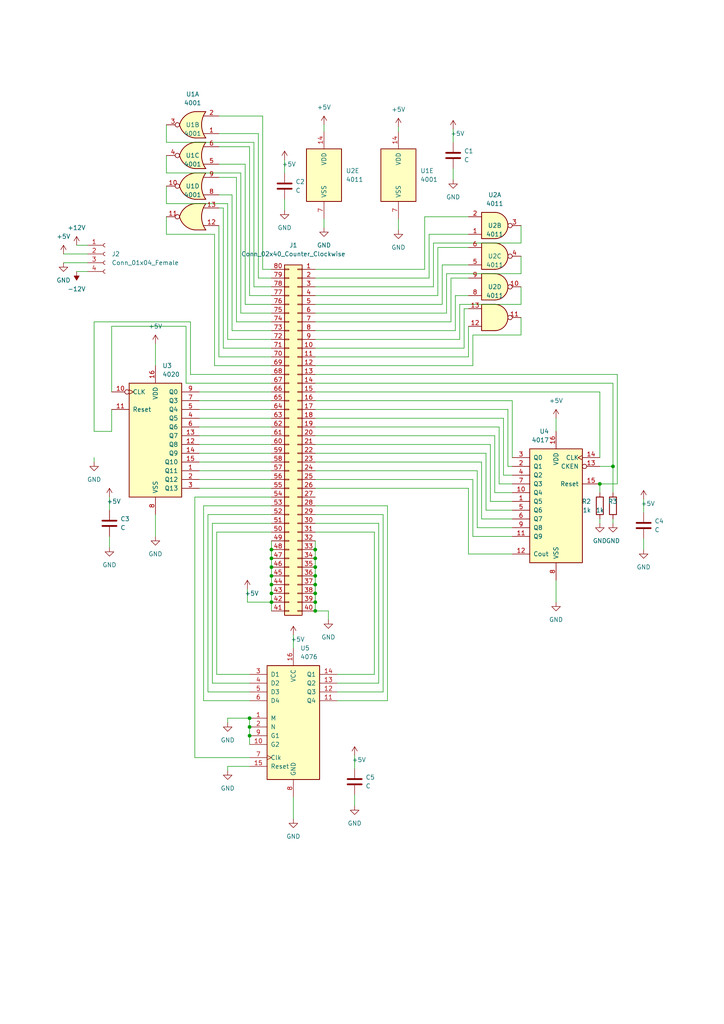
<source format=kicad_sch>
(kicad_sch (version 20211123) (generator eeschema)

  (uuid 8d85b6b1-73bb-4c3d-ba99-d8d9657ebe6a)

  (paper "A4" portrait)

  (lib_symbols
    (symbol "4xxx:4001" (pin_names (offset 1.016)) (in_bom yes) (on_board yes)
      (property "Reference" "U" (id 0) (at 0 1.27 0)
        (effects (font (size 1.27 1.27)))
      )
      (property "Value" "4001" (id 1) (at 0 -1.27 0)
        (effects (font (size 1.27 1.27)))
      )
      (property "Footprint" "" (id 2) (at 0 0 0)
        (effects (font (size 1.27 1.27)) hide)
      )
      (property "Datasheet" "http://www.intersil.com/content/dam/Intersil/documents/cd40/cd4000bms-01bms-02bms-25bms.pdf" (id 3) (at 0 0 0)
        (effects (font (size 1.27 1.27)) hide)
      )
      (property "ki_locked" "" (id 4) (at 0 0 0)
        (effects (font (size 1.27 1.27)))
      )
      (property "ki_keywords" "CMOS Nor2" (id 5) (at 0 0 0)
        (effects (font (size 1.27 1.27)) hide)
      )
      (property "ki_description" "Quad Nor 2 inputs" (id 6) (at 0 0 0)
        (effects (font (size 1.27 1.27)) hide)
      )
      (property "ki_fp_filters" "DIP?14*" (id 7) (at 0 0 0)
        (effects (font (size 1.27 1.27)) hide)
      )
      (symbol "4001_1_1"
        (arc (start -3.81 -3.81) (mid -2.589 0) (end -3.81 3.81)
          (stroke (width 0.254) (type default) (color 0 0 0 0))
          (fill (type none))
        )
        (arc (start -0.6096 -3.81) (mid 2.1842 -2.5851) (end 3.81 0)
          (stroke (width 0.254) (type default) (color 0 0 0 0))
          (fill (type background))
        )
        (polyline
          (pts
            (xy -3.81 -3.81)
            (xy -0.635 -3.81)
          )
          (stroke (width 0.254) (type default) (color 0 0 0 0))
          (fill (type background))
        )
        (polyline
          (pts
            (xy -3.81 3.81)
            (xy -0.635 3.81)
          )
          (stroke (width 0.254) (type default) (color 0 0 0 0))
          (fill (type background))
        )
        (polyline
          (pts
            (xy -0.635 3.81)
            (xy -3.81 3.81)
            (xy -3.81 3.81)
            (xy -3.556 3.4036)
            (xy -3.0226 2.2606)
            (xy -2.6924 1.0414)
            (xy -2.6162 -0.254)
            (xy -2.7686 -1.4986)
            (xy -3.175 -2.7178)
            (xy -3.81 -3.81)
            (xy -3.81 -3.81)
            (xy -0.635 -3.81)
          )
          (stroke (width -25.4) (type default) (color 0 0 0 0))
          (fill (type background))
        )
        (arc (start 3.81 0) (mid 2.1915 2.5936) (end -0.6096 3.81)
          (stroke (width 0.254) (type default) (color 0 0 0 0))
          (fill (type background))
        )
        (pin input line (at -7.62 2.54 0) (length 4.318)
          (name "~" (effects (font (size 1.27 1.27))))
          (number "1" (effects (font (size 1.27 1.27))))
        )
        (pin input line (at -7.62 -2.54 0) (length 4.318)
          (name "~" (effects (font (size 1.27 1.27))))
          (number "2" (effects (font (size 1.27 1.27))))
        )
        (pin output inverted (at 7.62 0 180) (length 3.81)
          (name "~" (effects (font (size 1.27 1.27))))
          (number "3" (effects (font (size 1.27 1.27))))
        )
      )
      (symbol "4001_1_2"
        (arc (start 0 -3.81) (mid 3.81 0) (end 0 3.81)
          (stroke (width 0.254) (type default) (color 0 0 0 0))
          (fill (type background))
        )
        (polyline
          (pts
            (xy 0 3.81)
            (xy -3.81 3.81)
            (xy -3.81 -3.81)
            (xy 0 -3.81)
          )
          (stroke (width 0.254) (type default) (color 0 0 0 0))
          (fill (type background))
        )
        (pin input inverted (at -7.62 2.54 0) (length 3.81)
          (name "~" (effects (font (size 1.27 1.27))))
          (number "1" (effects (font (size 1.27 1.27))))
        )
        (pin input inverted (at -7.62 -2.54 0) (length 3.81)
          (name "~" (effects (font (size 1.27 1.27))))
          (number "2" (effects (font (size 1.27 1.27))))
        )
        (pin output line (at 7.62 0 180) (length 3.81)
          (name "~" (effects (font (size 1.27 1.27))))
          (number "3" (effects (font (size 1.27 1.27))))
        )
      )
      (symbol "4001_2_1"
        (arc (start -3.81 -3.81) (mid -2.589 0) (end -3.81 3.81)
          (stroke (width 0.254) (type default) (color 0 0 0 0))
          (fill (type none))
        )
        (arc (start -0.6096 -3.81) (mid 2.1842 -2.5851) (end 3.81 0)
          (stroke (width 0.254) (type default) (color 0 0 0 0))
          (fill (type background))
        )
        (polyline
          (pts
            (xy -3.81 -3.81)
            (xy -0.635 -3.81)
          )
          (stroke (width 0.254) (type default) (color 0 0 0 0))
          (fill (type background))
        )
        (polyline
          (pts
            (xy -3.81 3.81)
            (xy -0.635 3.81)
          )
          (stroke (width 0.254) (type default) (color 0 0 0 0))
          (fill (type background))
        )
        (polyline
          (pts
            (xy -0.635 3.81)
            (xy -3.81 3.81)
            (xy -3.81 3.81)
            (xy -3.556 3.4036)
            (xy -3.0226 2.2606)
            (xy -2.6924 1.0414)
            (xy -2.6162 -0.254)
            (xy -2.7686 -1.4986)
            (xy -3.175 -2.7178)
            (xy -3.81 -3.81)
            (xy -3.81 -3.81)
            (xy -0.635 -3.81)
          )
          (stroke (width -25.4) (type default) (color 0 0 0 0))
          (fill (type background))
        )
        (arc (start 3.81 0) (mid 2.1915 2.5936) (end -0.6096 3.81)
          (stroke (width 0.254) (type default) (color 0 0 0 0))
          (fill (type background))
        )
        (pin output inverted (at 7.62 0 180) (length 3.81)
          (name "~" (effects (font (size 1.27 1.27))))
          (number "4" (effects (font (size 1.27 1.27))))
        )
        (pin input line (at -7.62 2.54 0) (length 4.318)
          (name "~" (effects (font (size 1.27 1.27))))
          (number "5" (effects (font (size 1.27 1.27))))
        )
        (pin input line (at -7.62 -2.54 0) (length 4.318)
          (name "~" (effects (font (size 1.27 1.27))))
          (number "6" (effects (font (size 1.27 1.27))))
        )
      )
      (symbol "4001_2_2"
        (arc (start 0 -3.81) (mid 3.81 0) (end 0 3.81)
          (stroke (width 0.254) (type default) (color 0 0 0 0))
          (fill (type background))
        )
        (polyline
          (pts
            (xy 0 3.81)
            (xy -3.81 3.81)
            (xy -3.81 -3.81)
            (xy 0 -3.81)
          )
          (stroke (width 0.254) (type default) (color 0 0 0 0))
          (fill (type background))
        )
        (pin output line (at 7.62 0 180) (length 3.81)
          (name "~" (effects (font (size 1.27 1.27))))
          (number "4" (effects (font (size 1.27 1.27))))
        )
        (pin input inverted (at -7.62 2.54 0) (length 3.81)
          (name "~" (effects (font (size 1.27 1.27))))
          (number "5" (effects (font (size 1.27 1.27))))
        )
        (pin input inverted (at -7.62 -2.54 0) (length 3.81)
          (name "~" (effects (font (size 1.27 1.27))))
          (number "6" (effects (font (size 1.27 1.27))))
        )
      )
      (symbol "4001_3_1"
        (arc (start -3.81 -3.81) (mid -2.589 0) (end -3.81 3.81)
          (stroke (width 0.254) (type default) (color 0 0 0 0))
          (fill (type none))
        )
        (arc (start -0.6096 -3.81) (mid 2.1842 -2.5851) (end 3.81 0)
          (stroke (width 0.254) (type default) (color 0 0 0 0))
          (fill (type background))
        )
        (polyline
          (pts
            (xy -3.81 -3.81)
            (xy -0.635 -3.81)
          )
          (stroke (width 0.254) (type default) (color 0 0 0 0))
          (fill (type background))
        )
        (polyline
          (pts
            (xy -3.81 3.81)
            (xy -0.635 3.81)
          )
          (stroke (width 0.254) (type default) (color 0 0 0 0))
          (fill (type background))
        )
        (polyline
          (pts
            (xy -0.635 3.81)
            (xy -3.81 3.81)
            (xy -3.81 3.81)
            (xy -3.556 3.4036)
            (xy -3.0226 2.2606)
            (xy -2.6924 1.0414)
            (xy -2.6162 -0.254)
            (xy -2.7686 -1.4986)
            (xy -3.175 -2.7178)
            (xy -3.81 -3.81)
            (xy -3.81 -3.81)
            (xy -0.635 -3.81)
          )
          (stroke (width -25.4) (type default) (color 0 0 0 0))
          (fill (type background))
        )
        (arc (start 3.81 0) (mid 2.1915 2.5936) (end -0.6096 3.81)
          (stroke (width 0.254) (type default) (color 0 0 0 0))
          (fill (type background))
        )
        (pin output inverted (at 7.62 0 180) (length 3.81)
          (name "~" (effects (font (size 1.27 1.27))))
          (number "10" (effects (font (size 1.27 1.27))))
        )
        (pin input line (at -7.62 2.54 0) (length 4.318)
          (name "~" (effects (font (size 1.27 1.27))))
          (number "8" (effects (font (size 1.27 1.27))))
        )
        (pin input line (at -7.62 -2.54 0) (length 4.318)
          (name "~" (effects (font (size 1.27 1.27))))
          (number "9" (effects (font (size 1.27 1.27))))
        )
      )
      (symbol "4001_3_2"
        (arc (start 0 -3.81) (mid 3.81 0) (end 0 3.81)
          (stroke (width 0.254) (type default) (color 0 0 0 0))
          (fill (type background))
        )
        (polyline
          (pts
            (xy 0 3.81)
            (xy -3.81 3.81)
            (xy -3.81 -3.81)
            (xy 0 -3.81)
          )
          (stroke (width 0.254) (type default) (color 0 0 0 0))
          (fill (type background))
        )
        (pin output line (at 7.62 0 180) (length 3.81)
          (name "~" (effects (font (size 1.27 1.27))))
          (number "10" (effects (font (size 1.27 1.27))))
        )
        (pin input inverted (at -7.62 2.54 0) (length 3.81)
          (name "~" (effects (font (size 1.27 1.27))))
          (number "8" (effects (font (size 1.27 1.27))))
        )
        (pin input inverted (at -7.62 -2.54 0) (length 3.81)
          (name "~" (effects (font (size 1.27 1.27))))
          (number "9" (effects (font (size 1.27 1.27))))
        )
      )
      (symbol "4001_4_1"
        (arc (start -3.81 -3.81) (mid -2.589 0) (end -3.81 3.81)
          (stroke (width 0.254) (type default) (color 0 0 0 0))
          (fill (type none))
        )
        (arc (start -0.6096 -3.81) (mid 2.1842 -2.5851) (end 3.81 0)
          (stroke (width 0.254) (type default) (color 0 0 0 0))
          (fill (type background))
        )
        (polyline
          (pts
            (xy -3.81 -3.81)
            (xy -0.635 -3.81)
          )
          (stroke (width 0.254) (type default) (color 0 0 0 0))
          (fill (type background))
        )
        (polyline
          (pts
            (xy -3.81 3.81)
            (xy -0.635 3.81)
          )
          (stroke (width 0.254) (type default) (color 0 0 0 0))
          (fill (type background))
        )
        (polyline
          (pts
            (xy -0.635 3.81)
            (xy -3.81 3.81)
            (xy -3.81 3.81)
            (xy -3.556 3.4036)
            (xy -3.0226 2.2606)
            (xy -2.6924 1.0414)
            (xy -2.6162 -0.254)
            (xy -2.7686 -1.4986)
            (xy -3.175 -2.7178)
            (xy -3.81 -3.81)
            (xy -3.81 -3.81)
            (xy -0.635 -3.81)
          )
          (stroke (width -25.4) (type default) (color 0 0 0 0))
          (fill (type background))
        )
        (arc (start 3.81 0) (mid 2.1915 2.5936) (end -0.6096 3.81)
          (stroke (width 0.254) (type default) (color 0 0 0 0))
          (fill (type background))
        )
        (pin output inverted (at 7.62 0 180) (length 3.81)
          (name "~" (effects (font (size 1.27 1.27))))
          (number "11" (effects (font (size 1.27 1.27))))
        )
        (pin input line (at -7.62 2.54 0) (length 4.318)
          (name "~" (effects (font (size 1.27 1.27))))
          (number "12" (effects (font (size 1.27 1.27))))
        )
        (pin input line (at -7.62 -2.54 0) (length 4.318)
          (name "~" (effects (font (size 1.27 1.27))))
          (number "13" (effects (font (size 1.27 1.27))))
        )
      )
      (symbol "4001_4_2"
        (arc (start 0 -3.81) (mid 3.81 0) (end 0 3.81)
          (stroke (width 0.254) (type default) (color 0 0 0 0))
          (fill (type background))
        )
        (polyline
          (pts
            (xy 0 3.81)
            (xy -3.81 3.81)
            (xy -3.81 -3.81)
            (xy 0 -3.81)
          )
          (stroke (width 0.254) (type default) (color 0 0 0 0))
          (fill (type background))
        )
        (pin output line (at 7.62 0 180) (length 3.81)
          (name "~" (effects (font (size 1.27 1.27))))
          (number "11" (effects (font (size 1.27 1.27))))
        )
        (pin input inverted (at -7.62 2.54 0) (length 3.81)
          (name "~" (effects (font (size 1.27 1.27))))
          (number "12" (effects (font (size 1.27 1.27))))
        )
        (pin input inverted (at -7.62 -2.54 0) (length 3.81)
          (name "~" (effects (font (size 1.27 1.27))))
          (number "13" (effects (font (size 1.27 1.27))))
        )
      )
      (symbol "4001_5_0"
        (pin power_in line (at 0 12.7 270) (length 5.08)
          (name "VDD" (effects (font (size 1.27 1.27))))
          (number "14" (effects (font (size 1.27 1.27))))
        )
        (pin power_in line (at 0 -12.7 90) (length 5.08)
          (name "VSS" (effects (font (size 1.27 1.27))))
          (number "7" (effects (font (size 1.27 1.27))))
        )
      )
      (symbol "4001_5_1"
        (rectangle (start -5.08 7.62) (end 5.08 -7.62)
          (stroke (width 0.254) (type default) (color 0 0 0 0))
          (fill (type background))
        )
      )
    )
    (symbol "4xxx:4011" (pin_names (offset 1.016)) (in_bom yes) (on_board yes)
      (property "Reference" "U" (id 0) (at 0 1.27 0)
        (effects (font (size 1.27 1.27)))
      )
      (property "Value" "4011" (id 1) (at 0 -1.27 0)
        (effects (font (size 1.27 1.27)))
      )
      (property "Footprint" "" (id 2) (at 0 0 0)
        (effects (font (size 1.27 1.27)) hide)
      )
      (property "Datasheet" "http://www.intersil.com/content/dam/Intersil/documents/cd40/cd4011bms-12bms-23bms.pdf" (id 3) (at 0 0 0)
        (effects (font (size 1.27 1.27)) hide)
      )
      (property "ki_locked" "" (id 4) (at 0 0 0)
        (effects (font (size 1.27 1.27)))
      )
      (property "ki_keywords" "CMOS Nand2" (id 5) (at 0 0 0)
        (effects (font (size 1.27 1.27)) hide)
      )
      (property "ki_description" "Quad Nand 2 inputs" (id 6) (at 0 0 0)
        (effects (font (size 1.27 1.27)) hide)
      )
      (property "ki_fp_filters" "DIP?14*" (id 7) (at 0 0 0)
        (effects (font (size 1.27 1.27)) hide)
      )
      (symbol "4011_1_1"
        (arc (start 0 -3.81) (mid 3.81 0) (end 0 3.81)
          (stroke (width 0.254) (type default) (color 0 0 0 0))
          (fill (type background))
        )
        (polyline
          (pts
            (xy 0 3.81)
            (xy -3.81 3.81)
            (xy -3.81 -3.81)
            (xy 0 -3.81)
          )
          (stroke (width 0.254) (type default) (color 0 0 0 0))
          (fill (type background))
        )
        (pin input line (at -7.62 2.54 0) (length 3.81)
          (name "~" (effects (font (size 1.27 1.27))))
          (number "1" (effects (font (size 1.27 1.27))))
        )
        (pin input line (at -7.62 -2.54 0) (length 3.81)
          (name "~" (effects (font (size 1.27 1.27))))
          (number "2" (effects (font (size 1.27 1.27))))
        )
        (pin output inverted (at 7.62 0 180) (length 3.81)
          (name "~" (effects (font (size 1.27 1.27))))
          (number "3" (effects (font (size 1.27 1.27))))
        )
      )
      (symbol "4011_1_2"
        (arc (start -3.81 -3.81) (mid -2.589 0) (end -3.81 3.81)
          (stroke (width 0.254) (type default) (color 0 0 0 0))
          (fill (type none))
        )
        (arc (start -0.6096 -3.81) (mid 2.1842 -2.5851) (end 3.81 0)
          (stroke (width 0.254) (type default) (color 0 0 0 0))
          (fill (type background))
        )
        (polyline
          (pts
            (xy -3.81 -3.81)
            (xy -0.635 -3.81)
          )
          (stroke (width 0.254) (type default) (color 0 0 0 0))
          (fill (type background))
        )
        (polyline
          (pts
            (xy -3.81 3.81)
            (xy -0.635 3.81)
          )
          (stroke (width 0.254) (type default) (color 0 0 0 0))
          (fill (type background))
        )
        (polyline
          (pts
            (xy -0.635 3.81)
            (xy -3.81 3.81)
            (xy -3.81 3.81)
            (xy -3.556 3.4036)
            (xy -3.0226 2.2606)
            (xy -2.6924 1.0414)
            (xy -2.6162 -0.254)
            (xy -2.7686 -1.4986)
            (xy -3.175 -2.7178)
            (xy -3.81 -3.81)
            (xy -3.81 -3.81)
            (xy -0.635 -3.81)
          )
          (stroke (width -25.4) (type default) (color 0 0 0 0))
          (fill (type background))
        )
        (arc (start 3.81 0) (mid 2.1915 2.5936) (end -0.6096 3.81)
          (stroke (width 0.254) (type default) (color 0 0 0 0))
          (fill (type background))
        )
        (pin input inverted (at -7.62 2.54 0) (length 4.318)
          (name "~" (effects (font (size 1.27 1.27))))
          (number "1" (effects (font (size 1.27 1.27))))
        )
        (pin input inverted (at -7.62 -2.54 0) (length 4.318)
          (name "~" (effects (font (size 1.27 1.27))))
          (number "2" (effects (font (size 1.27 1.27))))
        )
        (pin output line (at 7.62 0 180) (length 3.81)
          (name "~" (effects (font (size 1.27 1.27))))
          (number "3" (effects (font (size 1.27 1.27))))
        )
      )
      (symbol "4011_2_1"
        (arc (start 0 -3.81) (mid 3.81 0) (end 0 3.81)
          (stroke (width 0.254) (type default) (color 0 0 0 0))
          (fill (type background))
        )
        (polyline
          (pts
            (xy 0 3.81)
            (xy -3.81 3.81)
            (xy -3.81 -3.81)
            (xy 0 -3.81)
          )
          (stroke (width 0.254) (type default) (color 0 0 0 0))
          (fill (type background))
        )
        (pin output inverted (at 7.62 0 180) (length 3.81)
          (name "~" (effects (font (size 1.27 1.27))))
          (number "4" (effects (font (size 1.27 1.27))))
        )
        (pin input line (at -7.62 2.54 0) (length 3.81)
          (name "~" (effects (font (size 1.27 1.27))))
          (number "5" (effects (font (size 1.27 1.27))))
        )
        (pin input line (at -7.62 -2.54 0) (length 3.81)
          (name "~" (effects (font (size 1.27 1.27))))
          (number "6" (effects (font (size 1.27 1.27))))
        )
      )
      (symbol "4011_2_2"
        (arc (start -3.81 -3.81) (mid -2.589 0) (end -3.81 3.81)
          (stroke (width 0.254) (type default) (color 0 0 0 0))
          (fill (type none))
        )
        (arc (start -0.6096 -3.81) (mid 2.1842 -2.5851) (end 3.81 0)
          (stroke (width 0.254) (type default) (color 0 0 0 0))
          (fill (type background))
        )
        (polyline
          (pts
            (xy -3.81 -3.81)
            (xy -0.635 -3.81)
          )
          (stroke (width 0.254) (type default) (color 0 0 0 0))
          (fill (type background))
        )
        (polyline
          (pts
            (xy -3.81 3.81)
            (xy -0.635 3.81)
          )
          (stroke (width 0.254) (type default) (color 0 0 0 0))
          (fill (type background))
        )
        (polyline
          (pts
            (xy -0.635 3.81)
            (xy -3.81 3.81)
            (xy -3.81 3.81)
            (xy -3.556 3.4036)
            (xy -3.0226 2.2606)
            (xy -2.6924 1.0414)
            (xy -2.6162 -0.254)
            (xy -2.7686 -1.4986)
            (xy -3.175 -2.7178)
            (xy -3.81 -3.81)
            (xy -3.81 -3.81)
            (xy -0.635 -3.81)
          )
          (stroke (width -25.4) (type default) (color 0 0 0 0))
          (fill (type background))
        )
        (arc (start 3.81 0) (mid 2.1915 2.5936) (end -0.6096 3.81)
          (stroke (width 0.254) (type default) (color 0 0 0 0))
          (fill (type background))
        )
        (pin output line (at 7.62 0 180) (length 3.81)
          (name "~" (effects (font (size 1.27 1.27))))
          (number "4" (effects (font (size 1.27 1.27))))
        )
        (pin input inverted (at -7.62 2.54 0) (length 4.318)
          (name "~" (effects (font (size 1.27 1.27))))
          (number "5" (effects (font (size 1.27 1.27))))
        )
        (pin input inverted (at -7.62 -2.54 0) (length 4.318)
          (name "~" (effects (font (size 1.27 1.27))))
          (number "6" (effects (font (size 1.27 1.27))))
        )
      )
      (symbol "4011_3_1"
        (arc (start 0 -3.81) (mid 3.81 0) (end 0 3.81)
          (stroke (width 0.254) (type default) (color 0 0 0 0))
          (fill (type background))
        )
        (polyline
          (pts
            (xy 0 3.81)
            (xy -3.81 3.81)
            (xy -3.81 -3.81)
            (xy 0 -3.81)
          )
          (stroke (width 0.254) (type default) (color 0 0 0 0))
          (fill (type background))
        )
        (pin output inverted (at 7.62 0 180) (length 3.81)
          (name "~" (effects (font (size 1.27 1.27))))
          (number "10" (effects (font (size 1.27 1.27))))
        )
        (pin input line (at -7.62 2.54 0) (length 3.81)
          (name "~" (effects (font (size 1.27 1.27))))
          (number "8" (effects (font (size 1.27 1.27))))
        )
        (pin input line (at -7.62 -2.54 0) (length 3.81)
          (name "~" (effects (font (size 1.27 1.27))))
          (number "9" (effects (font (size 1.27 1.27))))
        )
      )
      (symbol "4011_3_2"
        (arc (start -3.81 -3.81) (mid -2.589 0) (end -3.81 3.81)
          (stroke (width 0.254) (type default) (color 0 0 0 0))
          (fill (type none))
        )
        (arc (start -0.6096 -3.81) (mid 2.1842 -2.5851) (end 3.81 0)
          (stroke (width 0.254) (type default) (color 0 0 0 0))
          (fill (type background))
        )
        (polyline
          (pts
            (xy -3.81 -3.81)
            (xy -0.635 -3.81)
          )
          (stroke (width 0.254) (type default) (color 0 0 0 0))
          (fill (type background))
        )
        (polyline
          (pts
            (xy -3.81 3.81)
            (xy -0.635 3.81)
          )
          (stroke (width 0.254) (type default) (color 0 0 0 0))
          (fill (type background))
        )
        (polyline
          (pts
            (xy -0.635 3.81)
            (xy -3.81 3.81)
            (xy -3.81 3.81)
            (xy -3.556 3.4036)
            (xy -3.0226 2.2606)
            (xy -2.6924 1.0414)
            (xy -2.6162 -0.254)
            (xy -2.7686 -1.4986)
            (xy -3.175 -2.7178)
            (xy -3.81 -3.81)
            (xy -3.81 -3.81)
            (xy -0.635 -3.81)
          )
          (stroke (width -25.4) (type default) (color 0 0 0 0))
          (fill (type background))
        )
        (arc (start 3.81 0) (mid 2.1915 2.5936) (end -0.6096 3.81)
          (stroke (width 0.254) (type default) (color 0 0 0 0))
          (fill (type background))
        )
        (pin output line (at 7.62 0 180) (length 3.81)
          (name "~" (effects (font (size 1.27 1.27))))
          (number "10" (effects (font (size 1.27 1.27))))
        )
        (pin input inverted (at -7.62 2.54 0) (length 4.318)
          (name "~" (effects (font (size 1.27 1.27))))
          (number "8" (effects (font (size 1.27 1.27))))
        )
        (pin input inverted (at -7.62 -2.54 0) (length 4.318)
          (name "~" (effects (font (size 1.27 1.27))))
          (number "9" (effects (font (size 1.27 1.27))))
        )
      )
      (symbol "4011_4_1"
        (arc (start 0 -3.81) (mid 3.81 0) (end 0 3.81)
          (stroke (width 0.254) (type default) (color 0 0 0 0))
          (fill (type background))
        )
        (polyline
          (pts
            (xy 0 3.81)
            (xy -3.81 3.81)
            (xy -3.81 -3.81)
            (xy 0 -3.81)
          )
          (stroke (width 0.254) (type default) (color 0 0 0 0))
          (fill (type background))
        )
        (pin output inverted (at 7.62 0 180) (length 3.81)
          (name "~" (effects (font (size 1.27 1.27))))
          (number "11" (effects (font (size 1.27 1.27))))
        )
        (pin input line (at -7.62 2.54 0) (length 3.81)
          (name "~" (effects (font (size 1.27 1.27))))
          (number "12" (effects (font (size 1.27 1.27))))
        )
        (pin input line (at -7.62 -2.54 0) (length 3.81)
          (name "~" (effects (font (size 1.27 1.27))))
          (number "13" (effects (font (size 1.27 1.27))))
        )
      )
      (symbol "4011_4_2"
        (arc (start -3.81 -3.81) (mid -2.589 0) (end -3.81 3.81)
          (stroke (width 0.254) (type default) (color 0 0 0 0))
          (fill (type none))
        )
        (arc (start -0.6096 -3.81) (mid 2.1842 -2.5851) (end 3.81 0)
          (stroke (width 0.254) (type default) (color 0 0 0 0))
          (fill (type background))
        )
        (polyline
          (pts
            (xy -3.81 -3.81)
            (xy -0.635 -3.81)
          )
          (stroke (width 0.254) (type default) (color 0 0 0 0))
          (fill (type background))
        )
        (polyline
          (pts
            (xy -3.81 3.81)
            (xy -0.635 3.81)
          )
          (stroke (width 0.254) (type default) (color 0 0 0 0))
          (fill (type background))
        )
        (polyline
          (pts
            (xy -0.635 3.81)
            (xy -3.81 3.81)
            (xy -3.81 3.81)
            (xy -3.556 3.4036)
            (xy -3.0226 2.2606)
            (xy -2.6924 1.0414)
            (xy -2.6162 -0.254)
            (xy -2.7686 -1.4986)
            (xy -3.175 -2.7178)
            (xy -3.81 -3.81)
            (xy -3.81 -3.81)
            (xy -0.635 -3.81)
          )
          (stroke (width -25.4) (type default) (color 0 0 0 0))
          (fill (type background))
        )
        (arc (start 3.81 0) (mid 2.1915 2.5936) (end -0.6096 3.81)
          (stroke (width 0.254) (type default) (color 0 0 0 0))
          (fill (type background))
        )
        (pin output line (at 7.62 0 180) (length 3.81)
          (name "~" (effects (font (size 1.27 1.27))))
          (number "11" (effects (font (size 1.27 1.27))))
        )
        (pin input inverted (at -7.62 2.54 0) (length 4.318)
          (name "~" (effects (font (size 1.27 1.27))))
          (number "12" (effects (font (size 1.27 1.27))))
        )
        (pin input inverted (at -7.62 -2.54 0) (length 4.318)
          (name "~" (effects (font (size 1.27 1.27))))
          (number "13" (effects (font (size 1.27 1.27))))
        )
      )
      (symbol "4011_5_0"
        (pin power_in line (at 0 12.7 270) (length 5.08)
          (name "VDD" (effects (font (size 1.27 1.27))))
          (number "14" (effects (font (size 1.27 1.27))))
        )
        (pin power_in line (at 0 -12.7 90) (length 5.08)
          (name "VSS" (effects (font (size 1.27 1.27))))
          (number "7" (effects (font (size 1.27 1.27))))
        )
      )
      (symbol "4011_5_1"
        (rectangle (start -5.08 7.62) (end 5.08 -7.62)
          (stroke (width 0.254) (type default) (color 0 0 0 0))
          (fill (type background))
        )
      )
    )
    (symbol "4xxx:4017" (pin_names (offset 1.016)) (in_bom yes) (on_board yes)
      (property "Reference" "U" (id 0) (at -7.62 16.51 0)
        (effects (font (size 1.27 1.27)))
      )
      (property "Value" "4017" (id 1) (at -7.62 -19.05 0)
        (effects (font (size 1.27 1.27)))
      )
      (property "Footprint" "" (id 2) (at 0 0 0)
        (effects (font (size 1.27 1.27)) hide)
      )
      (property "Datasheet" "http://www.intersil.com/content/dam/Intersil/documents/cd40/cd4017bms-22bms.pdf" (id 3) (at 0 0 0)
        (effects (font (size 1.27 1.27)) hide)
      )
      (property "ki_locked" "" (id 4) (at 0 0 0)
        (effects (font (size 1.27 1.27)))
      )
      (property "ki_keywords" "CNT CNT10" (id 5) (at 0 0 0)
        (effects (font (size 1.27 1.27)) hide)
      )
      (property "ki_description" "Johnson Counter ( 10 outputs )" (id 6) (at 0 0 0)
        (effects (font (size 1.27 1.27)) hide)
      )
      (property "ki_fp_filters" "DIP?16*" (id 7) (at 0 0 0)
        (effects (font (size 1.27 1.27)) hide)
      )
      (symbol "4017_1_0"
        (pin output line (at 12.7 0 180) (length 5.08)
          (name "Q5" (effects (font (size 1.27 1.27))))
          (number "1" (effects (font (size 1.27 1.27))))
        )
        (pin output line (at 12.7 2.54 180) (length 5.08)
          (name "Q4" (effects (font (size 1.27 1.27))))
          (number "10" (effects (font (size 1.27 1.27))))
        )
        (pin output line (at 12.7 -10.16 180) (length 5.08)
          (name "Q9" (effects (font (size 1.27 1.27))))
          (number "11" (effects (font (size 1.27 1.27))))
        )
        (pin output line (at 12.7 -15.24 180) (length 5.08)
          (name "Cout" (effects (font (size 1.27 1.27))))
          (number "12" (effects (font (size 1.27 1.27))))
        )
        (pin input inverted (at -12.7 10.16 0) (length 5.08)
          (name "CKEN" (effects (font (size 1.27 1.27))))
          (number "13" (effects (font (size 1.27 1.27))))
        )
        (pin input clock (at -12.7 12.7 0) (length 5.08)
          (name "CLK" (effects (font (size 1.27 1.27))))
          (number "14" (effects (font (size 1.27 1.27))))
        )
        (pin input line (at -12.7 5.08 0) (length 5.08)
          (name "Reset" (effects (font (size 1.27 1.27))))
          (number "15" (effects (font (size 1.27 1.27))))
        )
        (pin power_in line (at 0 20.32 270) (length 5.08)
          (name "VDD" (effects (font (size 1.27 1.27))))
          (number "16" (effects (font (size 1.27 1.27))))
        )
        (pin output line (at 12.7 10.16 180) (length 5.08)
          (name "Q1" (effects (font (size 1.27 1.27))))
          (number "2" (effects (font (size 1.27 1.27))))
        )
        (pin output line (at 12.7 12.7 180) (length 5.08)
          (name "Q0" (effects (font (size 1.27 1.27))))
          (number "3" (effects (font (size 1.27 1.27))))
        )
        (pin output line (at 12.7 7.62 180) (length 5.08)
          (name "Q2" (effects (font (size 1.27 1.27))))
          (number "4" (effects (font (size 1.27 1.27))))
        )
        (pin output line (at 12.7 -2.54 180) (length 5.08)
          (name "Q6" (effects (font (size 1.27 1.27))))
          (number "5" (effects (font (size 1.27 1.27))))
        )
        (pin output line (at 12.7 -5.08 180) (length 5.08)
          (name "Q7" (effects (font (size 1.27 1.27))))
          (number "6" (effects (font (size 1.27 1.27))))
        )
        (pin output line (at 12.7 5.08 180) (length 5.08)
          (name "Q3" (effects (font (size 1.27 1.27))))
          (number "7" (effects (font (size 1.27 1.27))))
        )
        (pin power_in line (at 0 -22.86 90) (length 5.08)
          (name "VSS" (effects (font (size 1.27 1.27))))
          (number "8" (effects (font (size 1.27 1.27))))
        )
        (pin output line (at 12.7 -7.62 180) (length 5.08)
          (name "Q8" (effects (font (size 1.27 1.27))))
          (number "9" (effects (font (size 1.27 1.27))))
        )
      )
      (symbol "4017_1_1"
        (rectangle (start -7.62 15.24) (end 7.62 -17.78)
          (stroke (width 0.254) (type default) (color 0 0 0 0))
          (fill (type background))
        )
      )
    )
    (symbol "4xxx:4020" (pin_names (offset 1.016)) (in_bom yes) (on_board yes)
      (property "Reference" "U" (id 0) (at -7.62 16.51 0)
        (effects (font (size 1.27 1.27)))
      )
      (property "Value" "4020" (id 1) (at -7.62 -19.05 0)
        (effects (font (size 1.27 1.27)))
      )
      (property "Footprint" "" (id 2) (at 0 0 0)
        (effects (font (size 1.27 1.27)) hide)
      )
      (property "Datasheet" "http://www.intersil.com/content/dam/Intersil/documents/cd40/cd4020bms-24bms-40bms.pdf" (id 3) (at 0 0 0)
        (effects (font (size 1.27 1.27)) hide)
      )
      (property "ki_locked" "" (id 4) (at 0 0 0)
        (effects (font (size 1.27 1.27)))
      )
      (property "ki_keywords" "CMOS CNT CNT14" (id 5) (at 0 0 0)
        (effects (font (size 1.27 1.27)) hide)
      )
      (property "ki_description" "Binary counter 14 stages (asynchronous)" (id 6) (at 0 0 0)
        (effects (font (size 1.27 1.27)) hide)
      )
      (property "ki_fp_filters" "DIP?16*" (id 7) (at 0 0 0)
        (effects (font (size 1.27 1.27)) hide)
      )
      (symbol "4020_1_0"
        (pin output line (at 12.7 -10.16 180) (length 5.08)
          (name "Q11" (effects (font (size 1.27 1.27))))
          (number "1" (effects (font (size 1.27 1.27))))
        )
        (pin input inverted_clock (at -12.7 12.7 0) (length 5.08)
          (name "CLK" (effects (font (size 1.27 1.27))))
          (number "10" (effects (font (size 1.27 1.27))))
        )
        (pin input line (at -12.7 7.62 0) (length 5.08)
          (name "Reset" (effects (font (size 1.27 1.27))))
          (number "11" (effects (font (size 1.27 1.27))))
        )
        (pin output line (at 12.7 -2.54 180) (length 5.08)
          (name "Q8" (effects (font (size 1.27 1.27))))
          (number "12" (effects (font (size 1.27 1.27))))
        )
        (pin output line (at 12.7 0 180) (length 5.08)
          (name "Q7" (effects (font (size 1.27 1.27))))
          (number "13" (effects (font (size 1.27 1.27))))
        )
        (pin output line (at 12.7 -5.08 180) (length 5.08)
          (name "Q9" (effects (font (size 1.27 1.27))))
          (number "14" (effects (font (size 1.27 1.27))))
        )
        (pin output line (at 12.7 -7.62 180) (length 5.08)
          (name "Q10" (effects (font (size 1.27 1.27))))
          (number "15" (effects (font (size 1.27 1.27))))
        )
        (pin power_in line (at 0 20.32 270) (length 5.08)
          (name "VDD" (effects (font (size 1.27 1.27))))
          (number "16" (effects (font (size 1.27 1.27))))
        )
        (pin output line (at 12.7 -12.7 180) (length 5.08)
          (name "Q12" (effects (font (size 1.27 1.27))))
          (number "2" (effects (font (size 1.27 1.27))))
        )
        (pin output line (at 12.7 -15.24 180) (length 5.08)
          (name "Q13" (effects (font (size 1.27 1.27))))
          (number "3" (effects (font (size 1.27 1.27))))
        )
        (pin output line (at 12.7 5.08 180) (length 5.08)
          (name "Q5" (effects (font (size 1.27 1.27))))
          (number "4" (effects (font (size 1.27 1.27))))
        )
        (pin output line (at 12.7 7.62 180) (length 5.08)
          (name "Q4" (effects (font (size 1.27 1.27))))
          (number "5" (effects (font (size 1.27 1.27))))
        )
        (pin output line (at 12.7 2.54 180) (length 5.08)
          (name "Q6" (effects (font (size 1.27 1.27))))
          (number "6" (effects (font (size 1.27 1.27))))
        )
        (pin output line (at 12.7 10.16 180) (length 5.08)
          (name "Q3" (effects (font (size 1.27 1.27))))
          (number "7" (effects (font (size 1.27 1.27))))
        )
        (pin power_in line (at 0 -22.86 90) (length 5.08)
          (name "VSS" (effects (font (size 1.27 1.27))))
          (number "8" (effects (font (size 1.27 1.27))))
        )
        (pin output line (at 12.7 12.7 180) (length 5.08)
          (name "Q0" (effects (font (size 1.27 1.27))))
          (number "9" (effects (font (size 1.27 1.27))))
        )
      )
      (symbol "4020_1_1"
        (rectangle (start -7.62 15.24) (end 7.62 -17.78)
          (stroke (width 0.254) (type default) (color 0 0 0 0))
          (fill (type background))
        )
      )
    )
    (symbol "4xxx:4076" (pin_names (offset 1.016)) (in_bom yes) (on_board yes)
      (property "Reference" "U" (id 0) (at -7.62 16.51 0)
        (effects (font (size 1.27 1.27)))
      )
      (property "Value" "4076" (id 1) (at -7.62 -19.05 0)
        (effects (font (size 1.27 1.27)))
      )
      (property "Footprint" "" (id 2) (at 0 0 0)
        (effects (font (size 1.27 1.27)) hide)
      )
      (property "Datasheet" "" (id 3) (at 0 0 0)
        (effects (font (size 1.27 1.27)) hide)
      )
      (property "ki_locked" "" (id 4) (at 0 0 0)
        (effects (font (size 1.27 1.27)))
      )
      (property "ki_keywords" "TTL Register OpenCol" (id 5) (at 0 0 0)
        (effects (font (size 1.27 1.27)) hide)
      )
      (property "ki_description" "4 x 4 Register Files Open Collector" (id 6) (at 0 0 0)
        (effects (font (size 1.27 1.27)) hide)
      )
      (property "ki_fp_filters" "DIP?16*" (id 7) (at 0 0 0)
        (effects (font (size 1.27 1.27)) hide)
      )
      (symbol "4076_1_0"
        (pin input line (at -12.7 0 0) (length 5.08)
          (name "M" (effects (font (size 1.27 1.27))))
          (number "1" (effects (font (size 1.27 1.27))))
        )
        (pin input line (at -12.7 -7.62 0) (length 5.08)
          (name "G2" (effects (font (size 1.27 1.27))))
          (number "10" (effects (font (size 1.27 1.27))))
        )
        (pin tri_state line (at 12.7 5.08 180) (length 5.08)
          (name "Q4" (effects (font (size 1.27 1.27))))
          (number "11" (effects (font (size 1.27 1.27))))
        )
        (pin tri_state line (at 12.7 7.62 180) (length 5.08)
          (name "Q3" (effects (font (size 1.27 1.27))))
          (number "12" (effects (font (size 1.27 1.27))))
        )
        (pin tri_state line (at 12.7 10.16 180) (length 5.08)
          (name "Q2" (effects (font (size 1.27 1.27))))
          (number "13" (effects (font (size 1.27 1.27))))
        )
        (pin tri_state line (at 12.7 12.7 180) (length 5.08)
          (name "Q1" (effects (font (size 1.27 1.27))))
          (number "14" (effects (font (size 1.27 1.27))))
        )
        (pin input line (at -12.7 -13.97 0) (length 5.08)
          (name "Reset" (effects (font (size 1.27 1.27))))
          (number "15" (effects (font (size 1.27 1.27))))
        )
        (pin power_in line (at 0 20.32 270) (length 5.08)
          (name "VCC" (effects (font (size 1.27 1.27))))
          (number "16" (effects (font (size 1.27 1.27))))
        )
        (pin input line (at -12.7 -2.54 0) (length 5.08)
          (name "N" (effects (font (size 1.27 1.27))))
          (number "2" (effects (font (size 1.27 1.27))))
        )
        (pin input line (at -12.7 12.7 0) (length 5.08)
          (name "D1" (effects (font (size 1.27 1.27))))
          (number "3" (effects (font (size 1.27 1.27))))
        )
        (pin input line (at -12.7 10.16 0) (length 5.08)
          (name "D2" (effects (font (size 1.27 1.27))))
          (number "4" (effects (font (size 1.27 1.27))))
        )
        (pin input line (at -12.7 7.62 0) (length 5.08)
          (name "D3" (effects (font (size 1.27 1.27))))
          (number "5" (effects (font (size 1.27 1.27))))
        )
        (pin tri_state line (at -12.7 5.08 0) (length 5.08)
          (name "D4" (effects (font (size 1.27 1.27))))
          (number "6" (effects (font (size 1.27 1.27))))
        )
        (pin input clock (at -12.7 -11.43 0) (length 5.08)
          (name "Clk" (effects (font (size 1.27 1.27))))
          (number "7" (effects (font (size 1.27 1.27))))
        )
        (pin power_in line (at 0 -22.86 90) (length 5.08)
          (name "GND" (effects (font (size 1.27 1.27))))
          (number "8" (effects (font (size 1.27 1.27))))
        )
        (pin input line (at -12.7 -5.08 0) (length 5.08)
          (name "G1" (effects (font (size 1.27 1.27))))
          (number "9" (effects (font (size 1.27 1.27))))
        )
      )
      (symbol "4076_1_1"
        (rectangle (start -7.62 15.24) (end 7.62 -17.78)
          (stroke (width 0.254) (type default) (color 0 0 0 0))
          (fill (type background))
        )
      )
    )
    (symbol "Connector:Conn_01x04_Female" (pin_names (offset 1.016) hide) (in_bom yes) (on_board yes)
      (property "Reference" "J" (id 0) (at 0 5.08 0)
        (effects (font (size 1.27 1.27)))
      )
      (property "Value" "Conn_01x04_Female" (id 1) (at 0 -7.62 0)
        (effects (font (size 1.27 1.27)))
      )
      (property "Footprint" "" (id 2) (at 0 0 0)
        (effects (font (size 1.27 1.27)) hide)
      )
      (property "Datasheet" "~" (id 3) (at 0 0 0)
        (effects (font (size 1.27 1.27)) hide)
      )
      (property "ki_keywords" "connector" (id 4) (at 0 0 0)
        (effects (font (size 1.27 1.27)) hide)
      )
      (property "ki_description" "Generic connector, single row, 01x04, script generated (kicad-library-utils/schlib/autogen/connector/)" (id 5) (at 0 0 0)
        (effects (font (size 1.27 1.27)) hide)
      )
      (property "ki_fp_filters" "Connector*:*_1x??_*" (id 6) (at 0 0 0)
        (effects (font (size 1.27 1.27)) hide)
      )
      (symbol "Conn_01x04_Female_1_1"
        (arc (start 0 -4.572) (mid -0.508 -5.08) (end 0 -5.588)
          (stroke (width 0.1524) (type default) (color 0 0 0 0))
          (fill (type none))
        )
        (arc (start 0 -2.032) (mid -0.508 -2.54) (end 0 -3.048)
          (stroke (width 0.1524) (type default) (color 0 0 0 0))
          (fill (type none))
        )
        (polyline
          (pts
            (xy -1.27 -5.08)
            (xy -0.508 -5.08)
          )
          (stroke (width 0.1524) (type default) (color 0 0 0 0))
          (fill (type none))
        )
        (polyline
          (pts
            (xy -1.27 -2.54)
            (xy -0.508 -2.54)
          )
          (stroke (width 0.1524) (type default) (color 0 0 0 0))
          (fill (type none))
        )
        (polyline
          (pts
            (xy -1.27 0)
            (xy -0.508 0)
          )
          (stroke (width 0.1524) (type default) (color 0 0 0 0))
          (fill (type none))
        )
        (polyline
          (pts
            (xy -1.27 2.54)
            (xy -0.508 2.54)
          )
          (stroke (width 0.1524) (type default) (color 0 0 0 0))
          (fill (type none))
        )
        (arc (start 0 0.508) (mid -0.508 0) (end 0 -0.508)
          (stroke (width 0.1524) (type default) (color 0 0 0 0))
          (fill (type none))
        )
        (arc (start 0 3.048) (mid -0.508 2.54) (end 0 2.032)
          (stroke (width 0.1524) (type default) (color 0 0 0 0))
          (fill (type none))
        )
        (pin passive line (at -5.08 2.54 0) (length 3.81)
          (name "Pin_1" (effects (font (size 1.27 1.27))))
          (number "1" (effects (font (size 1.27 1.27))))
        )
        (pin passive line (at -5.08 0 0) (length 3.81)
          (name "Pin_2" (effects (font (size 1.27 1.27))))
          (number "2" (effects (font (size 1.27 1.27))))
        )
        (pin passive line (at -5.08 -2.54 0) (length 3.81)
          (name "Pin_3" (effects (font (size 1.27 1.27))))
          (number "3" (effects (font (size 1.27 1.27))))
        )
        (pin passive line (at -5.08 -5.08 0) (length 3.81)
          (name "Pin_4" (effects (font (size 1.27 1.27))))
          (number "4" (effects (font (size 1.27 1.27))))
        )
      )
    )
    (symbol "Connector_Generic:Conn_02x40_Counter_Clockwise" (pin_names (offset 1.016) hide) (in_bom yes) (on_board yes)
      (property "Reference" "J" (id 0) (at 1.27 50.8 0)
        (effects (font (size 1.27 1.27)))
      )
      (property "Value" "Conn_02x40_Counter_Clockwise" (id 1) (at 1.27 -53.34 0)
        (effects (font (size 1.27 1.27)))
      )
      (property "Footprint" "" (id 2) (at 0 0 0)
        (effects (font (size 1.27 1.27)) hide)
      )
      (property "Datasheet" "~" (id 3) (at 0 0 0)
        (effects (font (size 1.27 1.27)) hide)
      )
      (property "ki_keywords" "connector" (id 4) (at 0 0 0)
        (effects (font (size 1.27 1.27)) hide)
      )
      (property "ki_description" "Generic connector, double row, 02x40, counter clockwise pin numbering scheme (similar to DIP packge numbering), script generated (kicad-library-utils/schlib/autogen/connector/)" (id 5) (at 0 0 0)
        (effects (font (size 1.27 1.27)) hide)
      )
      (property "ki_fp_filters" "Connector*:*_2x??_*" (id 6) (at 0 0 0)
        (effects (font (size 1.27 1.27)) hide)
      )
      (symbol "Conn_02x40_Counter_Clockwise_1_1"
        (rectangle (start -1.27 -50.673) (end 0 -50.927)
          (stroke (width 0.1524) (type default) (color 0 0 0 0))
          (fill (type none))
        )
        (rectangle (start -1.27 -48.133) (end 0 -48.387)
          (stroke (width 0.1524) (type default) (color 0 0 0 0))
          (fill (type none))
        )
        (rectangle (start -1.27 -45.593) (end 0 -45.847)
          (stroke (width 0.1524) (type default) (color 0 0 0 0))
          (fill (type none))
        )
        (rectangle (start -1.27 -43.053) (end 0 -43.307)
          (stroke (width 0.1524) (type default) (color 0 0 0 0))
          (fill (type none))
        )
        (rectangle (start -1.27 -40.513) (end 0 -40.767)
          (stroke (width 0.1524) (type default) (color 0 0 0 0))
          (fill (type none))
        )
        (rectangle (start -1.27 -37.973) (end 0 -38.227)
          (stroke (width 0.1524) (type default) (color 0 0 0 0))
          (fill (type none))
        )
        (rectangle (start -1.27 -35.433) (end 0 -35.687)
          (stroke (width 0.1524) (type default) (color 0 0 0 0))
          (fill (type none))
        )
        (rectangle (start -1.27 -32.893) (end 0 -33.147)
          (stroke (width 0.1524) (type default) (color 0 0 0 0))
          (fill (type none))
        )
        (rectangle (start -1.27 -30.353) (end 0 -30.607)
          (stroke (width 0.1524) (type default) (color 0 0 0 0))
          (fill (type none))
        )
        (rectangle (start -1.27 -27.813) (end 0 -28.067)
          (stroke (width 0.1524) (type default) (color 0 0 0 0))
          (fill (type none))
        )
        (rectangle (start -1.27 -25.273) (end 0 -25.527)
          (stroke (width 0.1524) (type default) (color 0 0 0 0))
          (fill (type none))
        )
        (rectangle (start -1.27 -22.733) (end 0 -22.987)
          (stroke (width 0.1524) (type default) (color 0 0 0 0))
          (fill (type none))
        )
        (rectangle (start -1.27 -20.193) (end 0 -20.447)
          (stroke (width 0.1524) (type default) (color 0 0 0 0))
          (fill (type none))
        )
        (rectangle (start -1.27 -17.653) (end 0 -17.907)
          (stroke (width 0.1524) (type default) (color 0 0 0 0))
          (fill (type none))
        )
        (rectangle (start -1.27 -15.113) (end 0 -15.367)
          (stroke (width 0.1524) (type default) (color 0 0 0 0))
          (fill (type none))
        )
        (rectangle (start -1.27 -12.573) (end 0 -12.827)
          (stroke (width 0.1524) (type default) (color 0 0 0 0))
          (fill (type none))
        )
        (rectangle (start -1.27 -10.033) (end 0 -10.287)
          (stroke (width 0.1524) (type default) (color 0 0 0 0))
          (fill (type none))
        )
        (rectangle (start -1.27 -7.493) (end 0 -7.747)
          (stroke (width 0.1524) (type default) (color 0 0 0 0))
          (fill (type none))
        )
        (rectangle (start -1.27 -4.953) (end 0 -5.207)
          (stroke (width 0.1524) (type default) (color 0 0 0 0))
          (fill (type none))
        )
        (rectangle (start -1.27 -2.413) (end 0 -2.667)
          (stroke (width 0.1524) (type default) (color 0 0 0 0))
          (fill (type none))
        )
        (rectangle (start -1.27 0.127) (end 0 -0.127)
          (stroke (width 0.1524) (type default) (color 0 0 0 0))
          (fill (type none))
        )
        (rectangle (start -1.27 2.667) (end 0 2.413)
          (stroke (width 0.1524) (type default) (color 0 0 0 0))
          (fill (type none))
        )
        (rectangle (start -1.27 5.207) (end 0 4.953)
          (stroke (width 0.1524) (type default) (color 0 0 0 0))
          (fill (type none))
        )
        (rectangle (start -1.27 7.747) (end 0 7.493)
          (stroke (width 0.1524) (type default) (color 0 0 0 0))
          (fill (type none))
        )
        (rectangle (start -1.27 10.287) (end 0 10.033)
          (stroke (width 0.1524) (type default) (color 0 0 0 0))
          (fill (type none))
        )
        (rectangle (start -1.27 12.827) (end 0 12.573)
          (stroke (width 0.1524) (type default) (color 0 0 0 0))
          (fill (type none))
        )
        (rectangle (start -1.27 15.367) (end 0 15.113)
          (stroke (width 0.1524) (type default) (color 0 0 0 0))
          (fill (type none))
        )
        (rectangle (start -1.27 17.907) (end 0 17.653)
          (stroke (width 0.1524) (type default) (color 0 0 0 0))
          (fill (type none))
        )
        (rectangle (start -1.27 20.447) (end 0 20.193)
          (stroke (width 0.1524) (type default) (color 0 0 0 0))
          (fill (type none))
        )
        (rectangle (start -1.27 22.987) (end 0 22.733)
          (stroke (width 0.1524) (type default) (color 0 0 0 0))
          (fill (type none))
        )
        (rectangle (start -1.27 25.527) (end 0 25.273)
          (stroke (width 0.1524) (type default) (color 0 0 0 0))
          (fill (type none))
        )
        (rectangle (start -1.27 28.067) (end 0 27.813)
          (stroke (width 0.1524) (type default) (color 0 0 0 0))
          (fill (type none))
        )
        (rectangle (start -1.27 30.607) (end 0 30.353)
          (stroke (width 0.1524) (type default) (color 0 0 0 0))
          (fill (type none))
        )
        (rectangle (start -1.27 33.147) (end 0 32.893)
          (stroke (width 0.1524) (type default) (color 0 0 0 0))
          (fill (type none))
        )
        (rectangle (start -1.27 35.687) (end 0 35.433)
          (stroke (width 0.1524) (type default) (color 0 0 0 0))
          (fill (type none))
        )
        (rectangle (start -1.27 38.227) (end 0 37.973)
          (stroke (width 0.1524) (type default) (color 0 0 0 0))
          (fill (type none))
        )
        (rectangle (start -1.27 40.767) (end 0 40.513)
          (stroke (width 0.1524) (type default) (color 0 0 0 0))
          (fill (type none))
        )
        (rectangle (start -1.27 43.307) (end 0 43.053)
          (stroke (width 0.1524) (type default) (color 0 0 0 0))
          (fill (type none))
        )
        (rectangle (start -1.27 45.847) (end 0 45.593)
          (stroke (width 0.1524) (type default) (color 0 0 0 0))
          (fill (type none))
        )
        (rectangle (start -1.27 48.387) (end 0 48.133)
          (stroke (width 0.1524) (type default) (color 0 0 0 0))
          (fill (type none))
        )
        (rectangle (start -1.27 49.53) (end 3.81 -52.07)
          (stroke (width 0.254) (type default) (color 0 0 0 0))
          (fill (type background))
        )
        (rectangle (start 3.81 -50.673) (end 2.54 -50.927)
          (stroke (width 0.1524) (type default) (color 0 0 0 0))
          (fill (type none))
        )
        (rectangle (start 3.81 -48.133) (end 2.54 -48.387)
          (stroke (width 0.1524) (type default) (color 0 0 0 0))
          (fill (type none))
        )
        (rectangle (start 3.81 -45.593) (end 2.54 -45.847)
          (stroke (width 0.1524) (type default) (color 0 0 0 0))
          (fill (type none))
        )
        (rectangle (start 3.81 -43.053) (end 2.54 -43.307)
          (stroke (width 0.1524) (type default) (color 0 0 0 0))
          (fill (type none))
        )
        (rectangle (start 3.81 -40.513) (end 2.54 -40.767)
          (stroke (width 0.1524) (type default) (color 0 0 0 0))
          (fill (type none))
        )
        (rectangle (start 3.81 -37.973) (end 2.54 -38.227)
          (stroke (width 0.1524) (type default) (color 0 0 0 0))
          (fill (type none))
        )
        (rectangle (start 3.81 -35.433) (end 2.54 -35.687)
          (stroke (width 0.1524) (type default) (color 0 0 0 0))
          (fill (type none))
        )
        (rectangle (start 3.81 -32.893) (end 2.54 -33.147)
          (stroke (width 0.1524) (type default) (color 0 0 0 0))
          (fill (type none))
        )
        (rectangle (start 3.81 -30.353) (end 2.54 -30.607)
          (stroke (width 0.1524) (type default) (color 0 0 0 0))
          (fill (type none))
        )
        (rectangle (start 3.81 -27.813) (end 2.54 -28.067)
          (stroke (width 0.1524) (type default) (color 0 0 0 0))
          (fill (type none))
        )
        (rectangle (start 3.81 -25.273) (end 2.54 -25.527)
          (stroke (width 0.1524) (type default) (color 0 0 0 0))
          (fill (type none))
        )
        (rectangle (start 3.81 -22.733) (end 2.54 -22.987)
          (stroke (width 0.1524) (type default) (color 0 0 0 0))
          (fill (type none))
        )
        (rectangle (start 3.81 -20.193) (end 2.54 -20.447)
          (stroke (width 0.1524) (type default) (color 0 0 0 0))
          (fill (type none))
        )
        (rectangle (start 3.81 -17.653) (end 2.54 -17.907)
          (stroke (width 0.1524) (type default) (color 0 0 0 0))
          (fill (type none))
        )
        (rectangle (start 3.81 -15.113) (end 2.54 -15.367)
          (stroke (width 0.1524) (type default) (color 0 0 0 0))
          (fill (type none))
        )
        (rectangle (start 3.81 -12.573) (end 2.54 -12.827)
          (stroke (width 0.1524) (type default) (color 0 0 0 0))
          (fill (type none))
        )
        (rectangle (start 3.81 -10.033) (end 2.54 -10.287)
          (stroke (width 0.1524) (type default) (color 0 0 0 0))
          (fill (type none))
        )
        (rectangle (start 3.81 -7.493) (end 2.54 -7.747)
          (stroke (width 0.1524) (type default) (color 0 0 0 0))
          (fill (type none))
        )
        (rectangle (start 3.81 -4.953) (end 2.54 -5.207)
          (stroke (width 0.1524) (type default) (color 0 0 0 0))
          (fill (type none))
        )
        (rectangle (start 3.81 -2.413) (end 2.54 -2.667)
          (stroke (width 0.1524) (type default) (color 0 0 0 0))
          (fill (type none))
        )
        (rectangle (start 3.81 0.127) (end 2.54 -0.127)
          (stroke (width 0.1524) (type default) (color 0 0 0 0))
          (fill (type none))
        )
        (rectangle (start 3.81 2.667) (end 2.54 2.413)
          (stroke (width 0.1524) (type default) (color 0 0 0 0))
          (fill (type none))
        )
        (rectangle (start 3.81 5.207) (end 2.54 4.953)
          (stroke (width 0.1524) (type default) (color 0 0 0 0))
          (fill (type none))
        )
        (rectangle (start 3.81 7.747) (end 2.54 7.493)
          (stroke (width 0.1524) (type default) (color 0 0 0 0))
          (fill (type none))
        )
        (rectangle (start 3.81 10.287) (end 2.54 10.033)
          (stroke (width 0.1524) (type default) (color 0 0 0 0))
          (fill (type none))
        )
        (rectangle (start 3.81 12.827) (end 2.54 12.573)
          (stroke (width 0.1524) (type default) (color 0 0 0 0))
          (fill (type none))
        )
        (rectangle (start 3.81 15.367) (end 2.54 15.113)
          (stroke (width 0.1524) (type default) (color 0 0 0 0))
          (fill (type none))
        )
        (rectangle (start 3.81 17.907) (end 2.54 17.653)
          (stroke (width 0.1524) (type default) (color 0 0 0 0))
          (fill (type none))
        )
        (rectangle (start 3.81 20.447) (end 2.54 20.193)
          (stroke (width 0.1524) (type default) (color 0 0 0 0))
          (fill (type none))
        )
        (rectangle (start 3.81 22.987) (end 2.54 22.733)
          (stroke (width 0.1524) (type default) (color 0 0 0 0))
          (fill (type none))
        )
        (rectangle (start 3.81 25.527) (end 2.54 25.273)
          (stroke (width 0.1524) (type default) (color 0 0 0 0))
          (fill (type none))
        )
        (rectangle (start 3.81 28.067) (end 2.54 27.813)
          (stroke (width 0.1524) (type default) (color 0 0 0 0))
          (fill (type none))
        )
        (rectangle (start 3.81 30.607) (end 2.54 30.353)
          (stroke (width 0.1524) (type default) (color 0 0 0 0))
          (fill (type none))
        )
        (rectangle (start 3.81 33.147) (end 2.54 32.893)
          (stroke (width 0.1524) (type default) (color 0 0 0 0))
          (fill (type none))
        )
        (rectangle (start 3.81 35.687) (end 2.54 35.433)
          (stroke (width 0.1524) (type default) (color 0 0 0 0))
          (fill (type none))
        )
        (rectangle (start 3.81 38.227) (end 2.54 37.973)
          (stroke (width 0.1524) (type default) (color 0 0 0 0))
          (fill (type none))
        )
        (rectangle (start 3.81 40.767) (end 2.54 40.513)
          (stroke (width 0.1524) (type default) (color 0 0 0 0))
          (fill (type none))
        )
        (rectangle (start 3.81 43.307) (end 2.54 43.053)
          (stroke (width 0.1524) (type default) (color 0 0 0 0))
          (fill (type none))
        )
        (rectangle (start 3.81 45.847) (end 2.54 45.593)
          (stroke (width 0.1524) (type default) (color 0 0 0 0))
          (fill (type none))
        )
        (rectangle (start 3.81 48.387) (end 2.54 48.133)
          (stroke (width 0.1524) (type default) (color 0 0 0 0))
          (fill (type none))
        )
        (pin passive line (at -5.08 48.26 0) (length 3.81)
          (name "Pin_1" (effects (font (size 1.27 1.27))))
          (number "1" (effects (font (size 1.27 1.27))))
        )
        (pin passive line (at -5.08 25.4 0) (length 3.81)
          (name "Pin_10" (effects (font (size 1.27 1.27))))
          (number "10" (effects (font (size 1.27 1.27))))
        )
        (pin passive line (at -5.08 22.86 0) (length 3.81)
          (name "Pin_11" (effects (font (size 1.27 1.27))))
          (number "11" (effects (font (size 1.27 1.27))))
        )
        (pin passive line (at -5.08 20.32 0) (length 3.81)
          (name "Pin_12" (effects (font (size 1.27 1.27))))
          (number "12" (effects (font (size 1.27 1.27))))
        )
        (pin passive line (at -5.08 17.78 0) (length 3.81)
          (name "Pin_13" (effects (font (size 1.27 1.27))))
          (number "13" (effects (font (size 1.27 1.27))))
        )
        (pin passive line (at -5.08 15.24 0) (length 3.81)
          (name "Pin_14" (effects (font (size 1.27 1.27))))
          (number "14" (effects (font (size 1.27 1.27))))
        )
        (pin passive line (at -5.08 12.7 0) (length 3.81)
          (name "Pin_15" (effects (font (size 1.27 1.27))))
          (number "15" (effects (font (size 1.27 1.27))))
        )
        (pin passive line (at -5.08 10.16 0) (length 3.81)
          (name "Pin_16" (effects (font (size 1.27 1.27))))
          (number "16" (effects (font (size 1.27 1.27))))
        )
        (pin passive line (at -5.08 7.62 0) (length 3.81)
          (name "Pin_17" (effects (font (size 1.27 1.27))))
          (number "17" (effects (font (size 1.27 1.27))))
        )
        (pin passive line (at -5.08 5.08 0) (length 3.81)
          (name "Pin_18" (effects (font (size 1.27 1.27))))
          (number "18" (effects (font (size 1.27 1.27))))
        )
        (pin passive line (at -5.08 2.54 0) (length 3.81)
          (name "Pin_19" (effects (font (size 1.27 1.27))))
          (number "19" (effects (font (size 1.27 1.27))))
        )
        (pin passive line (at -5.08 45.72 0) (length 3.81)
          (name "Pin_2" (effects (font (size 1.27 1.27))))
          (number "2" (effects (font (size 1.27 1.27))))
        )
        (pin passive line (at -5.08 0 0) (length 3.81)
          (name "Pin_20" (effects (font (size 1.27 1.27))))
          (number "20" (effects (font (size 1.27 1.27))))
        )
        (pin passive line (at -5.08 -2.54 0) (length 3.81)
          (name "Pin_21" (effects (font (size 1.27 1.27))))
          (number "21" (effects (font (size 1.27 1.27))))
        )
        (pin passive line (at -5.08 -5.08 0) (length 3.81)
          (name "Pin_22" (effects (font (size 1.27 1.27))))
          (number "22" (effects (font (size 1.27 1.27))))
        )
        (pin passive line (at -5.08 -7.62 0) (length 3.81)
          (name "Pin_23" (effects (font (size 1.27 1.27))))
          (number "23" (effects (font (size 1.27 1.27))))
        )
        (pin passive line (at -5.08 -10.16 0) (length 3.81)
          (name "Pin_24" (effects (font (size 1.27 1.27))))
          (number "24" (effects (font (size 1.27 1.27))))
        )
        (pin passive line (at -5.08 -12.7 0) (length 3.81)
          (name "Pin_25" (effects (font (size 1.27 1.27))))
          (number "25" (effects (font (size 1.27 1.27))))
        )
        (pin passive line (at -5.08 -15.24 0) (length 3.81)
          (name "Pin_26" (effects (font (size 1.27 1.27))))
          (number "26" (effects (font (size 1.27 1.27))))
        )
        (pin passive line (at -5.08 -17.78 0) (length 3.81)
          (name "Pin_27" (effects (font (size 1.27 1.27))))
          (number "27" (effects (font (size 1.27 1.27))))
        )
        (pin passive line (at -5.08 -20.32 0) (length 3.81)
          (name "Pin_28" (effects (font (size 1.27 1.27))))
          (number "28" (effects (font (size 1.27 1.27))))
        )
        (pin passive line (at -5.08 -22.86 0) (length 3.81)
          (name "Pin_29" (effects (font (size 1.27 1.27))))
          (number "29" (effects (font (size 1.27 1.27))))
        )
        (pin passive line (at -5.08 43.18 0) (length 3.81)
          (name "Pin_3" (effects (font (size 1.27 1.27))))
          (number "3" (effects (font (size 1.27 1.27))))
        )
        (pin passive line (at -5.08 -25.4 0) (length 3.81)
          (name "Pin_30" (effects (font (size 1.27 1.27))))
          (number "30" (effects (font (size 1.27 1.27))))
        )
        (pin passive line (at -5.08 -27.94 0) (length 3.81)
          (name "Pin_31" (effects (font (size 1.27 1.27))))
          (number "31" (effects (font (size 1.27 1.27))))
        )
        (pin passive line (at -5.08 -30.48 0) (length 3.81)
          (name "Pin_32" (effects (font (size 1.27 1.27))))
          (number "32" (effects (font (size 1.27 1.27))))
        )
        (pin passive line (at -5.08 -33.02 0) (length 3.81)
          (name "Pin_33" (effects (font (size 1.27 1.27))))
          (number "33" (effects (font (size 1.27 1.27))))
        )
        (pin passive line (at -5.08 -35.56 0) (length 3.81)
          (name "Pin_34" (effects (font (size 1.27 1.27))))
          (number "34" (effects (font (size 1.27 1.27))))
        )
        (pin passive line (at -5.08 -38.1 0) (length 3.81)
          (name "Pin_35" (effects (font (size 1.27 1.27))))
          (number "35" (effects (font (size 1.27 1.27))))
        )
        (pin passive line (at -5.08 -40.64 0) (length 3.81)
          (name "Pin_36" (effects (font (size 1.27 1.27))))
          (number "36" (effects (font (size 1.27 1.27))))
        )
        (pin passive line (at -5.08 -43.18 0) (length 3.81)
          (name "Pin_37" (effects (font (size 1.27 1.27))))
          (number "37" (effects (font (size 1.27 1.27))))
        )
        (pin passive line (at -5.08 -45.72 0) (length 3.81)
          (name "Pin_38" (effects (font (size 1.27 1.27))))
          (number "38" (effects (font (size 1.27 1.27))))
        )
        (pin passive line (at -5.08 -48.26 0) (length 3.81)
          (name "Pin_39" (effects (font (size 1.27 1.27))))
          (number "39" (effects (font (size 1.27 1.27))))
        )
        (pin passive line (at -5.08 40.64 0) (length 3.81)
          (name "Pin_4" (effects (font (size 1.27 1.27))))
          (number "4" (effects (font (size 1.27 1.27))))
        )
        (pin passive line (at -5.08 -50.8 0) (length 3.81)
          (name "Pin_40" (effects (font (size 1.27 1.27))))
          (number "40" (effects (font (size 1.27 1.27))))
        )
        (pin passive line (at 7.62 -50.8 180) (length 3.81)
          (name "Pin_41" (effects (font (size 1.27 1.27))))
          (number "41" (effects (font (size 1.27 1.27))))
        )
        (pin passive line (at 7.62 -48.26 180) (length 3.81)
          (name "Pin_42" (effects (font (size 1.27 1.27))))
          (number "42" (effects (font (size 1.27 1.27))))
        )
        (pin passive line (at 7.62 -45.72 180) (length 3.81)
          (name "Pin_43" (effects (font (size 1.27 1.27))))
          (number "43" (effects (font (size 1.27 1.27))))
        )
        (pin passive line (at 7.62 -43.18 180) (length 3.81)
          (name "Pin_44" (effects (font (size 1.27 1.27))))
          (number "44" (effects (font (size 1.27 1.27))))
        )
        (pin passive line (at 7.62 -40.64 180) (length 3.81)
          (name "Pin_45" (effects (font (size 1.27 1.27))))
          (number "45" (effects (font (size 1.27 1.27))))
        )
        (pin passive line (at 7.62 -38.1 180) (length 3.81)
          (name "Pin_46" (effects (font (size 1.27 1.27))))
          (number "46" (effects (font (size 1.27 1.27))))
        )
        (pin passive line (at 7.62 -35.56 180) (length 3.81)
          (name "Pin_47" (effects (font (size 1.27 1.27))))
          (number "47" (effects (font (size 1.27 1.27))))
        )
        (pin passive line (at 7.62 -33.02 180) (length 3.81)
          (name "Pin_48" (effects (font (size 1.27 1.27))))
          (number "48" (effects (font (size 1.27 1.27))))
        )
        (pin passive line (at 7.62 -30.48 180) (length 3.81)
          (name "Pin_49" (effects (font (size 1.27 1.27))))
          (number "49" (effects (font (size 1.27 1.27))))
        )
        (pin passive line (at -5.08 38.1 0) (length 3.81)
          (name "Pin_5" (effects (font (size 1.27 1.27))))
          (number "5" (effects (font (size 1.27 1.27))))
        )
        (pin passive line (at 7.62 -27.94 180) (length 3.81)
          (name "Pin_50" (effects (font (size 1.27 1.27))))
          (number "50" (effects (font (size 1.27 1.27))))
        )
        (pin passive line (at 7.62 -25.4 180) (length 3.81)
          (name "Pin_51" (effects (font (size 1.27 1.27))))
          (number "51" (effects (font (size 1.27 1.27))))
        )
        (pin passive line (at 7.62 -22.86 180) (length 3.81)
          (name "Pin_52" (effects (font (size 1.27 1.27))))
          (number "52" (effects (font (size 1.27 1.27))))
        )
        (pin passive line (at 7.62 -20.32 180) (length 3.81)
          (name "Pin_53" (effects (font (size 1.27 1.27))))
          (number "53" (effects (font (size 1.27 1.27))))
        )
        (pin passive line (at 7.62 -17.78 180) (length 3.81)
          (name "Pin_54" (effects (font (size 1.27 1.27))))
          (number "54" (effects (font (size 1.27 1.27))))
        )
        (pin passive line (at 7.62 -15.24 180) (length 3.81)
          (name "Pin_55" (effects (font (size 1.27 1.27))))
          (number "55" (effects (font (size 1.27 1.27))))
        )
        (pin passive line (at 7.62 -12.7 180) (length 3.81)
          (name "Pin_56" (effects (font (size 1.27 1.27))))
          (number "56" (effects (font (size 1.27 1.27))))
        )
        (pin passive line (at 7.62 -10.16 180) (length 3.81)
          (name "Pin_57" (effects (font (size 1.27 1.27))))
          (number "57" (effects (font (size 1.27 1.27))))
        )
        (pin passive line (at 7.62 -7.62 180) (length 3.81)
          (name "Pin_58" (effects (font (size 1.27 1.27))))
          (number "58" (effects (font (size 1.27 1.27))))
        )
        (pin passive line (at 7.62 -5.08 180) (length 3.81)
          (name "Pin_59" (effects (font (size 1.27 1.27))))
          (number "59" (effects (font (size 1.27 1.27))))
        )
        (pin passive line (at -5.08 35.56 0) (length 3.81)
          (name "Pin_6" (effects (font (size 1.27 1.27))))
          (number "6" (effects (font (size 1.27 1.27))))
        )
        (pin passive line (at 7.62 -2.54 180) (length 3.81)
          (name "Pin_60" (effects (font (size 1.27 1.27))))
          (number "60" (effects (font (size 1.27 1.27))))
        )
        (pin passive line (at 7.62 0 180) (length 3.81)
          (name "Pin_61" (effects (font (size 1.27 1.27))))
          (number "61" (effects (font (size 1.27 1.27))))
        )
        (pin passive line (at 7.62 2.54 180) (length 3.81)
          (name "Pin_62" (effects (font (size 1.27 1.27))))
          (number "62" (effects (font (size 1.27 1.27))))
        )
        (pin passive line (at 7.62 5.08 180) (length 3.81)
          (name "Pin_63" (effects (font (size 1.27 1.27))))
          (number "63" (effects (font (size 1.27 1.27))))
        )
        (pin passive line (at 7.62 7.62 180) (length 3.81)
          (name "Pin_64" (effects (font (size 1.27 1.27))))
          (number "64" (effects (font (size 1.27 1.27))))
        )
        (pin passive line (at 7.62 10.16 180) (length 3.81)
          (name "Pin_65" (effects (font (size 1.27 1.27))))
          (number "65" (effects (font (size 1.27 1.27))))
        )
        (pin passive line (at 7.62 12.7 180) (length 3.81)
          (name "Pin_66" (effects (font (size 1.27 1.27))))
          (number "66" (effects (font (size 1.27 1.27))))
        )
        (pin passive line (at 7.62 15.24 180) (length 3.81)
          (name "Pin_67" (effects (font (size 1.27 1.27))))
          (number "67" (effects (font (size 1.27 1.27))))
        )
        (pin passive line (at 7.62 17.78 180) (length 3.81)
          (name "Pin_68" (effects (font (size 1.27 1.27))))
          (number "68" (effects (font (size 1.27 1.27))))
        )
        (pin passive line (at 7.62 20.32 180) (length 3.81)
          (name "Pin_69" (effects (font (size 1.27 1.27))))
          (number "69" (effects (font (size 1.27 1.27))))
        )
        (pin passive line (at -5.08 33.02 0) (length 3.81)
          (name "Pin_7" (effects (font (size 1.27 1.27))))
          (number "7" (effects (font (size 1.27 1.27))))
        )
        (pin passive line (at 7.62 22.86 180) (length 3.81)
          (name "Pin_70" (effects (font (size 1.27 1.27))))
          (number "70" (effects (font (size 1.27 1.27))))
        )
        (pin passive line (at 7.62 25.4 180) (length 3.81)
          (name "Pin_71" (effects (font (size 1.27 1.27))))
          (number "71" (effects (font (size 1.27 1.27))))
        )
        (pin passive line (at 7.62 27.94 180) (length 3.81)
          (name "Pin_72" (effects (font (size 1.27 1.27))))
          (number "72" (effects (font (size 1.27 1.27))))
        )
        (pin passive line (at 7.62 30.48 180) (length 3.81)
          (name "Pin_73" (effects (font (size 1.27 1.27))))
          (number "73" (effects (font (size 1.27 1.27))))
        )
        (pin passive line (at 7.62 33.02 180) (length 3.81)
          (name "Pin_74" (effects (font (size 1.27 1.27))))
          (number "74" (effects (font (size 1.27 1.27))))
        )
        (pin passive line (at 7.62 35.56 180) (length 3.81)
          (name "Pin_75" (effects (font (size 1.27 1.27))))
          (number "75" (effects (font (size 1.27 1.27))))
        )
        (pin passive line (at 7.62 38.1 180) (length 3.81)
          (name "Pin_76" (effects (font (size 1.27 1.27))))
          (number "76" (effects (font (size 1.27 1.27))))
        )
        (pin passive line (at 7.62 40.64 180) (length 3.81)
          (name "Pin_77" (effects (font (size 1.27 1.27))))
          (number "77" (effects (font (size 1.27 1.27))))
        )
        (pin passive line (at 7.62 43.18 180) (length 3.81)
          (name "Pin_78" (effects (font (size 1.27 1.27))))
          (number "78" (effects (font (size 1.27 1.27))))
        )
        (pin passive line (at 7.62 45.72 180) (length 3.81)
          (name "Pin_79" (effects (font (size 1.27 1.27))))
          (number "79" (effects (font (size 1.27 1.27))))
        )
        (pin passive line (at -5.08 30.48 0) (length 3.81)
          (name "Pin_8" (effects (font (size 1.27 1.27))))
          (number "8" (effects (font (size 1.27 1.27))))
        )
        (pin passive line (at 7.62 48.26 180) (length 3.81)
          (name "Pin_80" (effects (font (size 1.27 1.27))))
          (number "80" (effects (font (size 1.27 1.27))))
        )
        (pin passive line (at -5.08 27.94 0) (length 3.81)
          (name "Pin_9" (effects (font (size 1.27 1.27))))
          (number "9" (effects (font (size 1.27 1.27))))
        )
      )
    )
    (symbol "Device:C" (pin_numbers hide) (pin_names (offset 0.254)) (in_bom yes) (on_board yes)
      (property "Reference" "C" (id 0) (at 0.635 2.54 0)
        (effects (font (size 1.27 1.27)) (justify left))
      )
      (property "Value" "C" (id 1) (at 0.635 -2.54 0)
        (effects (font (size 1.27 1.27)) (justify left))
      )
      (property "Footprint" "" (id 2) (at 0.9652 -3.81 0)
        (effects (font (size 1.27 1.27)) hide)
      )
      (property "Datasheet" "~" (id 3) (at 0 0 0)
        (effects (font (size 1.27 1.27)) hide)
      )
      (property "ki_keywords" "cap capacitor" (id 4) (at 0 0 0)
        (effects (font (size 1.27 1.27)) hide)
      )
      (property "ki_description" "Unpolarized capacitor" (id 5) (at 0 0 0)
        (effects (font (size 1.27 1.27)) hide)
      )
      (property "ki_fp_filters" "C_*" (id 6) (at 0 0 0)
        (effects (font (size 1.27 1.27)) hide)
      )
      (symbol "C_0_1"
        (polyline
          (pts
            (xy -2.032 -0.762)
            (xy 2.032 -0.762)
          )
          (stroke (width 0.508) (type default) (color 0 0 0 0))
          (fill (type none))
        )
        (polyline
          (pts
            (xy -2.032 0.762)
            (xy 2.032 0.762)
          )
          (stroke (width 0.508) (type default) (color 0 0 0 0))
          (fill (type none))
        )
      )
      (symbol "C_1_1"
        (pin passive line (at 0 3.81 270) (length 2.794)
          (name "~" (effects (font (size 1.27 1.27))))
          (number "1" (effects (font (size 1.27 1.27))))
        )
        (pin passive line (at 0 -3.81 90) (length 2.794)
          (name "~" (effects (font (size 1.27 1.27))))
          (number "2" (effects (font (size 1.27 1.27))))
        )
      )
    )
    (symbol "Device:R" (pin_numbers hide) (pin_names (offset 0)) (in_bom yes) (on_board yes)
      (property "Reference" "R" (id 0) (at 2.032 0 90)
        (effects (font (size 1.27 1.27)))
      )
      (property "Value" "R" (id 1) (at 0 0 90)
        (effects (font (size 1.27 1.27)))
      )
      (property "Footprint" "" (id 2) (at -1.778 0 90)
        (effects (font (size 1.27 1.27)) hide)
      )
      (property "Datasheet" "~" (id 3) (at 0 0 0)
        (effects (font (size 1.27 1.27)) hide)
      )
      (property "ki_keywords" "R res resistor" (id 4) (at 0 0 0)
        (effects (font (size 1.27 1.27)) hide)
      )
      (property "ki_description" "Resistor" (id 5) (at 0 0 0)
        (effects (font (size 1.27 1.27)) hide)
      )
      (property "ki_fp_filters" "R_*" (id 6) (at 0 0 0)
        (effects (font (size 1.27 1.27)) hide)
      )
      (symbol "R_0_1"
        (rectangle (start -1.016 -2.54) (end 1.016 2.54)
          (stroke (width 0.254) (type default) (color 0 0 0 0))
          (fill (type none))
        )
      )
      (symbol "R_1_1"
        (pin passive line (at 0 3.81 270) (length 1.27)
          (name "~" (effects (font (size 1.27 1.27))))
          (number "1" (effects (font (size 1.27 1.27))))
        )
        (pin passive line (at 0 -3.81 90) (length 1.27)
          (name "~" (effects (font (size 1.27 1.27))))
          (number "2" (effects (font (size 1.27 1.27))))
        )
      )
    )
    (symbol "power:+12V" (power) (pin_names (offset 0)) (in_bom yes) (on_board yes)
      (property "Reference" "#PWR" (id 0) (at 0 -3.81 0)
        (effects (font (size 1.27 1.27)) hide)
      )
      (property "Value" "+12V" (id 1) (at 0 3.556 0)
        (effects (font (size 1.27 1.27)))
      )
      (property "Footprint" "" (id 2) (at 0 0 0)
        (effects (font (size 1.27 1.27)) hide)
      )
      (property "Datasheet" "" (id 3) (at 0 0 0)
        (effects (font (size 1.27 1.27)) hide)
      )
      (property "ki_keywords" "power-flag" (id 4) (at 0 0 0)
        (effects (font (size 1.27 1.27)) hide)
      )
      (property "ki_description" "Power symbol creates a global label with name \"+12V\"" (id 5) (at 0 0 0)
        (effects (font (size 1.27 1.27)) hide)
      )
      (symbol "+12V_0_1"
        (polyline
          (pts
            (xy -0.762 1.27)
            (xy 0 2.54)
          )
          (stroke (width 0) (type default) (color 0 0 0 0))
          (fill (type none))
        )
        (polyline
          (pts
            (xy 0 0)
            (xy 0 2.54)
          )
          (stroke (width 0) (type default) (color 0 0 0 0))
          (fill (type none))
        )
        (polyline
          (pts
            (xy 0 2.54)
            (xy 0.762 1.27)
          )
          (stroke (width 0) (type default) (color 0 0 0 0))
          (fill (type none))
        )
      )
      (symbol "+12V_1_1"
        (pin power_in line (at 0 0 90) (length 0) hide
          (name "+12V" (effects (font (size 1.27 1.27))))
          (number "1" (effects (font (size 1.27 1.27))))
        )
      )
    )
    (symbol "power:+5V" (power) (pin_names (offset 0)) (in_bom yes) (on_board yes)
      (property "Reference" "#PWR" (id 0) (at 0 -3.81 0)
        (effects (font (size 1.27 1.27)) hide)
      )
      (property "Value" "+5V" (id 1) (at 0 3.556 0)
        (effects (font (size 1.27 1.27)))
      )
      (property "Footprint" "" (id 2) (at 0 0 0)
        (effects (font (size 1.27 1.27)) hide)
      )
      (property "Datasheet" "" (id 3) (at 0 0 0)
        (effects (font (size 1.27 1.27)) hide)
      )
      (property "ki_keywords" "power-flag" (id 4) (at 0 0 0)
        (effects (font (size 1.27 1.27)) hide)
      )
      (property "ki_description" "Power symbol creates a global label with name \"+5V\"" (id 5) (at 0 0 0)
        (effects (font (size 1.27 1.27)) hide)
      )
      (symbol "+5V_0_1"
        (polyline
          (pts
            (xy -0.762 1.27)
            (xy 0 2.54)
          )
          (stroke (width 0) (type default) (color 0 0 0 0))
          (fill (type none))
        )
        (polyline
          (pts
            (xy 0 0)
            (xy 0 2.54)
          )
          (stroke (width 0) (type default) (color 0 0 0 0))
          (fill (type none))
        )
        (polyline
          (pts
            (xy 0 2.54)
            (xy 0.762 1.27)
          )
          (stroke (width 0) (type default) (color 0 0 0 0))
          (fill (type none))
        )
      )
      (symbol "+5V_1_1"
        (pin power_in line (at 0 0 90) (length 0) hide
          (name "+5V" (effects (font (size 1.27 1.27))))
          (number "1" (effects (font (size 1.27 1.27))))
        )
      )
    )
    (symbol "power:-12V" (power) (pin_names (offset 0)) (in_bom yes) (on_board yes)
      (property "Reference" "#PWR" (id 0) (at 0 2.54 0)
        (effects (font (size 1.27 1.27)) hide)
      )
      (property "Value" "-12V" (id 1) (at 0 3.81 0)
        (effects (font (size 1.27 1.27)))
      )
      (property "Footprint" "" (id 2) (at 0 0 0)
        (effects (font (size 1.27 1.27)) hide)
      )
      (property "Datasheet" "" (id 3) (at 0 0 0)
        (effects (font (size 1.27 1.27)) hide)
      )
      (property "ki_keywords" "power-flag" (id 4) (at 0 0 0)
        (effects (font (size 1.27 1.27)) hide)
      )
      (property "ki_description" "Power symbol creates a global label with name \"-12V\"" (id 5) (at 0 0 0)
        (effects (font (size 1.27 1.27)) hide)
      )
      (symbol "-12V_0_0"
        (pin power_in line (at 0 0 90) (length 0) hide
          (name "-12V" (effects (font (size 1.27 1.27))))
          (number "1" (effects (font (size 1.27 1.27))))
        )
      )
      (symbol "-12V_0_1"
        (polyline
          (pts
            (xy 0 0)
            (xy 0 1.27)
            (xy 0.762 1.27)
            (xy 0 2.54)
            (xy -0.762 1.27)
            (xy 0 1.27)
          )
          (stroke (width 0) (type default) (color 0 0 0 0))
          (fill (type outline))
        )
      )
    )
    (symbol "power:GND" (power) (pin_names (offset 0)) (in_bom yes) (on_board yes)
      (property "Reference" "#PWR" (id 0) (at 0 -6.35 0)
        (effects (font (size 1.27 1.27)) hide)
      )
      (property "Value" "GND" (id 1) (at 0 -3.81 0)
        (effects (font (size 1.27 1.27)))
      )
      (property "Footprint" "" (id 2) (at 0 0 0)
        (effects (font (size 1.27 1.27)) hide)
      )
      (property "Datasheet" "" (id 3) (at 0 0 0)
        (effects (font (size 1.27 1.27)) hide)
      )
      (property "ki_keywords" "power-flag" (id 4) (at 0 0 0)
        (effects (font (size 1.27 1.27)) hide)
      )
      (property "ki_description" "Power symbol creates a global label with name \"GND\" , ground" (id 5) (at 0 0 0)
        (effects (font (size 1.27 1.27)) hide)
      )
      (symbol "GND_0_1"
        (polyline
          (pts
            (xy 0 0)
            (xy 0 -1.27)
            (xy 1.27 -1.27)
            (xy 0 -2.54)
            (xy -1.27 -1.27)
            (xy 0 -1.27)
          )
          (stroke (width 0) (type default) (color 0 0 0 0))
          (fill (type none))
        )
      )
      (symbol "GND_1_1"
        (pin power_in line (at 0 0 270) (length 0) hide
          (name "GND" (effects (font (size 1.27 1.27))))
          (number "1" (effects (font (size 1.27 1.27))))
        )
      )
    )
  )

  (junction (at 78.74 164.465) (diameter 0) (color 0 0 0 0)
    (uuid 02caefbe-a8e8-4258-b156-82d7fb31da6c)
  )
  (junction (at 72.39 210.82) (diameter 0) (color 0 0 0 0)
    (uuid 091bbb56-d018-44b4-a84c-cd1d46c472cf)
  )
  (junction (at 173.99 140.335) (diameter 0) (color 0 0 0 0)
    (uuid 24bb7128-a1f4-46df-a562-35d9b3a52c27)
  )
  (junction (at 78.74 169.545) (diameter 0) (color 0 0 0 0)
    (uuid 2831b056-38c6-4206-a2f1-232e40ae2742)
  )
  (junction (at 91.44 167.005) (diameter 0) (color 0 0 0 0)
    (uuid 34c0a691-d5b3-4259-a48e-851c5b6773ad)
  )
  (junction (at 91.44 164.465) (diameter 0) (color 0 0 0 0)
    (uuid 60e21f24-fb8e-4ea3-87a5-452fe9c7ac26)
  )
  (junction (at 91.44 172.085) (diameter 0) (color 0 0 0 0)
    (uuid 6c3aa149-601f-4c4c-9bf7-312ce72fc199)
  )
  (junction (at 72.39 213.36) (diameter 0) (color 0 0 0 0)
    (uuid 7bacfb01-88b3-4f05-b966-7b9039e33659)
  )
  (junction (at 78.74 159.385) (diameter 0) (color 0 0 0 0)
    (uuid 8fdfbad6-781a-48d1-8b41-c179f3b9f77d)
  )
  (junction (at 91.44 159.385) (diameter 0) (color 0 0 0 0)
    (uuid a1678d4a-6f36-414f-a732-337d9ebe1616)
  )
  (junction (at 78.74 167.005) (diameter 0) (color 0 0 0 0)
    (uuid c8f7427e-469a-440f-b9ee-1d6df0503624)
  )
  (junction (at 78.74 172.085) (diameter 0) (color 0 0 0 0)
    (uuid cb915a6c-2d34-4a07-b433-5cc3862bb54b)
  )
  (junction (at 91.44 169.545) (diameter 0) (color 0 0 0 0)
    (uuid d6bc1f44-a02c-49b5-9b8e-5acaa0502680)
  )
  (junction (at 91.44 177.165) (diameter 0) (color 0 0 0 0)
    (uuid d96f3904-b897-4441-8230-ea24fd3e29f5)
  )
  (junction (at 78.74 161.925) (diameter 0) (color 0 0 0 0)
    (uuid dc8128fe-fa53-45f4-8040-7b310a4b69fb)
  )
  (junction (at 78.74 174.625) (diameter 0) (color 0 0 0 0)
    (uuid f4559639-9713-4837-a0a1-f6de540adeb6)
  )
  (junction (at 91.44 161.925) (diameter 0) (color 0 0 0 0)
    (uuid f485db15-555e-409e-89f5-c2b585bf651a)
  )
  (junction (at 177.8 135.255) (diameter 0) (color 0 0 0 0)
    (uuid f486a518-be0c-4308-966a-b68ca79d917a)
  )
  (junction (at 91.44 174.625) (diameter 0) (color 0 0 0 0)
    (uuid fade4d14-5f38-41d4-b910-9804389b4236)
  )
  (junction (at 72.39 208.28) (diameter 0) (color 0 0 0 0)
    (uuid fb9faaa9-a441-4305-b009-77f6bf9777d0)
  )

  (wire (pts (xy 57.785 141.605) (xy 78.74 141.605))
    (stroke (width 0) (type default) (color 0 0 0 0))
    (uuid 003b2769-d245-4649-8df8-bb2ba6006375)
  )
  (wire (pts (xy 57.785 131.445) (xy 78.74 131.445))
    (stroke (width 0) (type default) (color 0 0 0 0))
    (uuid 013acd2d-26bd-4212-bb9f-f4cac963577d)
  )
  (wire (pts (xy 125.73 83.185) (xy 91.44 83.185))
    (stroke (width 0) (type default) (color 0 0 0 0))
    (uuid 029fa4fa-798d-4b14-9479-acf3c1f209f7)
  )
  (wire (pts (xy 62.23 106.045) (xy 78.74 106.045))
    (stroke (width 0) (type default) (color 0 0 0 0))
    (uuid 03ae9e75-d124-4eaf-9b56-f3a7331bdc73)
  )
  (wire (pts (xy 72.39 208.28) (xy 72.39 210.82))
    (stroke (width 0) (type default) (color 0 0 0 0))
    (uuid 03d22b2f-209d-48a9-86d0-1b32ddc785a7)
  )
  (wire (pts (xy 131.445 48.895) (xy 131.445 52.07))
    (stroke (width 0) (type default) (color 0 0 0 0))
    (uuid 0419d3cf-ce31-446d-a2d2-66c1b65a70a4)
  )
  (wire (pts (xy 134.62 89.535) (xy 135.89 89.535))
    (stroke (width 0) (type default) (color 0 0 0 0))
    (uuid 079a388e-fcf4-4224-9048-68bef2774d34)
  )
  (wire (pts (xy 66.04 222.25) (xy 72.39 222.25))
    (stroke (width 0) (type default) (color 0 0 0 0))
    (uuid 0a3ea264-c78e-4149-8682-7f1a5f3ce260)
  )
  (wire (pts (xy 131.445 37.465) (xy 131.445 41.275))
    (stroke (width 0) (type default) (color 0 0 0 0))
    (uuid 0a9209ef-0390-4f65-80a3-beefb9335065)
  )
  (wire (pts (xy 91.44 136.525) (xy 138.43 136.525))
    (stroke (width 0) (type default) (color 0 0 0 0))
    (uuid 0b1e9685-6030-498a-8352-0a2df71e3bba)
  )
  (wire (pts (xy 97.79 195.58) (xy 108.585 195.58))
    (stroke (width 0) (type default) (color 0 0 0 0))
    (uuid 0ca9da69-420e-4c8d-b7ca-e2ad7e7656cb)
  )
  (wire (pts (xy 173.99 140.335) (xy 173.99 142.875))
    (stroke (width 0) (type default) (color 0 0 0 0))
    (uuid 0d01aecc-336d-4573-b1e6-5c217eba5017)
  )
  (wire (pts (xy 62.865 154.305) (xy 78.74 154.305))
    (stroke (width 0) (type default) (color 0 0 0 0))
    (uuid 0f0f1020-5af0-4571-8414-f573dc87f6b4)
  )
  (wire (pts (xy 64.77 100.965) (xy 64.77 60.325))
    (stroke (width 0) (type default) (color 0 0 0 0))
    (uuid 12cf2c12-e867-4cae-9832-620c89f2ee1d)
  )
  (wire (pts (xy 91.44 118.745) (xy 147.32 118.745))
    (stroke (width 0) (type default) (color 0 0 0 0))
    (uuid 132c110a-f02b-42a5-85b3-2252f0c94fcf)
  )
  (wire (pts (xy 132.08 95.885) (xy 91.44 95.885))
    (stroke (width 0) (type default) (color 0 0 0 0))
    (uuid 1344890c-c8b4-430b-9e29-d540b2471ffd)
  )
  (wire (pts (xy 133.35 88.265) (xy 133.35 98.425))
    (stroke (width 0) (type default) (color 0 0 0 0))
    (uuid 140ce3d6-ddd8-4ba0-95f6-b503a0e455ed)
  )
  (wire (pts (xy 146.05 137.795) (xy 146.05 121.285))
    (stroke (width 0) (type default) (color 0 0 0 0))
    (uuid 14f3c329-da36-491d-9ed5-f856e5cc3872)
  )
  (wire (pts (xy 56.515 219.71) (xy 56.515 144.145))
    (stroke (width 0) (type default) (color 0 0 0 0))
    (uuid 15886dc5-86c0-4906-b883-ce6fb607784b)
  )
  (wire (pts (xy 91.44 156.845) (xy 91.44 159.385))
    (stroke (width 0) (type default) (color 0 0 0 0))
    (uuid 15e25b34-840f-41dd-af39-7eaa4e500e81)
  )
  (wire (pts (xy 112.395 146.685) (xy 112.395 203.2))
    (stroke (width 0) (type default) (color 0 0 0 0))
    (uuid 1952130b-3210-499f-820e-73c462090483)
  )
  (wire (pts (xy 78.74 172.085) (xy 78.74 174.625))
    (stroke (width 0) (type default) (color 0 0 0 0))
    (uuid 197b1fe8-8f37-4fc3-832e-a143229da76f)
  )
  (wire (pts (xy 72.39 42.545) (xy 63.5 42.545))
    (stroke (width 0) (type default) (color 0 0 0 0))
    (uuid 199d8b53-604f-454b-8635-b64497734571)
  )
  (wire (pts (xy 108.585 195.58) (xy 108.585 154.305))
    (stroke (width 0) (type default) (color 0 0 0 0))
    (uuid 1c27bc4d-359d-486d-ae6b-583bc3f6a5f2)
  )
  (wire (pts (xy 128.27 76.835) (xy 128.27 88.265))
    (stroke (width 0) (type default) (color 0 0 0 0))
    (uuid 1c51ccec-b564-414d-9a02-086077ac2298)
  )
  (wire (pts (xy 72.39 85.725) (xy 78.74 85.725))
    (stroke (width 0) (type default) (color 0 0 0 0))
    (uuid 1ded010b-bd12-4d98-bdc5-69a659da63b3)
  )
  (wire (pts (xy 74.93 80.645) (xy 78.74 80.645))
    (stroke (width 0) (type default) (color 0 0 0 0))
    (uuid 1e09e2ef-db5a-4f9e-914b-ed3bac0c29d7)
  )
  (wire (pts (xy 31.75 144.145) (xy 31.75 147.955))
    (stroke (width 0) (type default) (color 0 0 0 0))
    (uuid 1e866a1b-1d43-4ef3-b9ec-00d9140038a9)
  )
  (wire (pts (xy 71.755 174.625) (xy 78.74 174.625))
    (stroke (width 0) (type default) (color 0 0 0 0))
    (uuid 1ef21307-9ed3-461d-b64c-3128c2e31bb7)
  )
  (wire (pts (xy 66.04 98.425) (xy 78.74 98.425))
    (stroke (width 0) (type default) (color 0 0 0 0))
    (uuid 22a6a6b3-4a22-467f-9411-dfef1317faa2)
  )
  (wire (pts (xy 95.25 177.165) (xy 95.25 179.705))
    (stroke (width 0) (type default) (color 0 0 0 0))
    (uuid 232a51ef-eec3-465a-87ea-f7396c473170)
  )
  (wire (pts (xy 91.44 154.305) (xy 108.585 154.305))
    (stroke (width 0) (type default) (color 0 0 0 0))
    (uuid 238ef949-963a-4605-8350-9b25de6e44b9)
  )
  (wire (pts (xy 115.57 36.83) (xy 115.57 38.1))
    (stroke (width 0) (type default) (color 0 0 0 0))
    (uuid 24dc0629-3dd0-4564-abef-f0786f074a72)
  )
  (wire (pts (xy 72.39 213.36) (xy 72.39 215.9))
    (stroke (width 0) (type default) (color 0 0 0 0))
    (uuid 24f143bb-66c2-43d1-b623-44cd223f3af6)
  )
  (wire (pts (xy 91.44 111.125) (xy 177.8 111.125))
    (stroke (width 0) (type default) (color 0 0 0 0))
    (uuid 25b10ed5-7781-4ced-856f-0227b4718158)
  )
  (wire (pts (xy 91.44 121.285) (xy 146.05 121.285))
    (stroke (width 0) (type default) (color 0 0 0 0))
    (uuid 26547cf9-e4f9-4029-85fc-c098b09ca30f)
  )
  (wire (pts (xy 148.59 132.715) (xy 148.59 116.205))
    (stroke (width 0) (type default) (color 0 0 0 0))
    (uuid 2733f251-2a91-4b25-b091-9fa93e7a353f)
  )
  (wire (pts (xy 48.26 53.975) (xy 48.26 59.055))
    (stroke (width 0) (type default) (color 0 0 0 0))
    (uuid 273a2f4d-bb58-485d-8c57-080ddcd17e72)
  )
  (wire (pts (xy 148.59 137.795) (xy 146.05 137.795))
    (stroke (width 0) (type default) (color 0 0 0 0))
    (uuid 288ce188-a9e4-48c0-83c8-edaf9888261a)
  )
  (wire (pts (xy 57.785 126.365) (xy 78.74 126.365))
    (stroke (width 0) (type default) (color 0 0 0 0))
    (uuid 2941f7d2-b84b-465e-9737-db41d8ab4ad7)
  )
  (wire (pts (xy 129.54 79.375) (xy 151.13 79.375))
    (stroke (width 0) (type default) (color 0 0 0 0))
    (uuid 2d3eec33-6626-4141-b953-8877aef45e43)
  )
  (wire (pts (xy 72.39 203.2) (xy 59.055 203.2))
    (stroke (width 0) (type default) (color 0 0 0 0))
    (uuid 2e141c56-b1c2-4ce0-a464-5840efcdda22)
  )
  (wire (pts (xy 67.31 95.885) (xy 67.31 56.515))
    (stroke (width 0) (type default) (color 0 0 0 0))
    (uuid 2f383c63-1fc2-4d7c-ac09-d636d5f3bc93)
  )
  (wire (pts (xy 63.5 65.405) (xy 63.5 103.505))
    (stroke (width 0) (type default) (color 0 0 0 0))
    (uuid 2f6ad916-f7e2-4ece-b783-deee532c2826)
  )
  (wire (pts (xy 91.44 169.545) (xy 91.44 172.085))
    (stroke (width 0) (type default) (color 0 0 0 0))
    (uuid 2f896a89-0b44-4902-81bc-00ec92c5c1ec)
  )
  (wire (pts (xy 63.5 33.655) (xy 76.2 33.655))
    (stroke (width 0) (type default) (color 0 0 0 0))
    (uuid 30644895-d84b-494b-8da0-1abc546e757e)
  )
  (wire (pts (xy 151.13 88.265) (xy 133.35 88.265))
    (stroke (width 0) (type default) (color 0 0 0 0))
    (uuid 31ddbc0b-ed8a-4f13-a26f-22ef3cd6ad3f)
  )
  (wire (pts (xy 91.44 126.365) (xy 143.51 126.365))
    (stroke (width 0) (type default) (color 0 0 0 0))
    (uuid 33c993c9-bfc0-43b3-9fa8-b1a94d81f77a)
  )
  (wire (pts (xy 57.785 136.525) (xy 78.74 136.525))
    (stroke (width 0) (type default) (color 0 0 0 0))
    (uuid 346a7e27-fa09-46b8-80e5-c6e0537df5e9)
  )
  (wire (pts (xy 32.385 94.615) (xy 53.975 94.615))
    (stroke (width 0) (type default) (color 0 0 0 0))
    (uuid 3960f6f9-ee62-477a-beb3-3da6efa22d0e)
  )
  (wire (pts (xy 128.27 88.265) (xy 91.44 88.265))
    (stroke (width 0) (type default) (color 0 0 0 0))
    (uuid 3b01ad2b-447c-43eb-8fbb-48af7291619e)
  )
  (wire (pts (xy 72.39 85.725) (xy 72.39 42.545))
    (stroke (width 0) (type default) (color 0 0 0 0))
    (uuid 3b3e1460-5ba6-4e0e-bbee-318857c35a14)
  )
  (wire (pts (xy 95.25 177.165) (xy 91.44 177.165))
    (stroke (width 0) (type default) (color 0 0 0 0))
    (uuid 3c24037c-189c-42a3-9d24-b8a733799bde)
  )
  (wire (pts (xy 63.5 38.735) (xy 74.93 38.735))
    (stroke (width 0) (type default) (color 0 0 0 0))
    (uuid 40ac2c5a-d03a-4aad-b155-f52d517fec9f)
  )
  (wire (pts (xy 62.23 67.945) (xy 62.23 106.045))
    (stroke (width 0) (type default) (color 0 0 0 0))
    (uuid 40ef9b44-af26-4645-9b09-54b6b56c5d66)
  )
  (wire (pts (xy 22.225 78.74) (xy 25.4 78.74))
    (stroke (width 0) (type default) (color 0 0 0 0))
    (uuid 434c5564-e966-4509-aaaa-847fcab9c7b5)
  )
  (wire (pts (xy 32.385 113.665) (xy 32.385 94.615))
    (stroke (width 0) (type default) (color 0 0 0 0))
    (uuid 453696b2-a6fd-4ec4-86fb-2f957dc23d40)
  )
  (wire (pts (xy 111.125 200.66) (xy 111.125 149.225))
    (stroke (width 0) (type default) (color 0 0 0 0))
    (uuid 45a1dd24-b7af-4094-b56c-c867377aab08)
  )
  (wire (pts (xy 161.29 121.285) (xy 161.29 125.095))
    (stroke (width 0) (type default) (color 0 0 0 0))
    (uuid 45c59e20-eaca-4148-94b2-99a69ac20f83)
  )
  (wire (pts (xy 102.87 230.505) (xy 102.87 233.68))
    (stroke (width 0) (type default) (color 0 0 0 0))
    (uuid 46317956-08a4-4413-a219-f7a469a3d95d)
  )
  (wire (pts (xy 78.74 164.465) (xy 78.74 167.005))
    (stroke (width 0) (type default) (color 0 0 0 0))
    (uuid 46ab3767-8e3e-4b54-b909-46b9efc5e8f2)
  )
  (wire (pts (xy 59.055 203.2) (xy 59.055 146.685))
    (stroke (width 0) (type default) (color 0 0 0 0))
    (uuid 4705f488-b6d2-410a-ac56-5ffd2c50cda7)
  )
  (wire (pts (xy 60.325 200.66) (xy 72.39 200.66))
    (stroke (width 0) (type default) (color 0 0 0 0))
    (uuid 47dffd69-ad74-45ed-b68e-242c7fc359a9)
  )
  (wire (pts (xy 66.04 208.28) (xy 66.04 209.55))
    (stroke (width 0) (type default) (color 0 0 0 0))
    (uuid 47fa804d-8dad-4fa8-be6e-65d4bc30aefe)
  )
  (wire (pts (xy 82.55 46.355) (xy 82.55 50.165))
    (stroke (width 0) (type default) (color 0 0 0 0))
    (uuid 489dc47f-6f6f-453a-812e-7e2181bd111c)
  )
  (wire (pts (xy 72.39 219.71) (xy 56.515 219.71))
    (stroke (width 0) (type default) (color 0 0 0 0))
    (uuid 4a26a133-a788-43a0-9ba0-31d1df75d11e)
  )
  (wire (pts (xy 69.85 90.805) (xy 78.74 90.805))
    (stroke (width 0) (type default) (color 0 0 0 0))
    (uuid 4b66ef8c-f298-4f6d-80a2-102509e41f57)
  )
  (wire (pts (xy 179.07 108.585) (xy 179.07 140.335))
    (stroke (width 0) (type default) (color 0 0 0 0))
    (uuid 4cb8d66a-bbfe-4687-bfe7-b37dfa03ce81)
  )
  (wire (pts (xy 57.785 121.285) (xy 78.74 121.285))
    (stroke (width 0) (type default) (color 0 0 0 0))
    (uuid 4cdc9116-1b98-4273-a991-9f922b3988bd)
  )
  (wire (pts (xy 139.7 133.985) (xy 139.7 150.495))
    (stroke (width 0) (type default) (color 0 0 0 0))
    (uuid 4e33e2dc-d786-4c32-b180-8515cc62b8f0)
  )
  (wire (pts (xy 64.77 60.325) (xy 63.5 60.325))
    (stroke (width 0) (type default) (color 0 0 0 0))
    (uuid 50c8b395-81f1-4827-94f4-362d042d06de)
  )
  (wire (pts (xy 73.66 83.185) (xy 78.74 83.185))
    (stroke (width 0) (type default) (color 0 0 0 0))
    (uuid 50cc2110-cad0-4fe4-9b41-fe23bfd9a70b)
  )
  (wire (pts (xy 112.395 203.2) (xy 97.79 203.2))
    (stroke (width 0) (type default) (color 0 0 0 0))
    (uuid 536b7066-c037-4bff-b1c8-d714500c2b08)
  )
  (wire (pts (xy 142.24 145.415) (xy 148.59 145.415))
    (stroke (width 0) (type default) (color 0 0 0 0))
    (uuid 53b9c583-1fc3-405b-b7e6-042d5a44d283)
  )
  (wire (pts (xy 78.74 111.125) (xy 53.975 111.125))
    (stroke (width 0) (type default) (color 0 0 0 0))
    (uuid 53befea9-3112-4e3f-acd0-cdf2d2d20c8c)
  )
  (wire (pts (xy 74.93 38.735) (xy 74.93 80.645))
    (stroke (width 0) (type default) (color 0 0 0 0))
    (uuid 5586ce3c-c415-4a58-8100-6c7d48deb7b9)
  )
  (wire (pts (xy 57.785 116.205) (xy 78.74 116.205))
    (stroke (width 0) (type default) (color 0 0 0 0))
    (uuid 559bb71e-0cb5-49e7-a8d4-2a61f2128a63)
  )
  (wire (pts (xy 91.44 151.765) (xy 109.855 151.765))
    (stroke (width 0) (type default) (color 0 0 0 0))
    (uuid 55c6f374-c272-46da-9bb7-bb7984d2d075)
  )
  (wire (pts (xy 60.325 149.225) (xy 60.325 200.66))
    (stroke (width 0) (type default) (color 0 0 0 0))
    (uuid 56e569f1-ef3c-4db2-b890-dc515a3fcd37)
  )
  (wire (pts (xy 91.44 123.825) (xy 144.78 123.825))
    (stroke (width 0) (type default) (color 0 0 0 0))
    (uuid 5720ba29-6112-48b6-ae2c-8a81e06c2850)
  )
  (wire (pts (xy 186.69 156.21) (xy 186.69 159.385))
    (stroke (width 0) (type default) (color 0 0 0 0))
    (uuid 57b9d7f0-ec3e-465f-a7d6-2beb982b0532)
  )
  (wire (pts (xy 140.97 147.955) (xy 140.97 131.445))
    (stroke (width 0) (type default) (color 0 0 0 0))
    (uuid 5a06ae84-fa80-416c-9033-4fa30594062c)
  )
  (wire (pts (xy 68.58 93.345) (xy 78.74 93.345))
    (stroke (width 0) (type default) (color 0 0 0 0))
    (uuid 5a105c96-8097-4b47-9224-7ae9638597ba)
  )
  (wire (pts (xy 109.855 198.12) (xy 97.79 198.12))
    (stroke (width 0) (type default) (color 0 0 0 0))
    (uuid 5aa3ff72-a222-4c03-81a7-652965e5f523)
  )
  (wire (pts (xy 125.73 83.185) (xy 125.73 70.485))
    (stroke (width 0) (type default) (color 0 0 0 0))
    (uuid 5b0bacdb-c1ea-410d-a6cc-c6c4b0b4ca44)
  )
  (wire (pts (xy 91.44 113.665) (xy 173.99 113.665))
    (stroke (width 0) (type default) (color 0 0 0 0))
    (uuid 5b364142-fb2a-4428-858c-fee513d7b726)
  )
  (wire (pts (xy 135.89 67.945) (xy 124.46 67.945))
    (stroke (width 0) (type default) (color 0 0 0 0))
    (uuid 6052a0d9-bce3-4899-9ed9-5d5d628c76cf)
  )
  (wire (pts (xy 78.74 167.005) (xy 78.74 169.545))
    (stroke (width 0) (type default) (color 0 0 0 0))
    (uuid 60f2f222-ba7e-4aa7-9645-57e48f11b9d2)
  )
  (wire (pts (xy 130.81 80.645) (xy 130.81 93.345))
    (stroke (width 0) (type default) (color 0 0 0 0))
    (uuid 626d3e45-5a49-47a5-9abc-139df499ecc9)
  )
  (wire (pts (xy 22.225 71.12) (xy 25.4 71.12))
    (stroke (width 0) (type default) (color 0 0 0 0))
    (uuid 62e0abb8-6cb2-4b15-9e31-533f1adf79b1)
  )
  (wire (pts (xy 85.09 231.14) (xy 85.09 237.49))
    (stroke (width 0) (type default) (color 0 0 0 0))
    (uuid 62f0ae85-33e7-4b7f-a36b-e4d00b630b9f)
  )
  (wire (pts (xy 135.89 94.615) (xy 135.89 103.505))
    (stroke (width 0) (type default) (color 0 0 0 0))
    (uuid 632e51a2-f01d-48a7-bf38-762419b37546)
  )
  (wire (pts (xy 63.5 51.435) (xy 68.58 51.435))
    (stroke (width 0) (type default) (color 0 0 0 0))
    (uuid 65a70439-8945-4469-bdb7-d604ee2022e8)
  )
  (wire (pts (xy 48.26 67.945) (xy 62.23 67.945))
    (stroke (width 0) (type default) (color 0 0 0 0))
    (uuid 65e35e06-8948-4082-a2c0-543b213d1b4a)
  )
  (wire (pts (xy 130.81 93.345) (xy 91.44 93.345))
    (stroke (width 0) (type default) (color 0 0 0 0))
    (uuid 675e9536-b066-4609-ad94-3fe76490be0c)
  )
  (wire (pts (xy 85.09 184.15) (xy 85.09 187.96))
    (stroke (width 0) (type default) (color 0 0 0 0))
    (uuid 67d142d1-0c02-4614-8d2b-d9d0cfeedc2e)
  )
  (wire (pts (xy 78.74 149.225) (xy 60.325 149.225))
    (stroke (width 0) (type default) (color 0 0 0 0))
    (uuid 69cbe58d-8186-496e-8de2-4b3273ce8d35)
  )
  (wire (pts (xy 91.44 164.465) (xy 91.44 167.005))
    (stroke (width 0) (type default) (color 0 0 0 0))
    (uuid 6a240a0c-cda3-44ad-8b63-b42a9ce3f123)
  )
  (wire (pts (xy 111.125 149.225) (xy 91.44 149.225))
    (stroke (width 0) (type default) (color 0 0 0 0))
    (uuid 6a964690-6556-4173-84da-623b4cc3fa11)
  )
  (wire (pts (xy 125.73 70.485) (xy 151.13 70.485))
    (stroke (width 0) (type default) (color 0 0 0 0))
    (uuid 6bdffbd7-22ff-4725-aa63-be5f08806ff5)
  )
  (wire (pts (xy 72.39 210.82) (xy 72.39 213.36))
    (stroke (width 0) (type default) (color 0 0 0 0))
    (uuid 6cfa01a9-d666-40fe-8438-0e85af3a35db)
  )
  (wire (pts (xy 137.16 97.155) (xy 137.16 106.045))
    (stroke (width 0) (type default) (color 0 0 0 0))
    (uuid 6ea29578-e1d8-48d6-aebe-d4d6eebbc29d)
  )
  (wire (pts (xy 71.12 47.625) (xy 71.12 88.265))
    (stroke (width 0) (type default) (color 0 0 0 0))
    (uuid 6eb3365c-d7d5-490d-84eb-8500ac7f2a14)
  )
  (wire (pts (xy 57.785 133.985) (xy 78.74 133.985))
    (stroke (width 0) (type default) (color 0 0 0 0))
    (uuid 6f55422a-0330-4c14-a4d1-5162e1f7075a)
  )
  (wire (pts (xy 115.57 63.5) (xy 115.57 66.675))
    (stroke (width 0) (type default) (color 0 0 0 0))
    (uuid 70a3c10f-3df2-409c-ab81-b62750cf6955)
  )
  (wire (pts (xy 45.085 149.225) (xy 45.085 155.575))
    (stroke (width 0) (type default) (color 0 0 0 0))
    (uuid 70e856f0-24be-406e-9fc5-e5199d0926a0)
  )
  (wire (pts (xy 97.79 200.66) (xy 111.125 200.66))
    (stroke (width 0) (type default) (color 0 0 0 0))
    (uuid 71f57b07-e57e-45b0-b391-4afacc0db1f5)
  )
  (wire (pts (xy 48.26 62.865) (xy 48.26 67.945))
    (stroke (width 0) (type default) (color 0 0 0 0))
    (uuid 7384a320-3e5f-435b-ad2d-f3b0c8560fc2)
  )
  (wire (pts (xy 62.865 195.58) (xy 62.865 154.305))
    (stroke (width 0) (type default) (color 0 0 0 0))
    (uuid 7516ff30-8f9e-4c94-8b22-7f6976bd6e47)
  )
  (wire (pts (xy 63.5 103.505) (xy 78.74 103.505))
    (stroke (width 0) (type default) (color 0 0 0 0))
    (uuid 753e495f-00f3-482c-8351-6d4b380fc5c9)
  )
  (wire (pts (xy 135.89 103.505) (xy 91.44 103.505))
    (stroke (width 0) (type default) (color 0 0 0 0))
    (uuid 766f54b5-ecaa-4465-9882-e84b8917f9fc)
  )
  (wire (pts (xy 91.44 139.065) (xy 137.16 139.065))
    (stroke (width 0) (type default) (color 0 0 0 0))
    (uuid 777141de-0264-4a67-96d7-d780d7514277)
  )
  (wire (pts (xy 91.44 146.685) (xy 112.395 146.685))
    (stroke (width 0) (type default) (color 0 0 0 0))
    (uuid 77f75cbe-c1eb-4203-aa48-c1095a3d7043)
  )
  (wire (pts (xy 132.08 95.885) (xy 132.08 85.725))
    (stroke (width 0) (type default) (color 0 0 0 0))
    (uuid 792e2fea-3184-4767-a3b1-c40315f73b80)
  )
  (wire (pts (xy 67.31 56.515) (xy 63.5 56.515))
    (stroke (width 0) (type default) (color 0 0 0 0))
    (uuid 7a28a862-f6a6-43cb-ba6a-684663a96887)
  )
  (wire (pts (xy 135.89 160.655) (xy 148.59 160.655))
    (stroke (width 0) (type default) (color 0 0 0 0))
    (uuid 7d665c74-a04c-4eb7-af80-6fc553f50c0e)
  )
  (wire (pts (xy 134.62 100.965) (xy 91.44 100.965))
    (stroke (width 0) (type default) (color 0 0 0 0))
    (uuid 7d99787e-b7d3-4bf6-8186-116d8b55e431)
  )
  (wire (pts (xy 147.32 118.745) (xy 147.32 135.255))
    (stroke (width 0) (type default) (color 0 0 0 0))
    (uuid 7e445845-0111-499f-9958-43c23fa3b9a0)
  )
  (wire (pts (xy 151.13 83.185) (xy 151.13 88.265))
    (stroke (width 0) (type default) (color 0 0 0 0))
    (uuid 7f4852e7-6a56-4c01-9884-6754bfa88e28)
  )
  (wire (pts (xy 127 71.755) (xy 135.89 71.755))
    (stroke (width 0) (type default) (color 0 0 0 0))
    (uuid 84770c59-79f2-490a-b5f6-7b4ba32fb7cf)
  )
  (wire (pts (xy 27.305 125.095) (xy 32.385 125.095))
    (stroke (width 0) (type default) (color 0 0 0 0))
    (uuid 84898bd0-05fc-42ec-81b8-222df0b51b3e)
  )
  (wire (pts (xy 57.785 123.825) (xy 78.74 123.825))
    (stroke (width 0) (type default) (color 0 0 0 0))
    (uuid 8618b6b6-da85-48ab-8a57-f13719dbaecc)
  )
  (wire (pts (xy 32.385 118.745) (xy 32.385 125.095))
    (stroke (width 0) (type default) (color 0 0 0 0))
    (uuid 8811aa30-1bf4-4d20-8236-1bd019feae6f)
  )
  (wire (pts (xy 91.44 161.925) (xy 91.44 164.465))
    (stroke (width 0) (type default) (color 0 0 0 0))
    (uuid 88754a88-8981-4837-bb8c-bb6a1d7c57ee)
  )
  (wire (pts (xy 63.5 47.625) (xy 71.12 47.625))
    (stroke (width 0) (type default) (color 0 0 0 0))
    (uuid 8a050441-6ecf-47f1-939d-68c76ed7df3e)
  )
  (wire (pts (xy 148.59 153.035) (xy 138.43 153.035))
    (stroke (width 0) (type default) (color 0 0 0 0))
    (uuid 8a29cd82-eeca-4e2b-8427-13a1d72207c9)
  )
  (wire (pts (xy 76.2 78.105) (xy 78.74 78.105))
    (stroke (width 0) (type default) (color 0 0 0 0))
    (uuid 8bfa2d5a-a57a-44e3-a4a7-868076676bd0)
  )
  (wire (pts (xy 27.305 132.715) (xy 27.305 133.985))
    (stroke (width 0) (type default) (color 0 0 0 0))
    (uuid 8c040bf0-ee94-4f54-814e-ddb2ac480e7c)
  )
  (wire (pts (xy 91.44 174.625) (xy 91.44 177.165))
    (stroke (width 0) (type default) (color 0 0 0 0))
    (uuid 8d9b7388-9a2c-45db-a577-5e8a4ed71cc4)
  )
  (wire (pts (xy 124.46 80.645) (xy 91.44 80.645))
    (stroke (width 0) (type default) (color 0 0 0 0))
    (uuid 91786dad-8a96-4a14-970b-f2e341ad364b)
  )
  (wire (pts (xy 93.98 63.5) (xy 93.98 66.04))
    (stroke (width 0) (type default) (color 0 0 0 0))
    (uuid 941560fd-e2dc-4027-b432-49233288b24e)
  )
  (wire (pts (xy 91.44 78.105) (xy 123.19 78.105))
    (stroke (width 0) (type default) (color 0 0 0 0))
    (uuid 96502fad-93a7-4f78-bb02-b05169db0891)
  )
  (wire (pts (xy 18.415 73.66) (xy 25.4 73.66))
    (stroke (width 0) (type default) (color 0 0 0 0))
    (uuid 985f4587-4e37-45a8-a9bc-3f4ca9d91b3f)
  )
  (wire (pts (xy 66.04 208.28) (xy 72.39 208.28))
    (stroke (width 0) (type default) (color 0 0 0 0))
    (uuid 987eb2fa-c5a3-4af5-9c93-9a91dfbb8cb7)
  )
  (wire (pts (xy 151.13 65.405) (xy 151.13 70.485))
    (stroke (width 0) (type default) (color 0 0 0 0))
    (uuid 993ee36c-9a2e-4937-82de-827db44efe9f)
  )
  (wire (pts (xy 132.08 85.725) (xy 135.89 85.725))
    (stroke (width 0) (type default) (color 0 0 0 0))
    (uuid 9a25191e-ae83-4acb-9b28-f0deace86e47)
  )
  (wire (pts (xy 91.44 116.205) (xy 148.59 116.205))
    (stroke (width 0) (type default) (color 0 0 0 0))
    (uuid 9a4db008-a5d9-4da2-a60c-ccc81188adc9)
  )
  (wire (pts (xy 56.515 144.145) (xy 78.74 144.145))
    (stroke (width 0) (type default) (color 0 0 0 0))
    (uuid 9c1f3de7-a015-4cbe-b2d6-00777b95106e)
  )
  (wire (pts (xy 66.04 59.055) (xy 66.04 98.425))
    (stroke (width 0) (type default) (color 0 0 0 0))
    (uuid 9d1bcc17-0ad2-45a3-b2c2-1d64ed80755d)
  )
  (wire (pts (xy 71.755 170.815) (xy 71.755 174.625))
    (stroke (width 0) (type default) (color 0 0 0 0))
    (uuid 9d47ff52-b399-4fb9-a25a-6a232392313f)
  )
  (wire (pts (xy 73.66 41.275) (xy 48.26 41.275))
    (stroke (width 0) (type default) (color 0 0 0 0))
    (uuid 9df84831-c257-4f0d-9c73-dd665d98ad9b)
  )
  (wire (pts (xy 144.78 123.825) (xy 144.78 140.335))
    (stroke (width 0) (type default) (color 0 0 0 0))
    (uuid 9ecc94c8-e39b-4edf-8a71-1bedd518e329)
  )
  (wire (pts (xy 18.415 76.2) (xy 25.4 76.2))
    (stroke (width 0) (type default) (color 0 0 0 0))
    (uuid 9ef9c00d-e7b1-48db-9a0c-425d6c294ad0)
  )
  (wire (pts (xy 173.99 140.335) (xy 179.07 140.335))
    (stroke (width 0) (type default) (color 0 0 0 0))
    (uuid 9f291df2-36ab-45ac-b076-24e38048b244)
  )
  (wire (pts (xy 91.44 133.985) (xy 139.7 133.985))
    (stroke (width 0) (type default) (color 0 0 0 0))
    (uuid a1a2905b-8b16-421f-ad8d-92f9eb598b20)
  )
  (wire (pts (xy 137.16 155.575) (xy 148.59 155.575))
    (stroke (width 0) (type default) (color 0 0 0 0))
    (uuid a2e759de-d50f-4515-9e66-5fbb599be937)
  )
  (wire (pts (xy 72.39 195.58) (xy 62.865 195.58))
    (stroke (width 0) (type default) (color 0 0 0 0))
    (uuid a2f5f2a2-1784-472e-9256-e8a85cc67727)
  )
  (wire (pts (xy 82.55 57.785) (xy 82.55 60.96))
    (stroke (width 0) (type default) (color 0 0 0 0))
    (uuid a5888c79-b64e-489e-95cc-d935fafbe4ee)
  )
  (wire (pts (xy 143.51 142.875) (xy 143.51 126.365))
    (stroke (width 0) (type default) (color 0 0 0 0))
    (uuid a60d1d7b-7fa6-48af-91e8-587eefc311e7)
  )
  (wire (pts (xy 137.16 106.045) (xy 91.44 106.045))
    (stroke (width 0) (type default) (color 0 0 0 0))
    (uuid a616defa-46e8-4525-b2c2-dae13f523dbf)
  )
  (wire (pts (xy 27.305 93.345) (xy 55.245 93.345))
    (stroke (width 0) (type default) (color 0 0 0 0))
    (uuid a80c90c3-ce66-4b41-b994-aacbb14fab44)
  )
  (wire (pts (xy 151.13 92.075) (xy 151.13 97.155))
    (stroke (width 0) (type default) (color 0 0 0 0))
    (uuid a848c489-464c-4a13-b6a3-0cff10d42cf6)
  )
  (wire (pts (xy 78.74 169.545) (xy 78.74 172.085))
    (stroke (width 0) (type default) (color 0 0 0 0))
    (uuid a959ad43-611c-4473-a878-834014ac6058)
  )
  (wire (pts (xy 151.13 74.295) (xy 151.13 79.375))
    (stroke (width 0) (type default) (color 0 0 0 0))
    (uuid aa570f76-4735-4e05-bf9b-72bf97af5240)
  )
  (wire (pts (xy 27.305 125.095) (xy 27.305 93.345))
    (stroke (width 0) (type default) (color 0 0 0 0))
    (uuid aae97b77-ef39-4a8d-b528-dcbe9ecd2716)
  )
  (wire (pts (xy 45.085 99.695) (xy 45.085 106.045))
    (stroke (width 0) (type default) (color 0 0 0 0))
    (uuid ad467abf-72a7-4e34-8237-cd9e0662a214)
  )
  (wire (pts (xy 61.595 151.765) (xy 78.74 151.765))
    (stroke (width 0) (type default) (color 0 0 0 0))
    (uuid aefd907b-f669-48fe-ae03-cc58595e5d43)
  )
  (wire (pts (xy 48.26 59.055) (xy 66.04 59.055))
    (stroke (width 0) (type default) (color 0 0 0 0))
    (uuid b0aa004c-1c2a-4565-8ffc-c5386bc47ca7)
  )
  (wire (pts (xy 57.785 118.745) (xy 78.74 118.745))
    (stroke (width 0) (type default) (color 0 0 0 0))
    (uuid b17f0cbb-fc57-4b99-a4f3-0c0cbcfd0bc6)
  )
  (wire (pts (xy 144.78 140.335) (xy 148.59 140.335))
    (stroke (width 0) (type default) (color 0 0 0 0))
    (uuid b20f749d-4810-4739-a44c-2f62c3084573)
  )
  (wire (pts (xy 68.58 51.435) (xy 68.58 93.345))
    (stroke (width 0) (type default) (color 0 0 0 0))
    (uuid b5712cff-10c0-4248-89cc-aff568d34f32)
  )
  (wire (pts (xy 93.98 36.195) (xy 93.98 38.1))
    (stroke (width 0) (type default) (color 0 0 0 0))
    (uuid b584afc9-4bac-473b-9a4f-1b798d372506)
  )
  (wire (pts (xy 57.785 139.065) (xy 78.74 139.065))
    (stroke (width 0) (type default) (color 0 0 0 0))
    (uuid b6d6b6f7-210a-47b4-8c5c-2422e12c326b)
  )
  (wire (pts (xy 78.74 156.845) (xy 78.74 159.385))
    (stroke (width 0) (type default) (color 0 0 0 0))
    (uuid b877bbdb-ef05-4fa5-b449-3941b85c5890)
  )
  (wire (pts (xy 67.31 95.885) (xy 78.74 95.885))
    (stroke (width 0) (type default) (color 0 0 0 0))
    (uuid b8876720-938b-4f0a-b15e-f0c646e74082)
  )
  (wire (pts (xy 177.8 135.255) (xy 177.8 142.875))
    (stroke (width 0) (type default) (color 0 0 0 0))
    (uuid b97868f7-6716-467b-b733-ceaf7c033177)
  )
  (wire (pts (xy 53.975 94.615) (xy 53.975 111.125))
    (stroke (width 0) (type default) (color 0 0 0 0))
    (uuid bb1046bb-67b9-4a81-bc2a-b3d0f5d88edb)
  )
  (wire (pts (xy 186.69 144.78) (xy 186.69 148.59))
    (stroke (width 0) (type default) (color 0 0 0 0))
    (uuid beb00d18-6edb-4c10-b8ff-5f2b75edc1ba)
  )
  (wire (pts (xy 139.7 150.495) (xy 148.59 150.495))
    (stroke (width 0) (type default) (color 0 0 0 0))
    (uuid bf2a45a1-32f8-4b89-adea-4efebfb3b319)
  )
  (wire (pts (xy 64.77 100.965) (xy 78.74 100.965))
    (stroke (width 0) (type default) (color 0 0 0 0))
    (uuid bf4f0905-2efb-444e-a420-9897af8b9afa)
  )
  (wire (pts (xy 72.39 198.12) (xy 61.595 198.12))
    (stroke (width 0) (type default) (color 0 0 0 0))
    (uuid bfa9643e-bb6b-4456-a669-51bbf7796362)
  )
  (wire (pts (xy 177.8 135.255) (xy 177.8 111.125))
    (stroke (width 0) (type default) (color 0 0 0 0))
    (uuid bfcfecdb-5796-4360-b75e-64c51dafc2a7)
  )
  (wire (pts (xy 123.19 62.865) (xy 123.19 78.105))
    (stroke (width 0) (type default) (color 0 0 0 0))
    (uuid c07d2ac6-9ed3-428c-b294-f5f1df013a05)
  )
  (wire (pts (xy 91.44 128.905) (xy 142.24 128.905))
    (stroke (width 0) (type default) (color 0 0 0 0))
    (uuid c0c8914e-9f07-48cd-a0f0-214fa2649f8a)
  )
  (wire (pts (xy 48.26 36.195) (xy 48.26 41.275))
    (stroke (width 0) (type default) (color 0 0 0 0))
    (uuid c3e0f3a8-a25d-4e75-8a29-6e8dfeed0a00)
  )
  (wire (pts (xy 134.62 100.965) (xy 134.62 89.535))
    (stroke (width 0) (type default) (color 0 0 0 0))
    (uuid c4ec64ef-e67f-4c4b-9530-9a68f49fba81)
  )
  (wire (pts (xy 55.245 108.585) (xy 78.74 108.585))
    (stroke (width 0) (type default) (color 0 0 0 0))
    (uuid c617dc9d-c335-4355-9795-64bac415eb69)
  )
  (wire (pts (xy 91.44 131.445) (xy 140.97 131.445))
    (stroke (width 0) (type default) (color 0 0 0 0))
    (uuid c85ff105-a470-42ad-a4a9-4a0c43aa3260)
  )
  (wire (pts (xy 127 85.725) (xy 127 71.755))
    (stroke (width 0) (type default) (color 0 0 0 0))
    (uuid c93ba281-8954-41ed-8b12-4834916d9de4)
  )
  (wire (pts (xy 102.87 219.075) (xy 102.87 222.885))
    (stroke (width 0) (type default) (color 0 0 0 0))
    (uuid c957d009-b56e-4c40-8fb4-b1d313fd1994)
  )
  (wire (pts (xy 57.785 113.665) (xy 78.74 113.665))
    (stroke (width 0) (type default) (color 0 0 0 0))
    (uuid cbbc7779-f107-4200-81c9-0d2eb0cde006)
  )
  (wire (pts (xy 78.74 174.625) (xy 78.74 177.165))
    (stroke (width 0) (type default) (color 0 0 0 0))
    (uuid cbd19cd3-3d3a-4cd1-8fcd-da1bcf79cd57)
  )
  (wire (pts (xy 91.44 167.005) (xy 91.44 169.545))
    (stroke (width 0) (type default) (color 0 0 0 0))
    (uuid ce9f1a39-6aa1-436b-b3ca-5a372c3576a4)
  )
  (wire (pts (xy 55.245 93.345) (xy 55.245 108.585))
    (stroke (width 0) (type default) (color 0 0 0 0))
    (uuid d1ac7a21-3398-4b7f-b990-df70df6e8d40)
  )
  (wire (pts (xy 142.24 128.905) (xy 142.24 145.415))
    (stroke (width 0) (type default) (color 0 0 0 0))
    (uuid d1e45f34-c950-4a20-bc52-ad1fd3a8a6ba)
  )
  (wire (pts (xy 76.2 33.655) (xy 76.2 78.105))
    (stroke (width 0) (type default) (color 0 0 0 0))
    (uuid d3bed4e5-e24e-4005-be26-3d0f78916d85)
  )
  (wire (pts (xy 148.59 147.955) (xy 140.97 147.955))
    (stroke (width 0) (type default) (color 0 0 0 0))
    (uuid d4075626-1fcf-4e74-bf6f-88132a04c5e6)
  )
  (wire (pts (xy 57.785 128.905) (xy 78.74 128.905))
    (stroke (width 0) (type default) (color 0 0 0 0))
    (uuid d662a4e4-172a-47b9-a104-dadc0c2ce84c)
  )
  (wire (pts (xy 151.13 97.155) (xy 137.16 97.155))
    (stroke (width 0) (type default) (color 0 0 0 0))
    (uuid d684734c-88ae-42c6-b3dc-483f1c3f114f)
  )
  (wire (pts (xy 177.8 150.495) (xy 177.8 151.765))
    (stroke (width 0) (type default) (color 0 0 0 0))
    (uuid d68efc2f-f66e-4a15-8f60-83f052353d5a)
  )
  (wire (pts (xy 173.99 132.715) (xy 173.99 113.665))
    (stroke (width 0) (type default) (color 0 0 0 0))
    (uuid d864b3a3-8097-4515-9655-2d08da315432)
  )
  (wire (pts (xy 161.29 168.275) (xy 161.29 174.625))
    (stroke (width 0) (type default) (color 0 0 0 0))
    (uuid d8ad743a-266b-4506-b0b3-8ceb05ab39d0)
  )
  (wire (pts (xy 135.89 141.605) (xy 135.89 160.655))
    (stroke (width 0) (type default) (color 0 0 0 0))
    (uuid da83459c-f5e3-420e-85d3-3bf85c42a6b6)
  )
  (wire (pts (xy 78.74 159.385) (xy 78.74 161.925))
    (stroke (width 0) (type default) (color 0 0 0 0))
    (uuid daa4be4d-e619-481a-be1f-1852922c2486)
  )
  (wire (pts (xy 135.89 76.835) (xy 128.27 76.835))
    (stroke (width 0) (type default) (color 0 0 0 0))
    (uuid def0b124-b080-47dd-9659-df7098df7454)
  )
  (wire (pts (xy 91.44 141.605) (xy 135.89 141.605))
    (stroke (width 0) (type default) (color 0 0 0 0))
    (uuid dfe0b6c9-d39c-4ecd-a053-3d480eac637d)
  )
  (wire (pts (xy 127 85.725) (xy 91.44 85.725))
    (stroke (width 0) (type default) (color 0 0 0 0))
    (uuid e09eb703-9445-463b-9ab2-d38197704182)
  )
  (wire (pts (xy 135.89 80.645) (xy 130.81 80.645))
    (stroke (width 0) (type default) (color 0 0 0 0))
    (uuid e4fbc242-73a1-40ef-b73c-17d01ae12185)
  )
  (wire (pts (xy 61.595 198.12) (xy 61.595 151.765))
    (stroke (width 0) (type default) (color 0 0 0 0))
    (uuid e57010d7-e53d-409d-ae20-54e40156d852)
  )
  (wire (pts (xy 173.99 150.495) (xy 173.99 151.765))
    (stroke (width 0) (type default) (color 0 0 0 0))
    (uuid e5de02e9-52b8-4621-8d63-702d938fde06)
  )
  (wire (pts (xy 129.54 90.805) (xy 129.54 79.375))
    (stroke (width 0) (type default) (color 0 0 0 0))
    (uuid e6c6b591-dfc0-4fff-b617-d5769f47aac5)
  )
  (wire (pts (xy 69.85 50.165) (xy 48.26 50.165))
    (stroke (width 0) (type default) (color 0 0 0 0))
    (uuid e71221ed-b124-46fc-9319-89a0c8e03768)
  )
  (wire (pts (xy 137.16 139.065) (xy 137.16 155.575))
    (stroke (width 0) (type default) (color 0 0 0 0))
    (uuid e8e52381-a9cd-4160-ad43-d450e56e5434)
  )
  (wire (pts (xy 66.04 222.25) (xy 66.04 223.52))
    (stroke (width 0) (type default) (color 0 0 0 0))
    (uuid e9250782-da91-4f39-8d3d-d636ee173c54)
  )
  (wire (pts (xy 138.43 153.035) (xy 138.43 136.525))
    (stroke (width 0) (type default) (color 0 0 0 0))
    (uuid e992b4a1-af91-4918-a744-ae852867efc9)
  )
  (wire (pts (xy 91.44 159.385) (xy 91.44 161.925))
    (stroke (width 0) (type default) (color 0 0 0 0))
    (uuid e9a6c7d4-a2e3-4c38-9845-90a5fd6e86e2)
  )
  (wire (pts (xy 73.66 83.185) (xy 73.66 41.275))
    (stroke (width 0) (type default) (color 0 0 0 0))
    (uuid e9a77a00-4a62-4ecd-944b-6ff7e5adf200)
  )
  (wire (pts (xy 177.8 135.255) (xy 173.99 135.255))
    (stroke (width 0) (type default) (color 0 0 0 0))
    (uuid e9b5f545-a459-4f34-a173-0a0818a30f7f)
  )
  (wire (pts (xy 148.59 142.875) (xy 143.51 142.875))
    (stroke (width 0) (type default) (color 0 0 0 0))
    (uuid ea34b289-a2c9-4a17-9f1d-6586b68df3cc)
  )
  (wire (pts (xy 48.26 45.085) (xy 48.26 50.165))
    (stroke (width 0) (type default) (color 0 0 0 0))
    (uuid ed2b133b-eda0-45e0-a663-7f663417067d)
  )
  (wire (pts (xy 124.46 67.945) (xy 124.46 80.645))
    (stroke (width 0) (type default) (color 0 0 0 0))
    (uuid ee9ad0ee-3bd6-46ca-aacd-67922febb052)
  )
  (wire (pts (xy 78.74 161.925) (xy 78.74 164.465))
    (stroke (width 0) (type default) (color 0 0 0 0))
    (uuid eefa444b-ac2b-4fd8-bf2d-667f336864ed)
  )
  (wire (pts (xy 133.35 98.425) (xy 91.44 98.425))
    (stroke (width 0) (type default) (color 0 0 0 0))
    (uuid efba57e1-2ca5-4386-bd4e-32b51a420658)
  )
  (wire (pts (xy 135.89 62.865) (xy 123.19 62.865))
    (stroke (width 0) (type default) (color 0 0 0 0))
    (uuid efd5544e-5256-4237-b59a-c57f5d0216f9)
  )
  (wire (pts (xy 59.055 146.685) (xy 78.74 146.685))
    (stroke (width 0) (type default) (color 0 0 0 0))
    (uuid f0e18062-13d9-4d70-9d3b-7ead5fb185fb)
  )
  (wire (pts (xy 91.44 172.085) (xy 91.44 174.625))
    (stroke (width 0) (type default) (color 0 0 0 0))
    (uuid f2cb3c72-200b-42c9-96f4-3dc54c73cd49)
  )
  (wire (pts (xy 71.12 88.265) (xy 78.74 88.265))
    (stroke (width 0) (type default) (color 0 0 0 0))
    (uuid f549138d-db10-4920-8551-ce6306f8a7fd)
  )
  (wire (pts (xy 129.54 90.805) (xy 91.44 90.805))
    (stroke (width 0) (type default) (color 0 0 0 0))
    (uuid f7958888-7eeb-4ca1-b8eb-a8e6a56c5083)
  )
  (wire (pts (xy 91.44 108.585) (xy 179.07 108.585))
    (stroke (width 0) (type default) (color 0 0 0 0))
    (uuid fb5c7a94-b521-42c8-b1dc-deea477eec44)
  )
  (wire (pts (xy 147.32 135.255) (xy 148.59 135.255))
    (stroke (width 0) (type default) (color 0 0 0 0))
    (uuid fbe5eb3b-a169-4a85-8097-d2ccd84113ec)
  )
  (wire (pts (xy 31.75 155.575) (xy 31.75 158.75))
    (stroke (width 0) (type default) (color 0 0 0 0))
    (uuid fc42ae30-f8d3-4666-820a-c5823faeeb31)
  )
  (wire (pts (xy 109.855 151.765) (xy 109.855 198.12))
    (stroke (width 0) (type default) (color 0 0 0 0))
    (uuid ffaeb2ec-dd24-40de-a4b7-49c063010323)
  )
  (wire (pts (xy 69.85 90.805) (xy 69.85 50.165))
    (stroke (width 0) (type default) (color 0 0 0 0))
    (uuid ffeeb16a-e31e-4156-b77c-92285f1f7053)
  )

  (symbol (lib_id "4xxx:4020") (at 45.085 126.365 0) (unit 1)
    (in_bom yes) (on_board yes) (fields_autoplaced)
    (uuid 09e12d4b-dbcc-447b-a757-3743487570dd)
    (property "Reference" "U3" (id 0) (at 47.1044 106.045 0)
      (effects (font (size 1.27 1.27)) (justify left))
    )
    (property "Value" "4020" (id 1) (at 47.1044 108.585 0)
      (effects (font (size 1.27 1.27)) (justify left))
    )
    (property "Footprint" "Package_DIP:DIP-16_W7.62mm_Socket_LongPads" (id 2) (at 45.085 126.365 0)
      (effects (font (size 1.27 1.27)) hide)
    )
    (property "Datasheet" "http://www.intersil.com/content/dam/Intersil/documents/cd40/cd4020bms-24bms-40bms.pdf" (id 3) (at 45.085 126.365 0)
      (effects (font (size 1.27 1.27)) hide)
    )
    (pin "1" (uuid 338df610-c315-4a24-aba9-fd2a3be7dc99))
    (pin "10" (uuid f48896ba-ad83-451a-8b97-0f014e3f90ae))
    (pin "11" (uuid 2144d34c-1e3b-4744-b5e1-5db5458b1570))
    (pin "12" (uuid 6def2e0d-53d4-4acb-a74c-e7cd0ecc5a00))
    (pin "13" (uuid cd05f8e4-fece-44df-a87b-bf50c8331fbb))
    (pin "14" (uuid caffaf54-974e-4f6d-89b1-cdb5dcb4fb06))
    (pin "15" (uuid b60a6e74-64f5-48e5-8130-7ec7078a0239))
    (pin "16" (uuid 547e6045-4aa9-41ae-9bcb-ad3c4e1790c6))
    (pin "2" (uuid 12720982-e7bd-46c2-a520-7512e98e0451))
    (pin "3" (uuid 8f9d278d-99ee-4e42-9db1-dd6efe8a7f85))
    (pin "4" (uuid 31f2bdb7-161e-4959-86f1-664076bae29f))
    (pin "5" (uuid 6575cb2b-446d-41cb-9e09-01d29671ecfd))
    (pin "6" (uuid ea98082a-58ad-43f6-ab7a-c58f772eb113))
    (pin "7" (uuid c8509f31-a378-45df-8084-4ac58a94b2c0))
    (pin "8" (uuid b49a382e-744b-4786-8540-957ab5a57141))
    (pin "9" (uuid 75db4d58-4520-431f-9d3b-e8564a239771))
  )

  (symbol (lib_id "power:GND") (at 66.04 223.52 0) (unit 1)
    (in_bom yes) (on_board yes) (fields_autoplaced)
    (uuid 0ea82bed-ce2f-44b5-8513-ffe073aa623f)
    (property "Reference" "#PWR025" (id 0) (at 66.04 229.87 0)
      (effects (font (size 1.27 1.27)) hide)
    )
    (property "Value" "GND" (id 1) (at 66.04 228.6 0))
    (property "Footprint" "" (id 2) (at 66.04 223.52 0)
      (effects (font (size 1.27 1.27)) hide)
    )
    (property "Datasheet" "" (id 3) (at 66.04 223.52 0)
      (effects (font (size 1.27 1.27)) hide)
    )
    (pin "1" (uuid c2707c89-3022-4918-9dfc-e027c5c452cf))
  )

  (symbol (lib_id "4xxx:4001") (at 55.88 53.975 180) (unit 3)
    (in_bom yes) (on_board yes) (fields_autoplaced)
    (uuid 18b5c3bb-451e-4a95-9c08-32765fcdf053)
    (property "Reference" "U1" (id 0) (at 55.88 45.085 0))
    (property "Value" "4001" (id 1) (at 55.88 47.625 0))
    (property "Footprint" "Package_DIP:DIP-14_W7.62mm_Socket_LongPads" (id 2) (at 55.88 53.975 0)
      (effects (font (size 1.27 1.27)) hide)
    )
    (property "Datasheet" "http://www.intersil.com/content/dam/Intersil/documents/cd40/cd4000bms-01bms-02bms-25bms.pdf" (id 3) (at 55.88 53.975 0)
      (effects (font (size 1.27 1.27)) hide)
    )
    (pin "1" (uuid 996970df-39bc-411b-a6f4-87e0f7683d29))
    (pin "2" (uuid cf6761e3-ae21-46a7-9bff-008fa10dcbf7))
    (pin "3" (uuid c14bb7bd-88c3-40de-a1a6-c8fca029b80e))
    (pin "4" (uuid 3f79ef43-5deb-4368-9d07-4649a6db91e9))
    (pin "5" (uuid 822eada0-bfd8-48f3-b274-7e461a96567f))
    (pin "6" (uuid 4ae2c1d6-52dd-49c7-b4c4-95c649f4f93f))
    (pin "10" (uuid 2302f848-9e6f-4d33-b51e-a04348e76064))
    (pin "8" (uuid 7e19b2b5-89e0-4f66-b082-6ec27248d5bb))
    (pin "9" (uuid aee18968-3562-4a45-a190-eb61b2c10f0f))
    (pin "11" (uuid 936ae51d-1cd8-4c37-aef5-81daf3d3ecab))
    (pin "12" (uuid 121ba730-8f64-4556-8602-0efd045030fe))
    (pin "13" (uuid b630422e-4779-41ee-9439-0c877ab7d9c1))
    (pin "14" (uuid 18b424e1-60d1-4df7-b2cf-988ca189ddef))
    (pin "7" (uuid 5ff70c2f-eba2-49e3-92a5-bdd19f5976ba))
  )

  (symbol (lib_id "4xxx:4001") (at 115.57 50.8 0) (unit 5)
    (in_bom yes) (on_board yes) (fields_autoplaced)
    (uuid 23c64af9-178a-4eb6-aa7c-bb9b5d86e18b)
    (property "Reference" "U1" (id 0) (at 121.92 49.5299 0)
      (effects (font (size 1.27 1.27)) (justify left))
    )
    (property "Value" "4001" (id 1) (at 121.92 52.0699 0)
      (effects (font (size 1.27 1.27)) (justify left))
    )
    (property "Footprint" "Package_DIP:DIP-14_W7.62mm_Socket_LongPads" (id 2) (at 115.57 50.8 0)
      (effects (font (size 1.27 1.27)) hide)
    )
    (property "Datasheet" "http://www.intersil.com/content/dam/Intersil/documents/cd40/cd4000bms-01bms-02bms-25bms.pdf" (id 3) (at 115.57 50.8 0)
      (effects (font (size 1.27 1.27)) hide)
    )
    (pin "1" (uuid 2c23f19d-b359-49a4-99f1-f2269074626d))
    (pin "2" (uuid 4dc0e274-f6c4-4609-a05d-94cccf5fcf88))
    (pin "3" (uuid 16fb7acc-0eb8-4a62-867f-6f06db71806e))
    (pin "4" (uuid 1e05bdbd-4e09-4f8e-849b-ef022d02c2c1))
    (pin "5" (uuid 103d181b-8750-4bdc-bc66-abb50d93ec63))
    (pin "6" (uuid e9e59e60-cba3-4aea-af2d-0c72ba1b37b7))
    (pin "10" (uuid 3d62214f-327d-426b-b7eb-65c7f1ac0ec9))
    (pin "8" (uuid 282da772-5475-4954-9670-1cb69f9379c4))
    (pin "9" (uuid ed76fd3a-9c5d-4ed9-af2f-5a8d1e9b44f1))
    (pin "11" (uuid 3e36194d-0b9f-42d7-8b96-6fcdd341e296))
    (pin "12" (uuid dfc2cac3-64bf-4128-bb6d-b7d5a0ab27e3))
    (pin "13" (uuid 97b1e704-0f34-4c77-9f6f-def6f9b042d7))
    (pin "14" (uuid 90eb4041-1a94-4d77-a0dd-3d80c4b1fa66))
    (pin "7" (uuid 8dd3b19b-852c-46b9-a156-0a17be05f932))
  )

  (symbol (lib_id "power:GND") (at 85.09 237.49 0) (unit 1)
    (in_bom yes) (on_board yes) (fields_autoplaced)
    (uuid 27ae3af5-c7d6-45c4-82ea-88cb92fa6f1d)
    (property "Reference" "#PWR027" (id 0) (at 85.09 243.84 0)
      (effects (font (size 1.27 1.27)) hide)
    )
    (property "Value" "GND" (id 1) (at 85.09 242.57 0))
    (property "Footprint" "" (id 2) (at 85.09 237.49 0)
      (effects (font (size 1.27 1.27)) hide)
    )
    (property "Datasheet" "" (id 3) (at 85.09 237.49 0)
      (effects (font (size 1.27 1.27)) hide)
    )
    (pin "1" (uuid 01710bc0-804a-4d05-b005-24fa1de0e712))
  )

  (symbol (lib_id "4xxx:4011") (at 143.51 92.075 0) (mirror x) (unit 4)
    (in_bom yes) (on_board yes) (fields_autoplaced)
    (uuid 283cbe0f-31dc-4af0-a651-492cbb977817)
    (property "Reference" "U2" (id 0) (at 143.51 83.185 0))
    (property "Value" "4011" (id 1) (at 143.51 85.725 0))
    (property "Footprint" "Package_DIP:DIP-14_W7.62mm_Socket_LongPads" (id 2) (at 143.51 92.075 0)
      (effects (font (size 1.27 1.27)) hide)
    )
    (property "Datasheet" "http://www.intersil.com/content/dam/Intersil/documents/cd40/cd4011bms-12bms-23bms.pdf" (id 3) (at 143.51 92.075 0)
      (effects (font (size 1.27 1.27)) hide)
    )
    (pin "1" (uuid 0b6bb55c-d592-4300-8274-6f10ecd78a35))
    (pin "2" (uuid 2f963341-0a92-485e-95df-65f8bf2bf75e))
    (pin "3" (uuid 717bccf7-582f-41fe-855c-a9ab6484f60f))
    (pin "4" (uuid 3cbe9c19-0d3f-4dde-8dd5-a4288a1d3a77))
    (pin "5" (uuid caf817e7-e9b9-47f9-a1ad-a2d72b4d9ee5))
    (pin "6" (uuid d480c10c-56b7-4d54-b069-ff2ad47ebbff))
    (pin "10" (uuid e885a413-3a78-48ed-81a7-224e0a83dc35))
    (pin "8" (uuid 2a948075-c5e9-4a96-928a-75195c4b80ea))
    (pin "9" (uuid 68fd874b-449d-434e-a2a8-e9a5a43e8423))
    (pin "11" (uuid 0b08d318-7fb7-47bc-9114-6efd7cdb867d))
    (pin "12" (uuid fa23089b-e81f-435c-95a1-70791dfb8851))
    (pin "13" (uuid a4173aaa-a264-4796-9696-fd3c390f0610))
    (pin "14" (uuid 6877aa48-8bad-42b0-8135-db3af213ad13))
    (pin "7" (uuid cee39cd3-f572-440f-9b32-41b311c8d3d1))
  )

  (symbol (lib_id "power:+12V") (at 22.225 71.12 0) (unit 1)
    (in_bom yes) (on_board yes) (fields_autoplaced)
    (uuid 2a4518bf-08dd-4996-b10f-4d335778d527)
    (property "Reference" "#PWR0104" (id 0) (at 22.225 74.93 0)
      (effects (font (size 1.27 1.27)) hide)
    )
    (property "Value" "+12V" (id 1) (at 22.225 66.04 0))
    (property "Footprint" "" (id 2) (at 22.225 71.12 0)
      (effects (font (size 1.27 1.27)) hide)
    )
    (property "Datasheet" "" (id 3) (at 22.225 71.12 0)
      (effects (font (size 1.27 1.27)) hide)
    )
    (pin "1" (uuid 6dfa4630-a834-40d2-b013-8fc7aa8a1b38))
  )

  (symbol (lib_id "power:GND") (at 18.415 76.2 0) (unit 1)
    (in_bom yes) (on_board yes) (fields_autoplaced)
    (uuid 30ff706b-ebc1-456d-b04b-64190b571864)
    (property "Reference" "#PWR0102" (id 0) (at 18.415 82.55 0)
      (effects (font (size 1.27 1.27)) hide)
    )
    (property "Value" "GND" (id 1) (at 18.415 81.28 0))
    (property "Footprint" "" (id 2) (at 18.415 76.2 0)
      (effects (font (size 1.27 1.27)) hide)
    )
    (property "Datasheet" "" (id 3) (at 18.415 76.2 0)
      (effects (font (size 1.27 1.27)) hide)
    )
    (pin "1" (uuid 754cbe3d-83a8-4507-9e00-7cfa0925d233))
  )

  (symbol (lib_id "power:GND") (at 161.29 174.625 0) (mirror y) (unit 1)
    (in_bom yes) (on_board yes) (fields_autoplaced)
    (uuid 41b0ad7a-03b7-4be9-ab22-213bf8622398)
    (property "Reference" "#PWR020" (id 0) (at 161.29 180.975 0)
      (effects (font (size 1.27 1.27)) hide)
    )
    (property "Value" "GND" (id 1) (at 161.29 179.705 0))
    (property "Footprint" "" (id 2) (at 161.29 174.625 0)
      (effects (font (size 1.27 1.27)) hide)
    )
    (property "Datasheet" "" (id 3) (at 161.29 174.625 0)
      (effects (font (size 1.27 1.27)) hide)
    )
    (pin "1" (uuid 582c0d1d-b77b-43fd-8679-408b06338514))
  )

  (symbol (lib_id "power:GND") (at 82.55 60.96 0) (unit 1)
    (in_bom yes) (on_board yes) (fields_autoplaced)
    (uuid 42dfe281-e88b-483a-8fc9-b809ded60351)
    (property "Reference" "#PWR06" (id 0) (at 82.55 67.31 0)
      (effects (font (size 1.27 1.27)) hide)
    )
    (property "Value" "GND" (id 1) (at 82.55 66.04 0))
    (property "Footprint" "" (id 2) (at 82.55 60.96 0)
      (effects (font (size 1.27 1.27)) hide)
    )
    (property "Datasheet" "" (id 3) (at 82.55 60.96 0)
      (effects (font (size 1.27 1.27)) hide)
    )
    (pin "1" (uuid a46da817-ec61-4fbd-a0f8-b3b26a49be93))
  )

  (symbol (lib_id "4xxx:4011") (at 143.51 74.295 0) (mirror x) (unit 2)
    (in_bom yes) (on_board yes) (fields_autoplaced)
    (uuid 4442ec1a-4450-4740-a79f-1b4c014f7cbf)
    (property "Reference" "U2" (id 0) (at 143.51 65.405 0))
    (property "Value" "4011" (id 1) (at 143.51 67.945 0))
    (property "Footprint" "Package_DIP:DIP-14_W7.62mm_Socket_LongPads" (id 2) (at 143.51 74.295 0)
      (effects (font (size 1.27 1.27)) hide)
    )
    (property "Datasheet" "http://www.intersil.com/content/dam/Intersil/documents/cd40/cd4011bms-12bms-23bms.pdf" (id 3) (at 143.51 74.295 0)
      (effects (font (size 1.27 1.27)) hide)
    )
    (pin "1" (uuid 21c7936f-564b-40d1-a548-3b77ca6cfe90))
    (pin "2" (uuid a6510db4-e932-4bbb-8aca-b2fc76b1cad1))
    (pin "3" (uuid 64de855c-79aa-4edd-8db3-3fa048755e82))
    (pin "4" (uuid e1cb0bbd-c6b8-43ec-840e-b397735872ca))
    (pin "5" (uuid 182681b2-824b-4cf2-9fc6-0fc649131e22))
    (pin "6" (uuid 763b0c37-50e0-43b5-8cf4-a3163d54572b))
    (pin "10" (uuid c2aa455d-fff3-4b78-990d-ac28371ff669))
    (pin "8" (uuid c5cacb14-d52f-4ca2-aa2f-13ded817e08a))
    (pin "9" (uuid e6103b33-1b56-48e8-a9be-b11ad277c17d))
    (pin "11" (uuid 278fb6f5-6571-468d-8d99-265542948017))
    (pin "12" (uuid 6fe8fbc3-20ea-44f9-aec1-819a1870cbcc))
    (pin "13" (uuid fa82b166-0ad0-4318-824f-7e4eb9637854))
    (pin "14" (uuid c7028ac4-4474-40a9-83a1-6a81e9126738))
    (pin "7" (uuid 759e2bd1-23f7-49bc-a358-81d8a03ca6eb))
  )

  (symbol (lib_id "power:GND") (at 131.445 52.07 0) (unit 1)
    (in_bom yes) (on_board yes) (fields_autoplaced)
    (uuid 448bd40e-6c4d-4181-965f-c482be966b35)
    (property "Reference" "#PWR05" (id 0) (at 131.445 58.42 0)
      (effects (font (size 1.27 1.27)) hide)
    )
    (property "Value" "GND" (id 1) (at 131.445 57.15 0))
    (property "Footprint" "" (id 2) (at 131.445 52.07 0)
      (effects (font (size 1.27 1.27)) hide)
    )
    (property "Datasheet" "" (id 3) (at 131.445 52.07 0)
      (effects (font (size 1.27 1.27)) hide)
    )
    (pin "1" (uuid f7c2e97f-b1df-4352-b6c5-1c251553ce7e))
  )

  (symbol (lib_id "power:+5V") (at 131.445 37.465 0) (unit 1)
    (in_bom yes) (on_board yes)
    (uuid 44f8dff8-5119-4d8c-a9d8-70a686790240)
    (property "Reference" "#PWR03" (id 0) (at 131.445 41.275 0)
      (effects (font (size 1.27 1.27)) hide)
    )
    (property "Value" "+5V" (id 1) (at 132.715 38.735 0))
    (property "Footprint" "" (id 2) (at 131.445 37.465 0)
      (effects (font (size 1.27 1.27)) hide)
    )
    (property "Datasheet" "" (id 3) (at 131.445 37.465 0)
      (effects (font (size 1.27 1.27)) hide)
    )
    (pin "1" (uuid f84e6056-afbd-4dfe-96d2-0462b9474df4))
  )

  (symbol (lib_id "Device:C") (at 186.69 152.4 0) (unit 1)
    (in_bom yes) (on_board yes) (fields_autoplaced)
    (uuid 4899c7e9-4b36-4bf1-9f97-9736163477c2)
    (property "Reference" "C4" (id 0) (at 189.865 151.1299 0)
      (effects (font (size 1.27 1.27)) (justify left))
    )
    (property "Value" "C" (id 1) (at 189.865 153.6699 0)
      (effects (font (size 1.27 1.27)) (justify left))
    )
    (property "Footprint" "Capacitor_THT:C_Radial_D6.3mm_H5.0mm_P2.50mm" (id 2) (at 187.6552 156.21 0)
      (effects (font (size 1.27 1.27)) hide)
    )
    (property "Datasheet" "~" (id 3) (at 186.69 152.4 0)
      (effects (font (size 1.27 1.27)) hide)
    )
    (pin "1" (uuid dd07e1ca-1f2d-429a-b257-a71096df429b))
    (pin "2" (uuid b3190a21-2558-4975-9e9a-8c63c6557f62))
  )

  (symbol (lib_id "power:GND") (at 31.75 158.75 0) (unit 1)
    (in_bom yes) (on_board yes) (fields_autoplaced)
    (uuid 48f61eac-774e-477e-9654-d4ae0a9c4bd5)
    (property "Reference" "#PWR017" (id 0) (at 31.75 165.1 0)
      (effects (font (size 1.27 1.27)) hide)
    )
    (property "Value" "GND" (id 1) (at 31.75 163.83 0))
    (property "Footprint" "" (id 2) (at 31.75 158.75 0)
      (effects (font (size 1.27 1.27)) hide)
    )
    (property "Datasheet" "" (id 3) (at 31.75 158.75 0)
      (effects (font (size 1.27 1.27)) hide)
    )
    (pin "1" (uuid 24796bfb-b573-4b2b-910f-75d42651d2aa))
  )

  (symbol (lib_id "4xxx:4001") (at 55.88 36.195 180) (unit 1)
    (in_bom yes) (on_board yes) (fields_autoplaced)
    (uuid 4be1f87a-13de-4482-b105-8849b7f26f87)
    (property "Reference" "U1" (id 0) (at 55.88 27.305 0))
    (property "Value" "4001" (id 1) (at 55.88 29.845 0))
    (property "Footprint" "Package_DIP:DIP-14_W7.62mm_Socket_LongPads" (id 2) (at 55.88 36.195 0)
      (effects (font (size 1.27 1.27)) hide)
    )
    (property "Datasheet" "http://www.intersil.com/content/dam/Intersil/documents/cd40/cd4000bms-01bms-02bms-25bms.pdf" (id 3) (at 55.88 36.195 0)
      (effects (font (size 1.27 1.27)) hide)
    )
    (pin "1" (uuid c8558603-d512-4a1f-9f1b-d1c1ac3e529e))
    (pin "2" (uuid 0f0a0e20-139d-4464-a738-f3b700cf312e))
    (pin "3" (uuid ad3f3ac9-5887-4973-8283-c092b21d9c4b))
    (pin "4" (uuid 64475bfc-fb44-461f-85d4-8d2a405adf57))
    (pin "5" (uuid 33fe18f1-1d9b-4d11-8dad-699e5e574215))
    (pin "6" (uuid cd47185f-3a32-4f24-ab10-f7282ae33b0b))
    (pin "10" (uuid 4b818690-ef6f-44a3-b11d-22ecfa6941c1))
    (pin "8" (uuid 6344663a-7e0a-4f23-ac8d-a67a71d2e974))
    (pin "9" (uuid f778c424-48e8-40d9-bf55-7eb6273bb255))
    (pin "11" (uuid 432583be-f153-4641-8389-4a36ff7aba76))
    (pin "12" (uuid 74fee504-81a7-40c3-9ab6-11ee3d59caa2))
    (pin "13" (uuid 13d028ed-9da8-4edc-847b-c117c87ba9e3))
    (pin "14" (uuid 2f31045d-50d0-4dce-8399-9368362a8ebc))
    (pin "7" (uuid b4de3ac6-6b8b-45a1-8522-ed5faa13f26d))
  )

  (symbol (lib_id "power:+5V") (at 31.75 144.145 0) (unit 1)
    (in_bom yes) (on_board yes)
    (uuid 4e848649-523d-4cab-a293-a5fe7839cb2a)
    (property "Reference" "#PWR012" (id 0) (at 31.75 147.955 0)
      (effects (font (size 1.27 1.27)) hide)
    )
    (property "Value" "+5V" (id 1) (at 33.02 145.415 0))
    (property "Footprint" "" (id 2) (at 31.75 144.145 0)
      (effects (font (size 1.27 1.27)) hide)
    )
    (property "Datasheet" "" (id 3) (at 31.75 144.145 0)
      (effects (font (size 1.27 1.27)) hide)
    )
    (pin "1" (uuid 7a2335b4-e6e7-4894-a860-e8d93f6d6fcb))
  )

  (symbol (lib_id "Connector:Conn_01x04_Female") (at 30.48 73.66 0) (unit 1)
    (in_bom yes) (on_board yes) (fields_autoplaced)
    (uuid 5309a55e-13de-43b3-afec-19a190e83ab1)
    (property "Reference" "J2" (id 0) (at 32.385 73.6599 0)
      (effects (font (size 1.27 1.27)) (justify left))
    )
    (property "Value" "Conn_01x04_Female" (id 1) (at 32.385 76.1999 0)
      (effects (font (size 1.27 1.27)) (justify left))
    )
    (property "Footprint" "Connector_PinSocket_1.27mm:PinSocket_1x04_P1.27mm_Vertical" (id 2) (at 30.48 73.66 0)
      (effects (font (size 1.27 1.27)) hide)
    )
    (property "Datasheet" "~" (id 3) (at 30.48 73.66 0)
      (effects (font (size 1.27 1.27)) hide)
    )
    (pin "1" (uuid ff7f0340-a6ad-4252-9f58-3dcb7615ef5f))
    (pin "2" (uuid 141a9416-c531-4d72-9dfa-c9902d9f37ef))
    (pin "3" (uuid 9a1f5bdb-4077-4685-a931-b7e9c88beddb))
    (pin "4" (uuid f630b7a3-8a35-41d3-86a8-37ceef882757))
  )

  (symbol (lib_id "4xxx:4011") (at 143.51 83.185 0) (mirror x) (unit 3)
    (in_bom yes) (on_board yes) (fields_autoplaced)
    (uuid 59126015-3c97-4641-a2c0-44b6c70e54f1)
    (property "Reference" "U2" (id 0) (at 143.51 74.295 0))
    (property "Value" "4011" (id 1) (at 143.51 76.835 0))
    (property "Footprint" "Package_DIP:DIP-14_W7.62mm_Socket_LongPads" (id 2) (at 143.51 83.185 0)
      (effects (font (size 1.27 1.27)) hide)
    )
    (property "Datasheet" "http://www.intersil.com/content/dam/Intersil/documents/cd40/cd4011bms-12bms-23bms.pdf" (id 3) (at 143.51 83.185 0)
      (effects (font (size 1.27 1.27)) hide)
    )
    (pin "1" (uuid 2c244ea7-cfaf-4056-8196-5b436764df79))
    (pin "2" (uuid 5c965ef6-87ed-42eb-81af-14e9b230dd6e))
    (pin "3" (uuid 42028440-2c4a-4552-9279-09762c6e26ff))
    (pin "4" (uuid dfb14cdf-1e8a-410f-9096-a722608f5e47))
    (pin "5" (uuid 9a4530d2-45e7-4cea-b711-c64fed1ce026))
    (pin "6" (uuid b17cb0e0-f083-469c-8d2c-c1c9dd51701d))
    (pin "10" (uuid 6ee4887d-5f36-4719-81b8-e287a871b6c2))
    (pin "8" (uuid 4a68a586-138b-4412-9b8a-fe52572868e0))
    (pin "9" (uuid fb88dbcc-f264-457e-a7c5-c99df192d226))
    (pin "11" (uuid e7fc279b-4b30-42c8-9c00-88ca49ca8c7d))
    (pin "12" (uuid c9cefe4a-5eff-42b4-978b-a894ecbf1042))
    (pin "13" (uuid 5eae5b7a-57f6-4a51-b03c-c491c3118710))
    (pin "14" (uuid 5ca65144-bb34-40fd-82bc-02916723bf37))
    (pin "7" (uuid 62257047-8d1d-4722-9a27-1055e9799614))
  )

  (symbol (lib_id "power:+5V") (at 93.98 36.195 0) (unit 1)
    (in_bom yes) (on_board yes) (fields_autoplaced)
    (uuid 6c32626b-c015-4119-a664-61a059b023de)
    (property "Reference" "#PWR01" (id 0) (at 93.98 40.005 0)
      (effects (font (size 1.27 1.27)) hide)
    )
    (property "Value" "+5V" (id 1) (at 93.98 31.115 0))
    (property "Footprint" "" (id 2) (at 93.98 36.195 0)
      (effects (font (size 1.27 1.27)) hide)
    )
    (property "Datasheet" "" (id 3) (at 93.98 36.195 0)
      (effects (font (size 1.27 1.27)) hide)
    )
    (pin "1" (uuid ee79f22c-6dbd-4915-b3fe-06f2b92267d3))
  )

  (symbol (lib_id "power:GND") (at 93.98 66.04 0) (unit 1)
    (in_bom yes) (on_board yes) (fields_autoplaced)
    (uuid 72da8d1a-240d-4b46-b0a8-cd332ef1c3a2)
    (property "Reference" "#PWR07" (id 0) (at 93.98 72.39 0)
      (effects (font (size 1.27 1.27)) hide)
    )
    (property "Value" "GND" (id 1) (at 93.98 71.12 0))
    (property "Footprint" "" (id 2) (at 93.98 66.04 0)
      (effects (font (size 1.27 1.27)) hide)
    )
    (property "Datasheet" "" (id 3) (at 93.98 66.04 0)
      (effects (font (size 1.27 1.27)) hide)
    )
    (pin "1" (uuid 171a80f2-df58-42b4-bb0d-c58fc22cfebd))
  )

  (symbol (lib_id "Device:C") (at 31.75 151.765 0) (unit 1)
    (in_bom yes) (on_board yes) (fields_autoplaced)
    (uuid 7a223e7f-2f32-4605-8f68-58aac5463d2f)
    (property "Reference" "C3" (id 0) (at 34.925 150.4949 0)
      (effects (font (size 1.27 1.27)) (justify left))
    )
    (property "Value" "C" (id 1) (at 34.925 153.0349 0)
      (effects (font (size 1.27 1.27)) (justify left))
    )
    (property "Footprint" "Capacitor_THT:C_Radial_D6.3mm_H5.0mm_P2.50mm" (id 2) (at 32.7152 155.575 0)
      (effects (font (size 1.27 1.27)) hide)
    )
    (property "Datasheet" "~" (id 3) (at 31.75 151.765 0)
      (effects (font (size 1.27 1.27)) hide)
    )
    (pin "1" (uuid 50c51986-789d-4b3a-b46d-9f5bd1af4333))
    (pin "2" (uuid bd13f4e6-4f11-496a-b4fd-6e793c40ebb4))
  )

  (symbol (lib_id "4xxx:4001") (at 55.88 62.865 180) (unit 4)
    (in_bom yes) (on_board yes) (fields_autoplaced)
    (uuid 7b5b097d-d5f1-459f-bb5d-4d91f19195a6)
    (property "Reference" "U1" (id 0) (at 55.88 53.975 0))
    (property "Value" "4001" (id 1) (at 55.88 56.515 0))
    (property "Footprint" "Package_DIP:DIP-14_W7.62mm_Socket_LongPads" (id 2) (at 55.88 62.865 0)
      (effects (font (size 1.27 1.27)) hide)
    )
    (property "Datasheet" "http://www.intersil.com/content/dam/Intersil/documents/cd40/cd4000bms-01bms-02bms-25bms.pdf" (id 3) (at 55.88 62.865 0)
      (effects (font (size 1.27 1.27)) hide)
    )
    (pin "1" (uuid e203315c-ed6f-44ce-9717-acf949205c00))
    (pin "2" (uuid 12619733-fed7-403f-ac77-97d8777008e9))
    (pin "3" (uuid 24fb3e43-4828-4644-b316-fa5bae2bb0dd))
    (pin "4" (uuid f2a2bb65-185e-4d3b-a459-674ec55581c8))
    (pin "5" (uuid 5adc22ec-1ada-4702-a838-d95e93254c7e))
    (pin "6" (uuid e1a2bb8c-13b7-45cf-bf2c-8a5525a9a53f))
    (pin "10" (uuid d0d7c4cf-e62f-43b3-ad03-fed32be0c521))
    (pin "8" (uuid 5e1025d1-d4a3-4a1c-b83b-6c07ee3ad62e))
    (pin "9" (uuid 88b56c23-95ec-44c4-9d83-c788976c561a))
    (pin "11" (uuid 23ceb4cd-6f21-4bb8-8378-2fc3aafbd205))
    (pin "12" (uuid 6b963a7c-47dd-4100-b7ec-f1aa633032a0))
    (pin "13" (uuid 993d9b8c-17a6-4eaf-8204-4815263237c8))
    (pin "14" (uuid 680ceb2a-01ad-4102-87a0-00356b7ebb3a))
    (pin "7" (uuid e4a2b981-3481-4686-bf13-6f02e7b684d0))
  )

  (symbol (lib_id "4xxx:4001") (at 55.88 45.085 180) (unit 2)
    (in_bom yes) (on_board yes) (fields_autoplaced)
    (uuid 89fa1ba7-534d-4c87-94e4-395e103f63f6)
    (property "Reference" "U1" (id 0) (at 55.88 36.195 0))
    (property "Value" "4001" (id 1) (at 55.88 38.735 0))
    (property "Footprint" "Package_DIP:DIP-14_W7.62mm_Socket_LongPads" (id 2) (at 55.88 45.085 0)
      (effects (font (size 1.27 1.27)) hide)
    )
    (property "Datasheet" "http://www.intersil.com/content/dam/Intersil/documents/cd40/cd4000bms-01bms-02bms-25bms.pdf" (id 3) (at 55.88 45.085 0)
      (effects (font (size 1.27 1.27)) hide)
    )
    (pin "1" (uuid 874d30f6-9a11-4935-8f54-37da23429d6b))
    (pin "2" (uuid 030c3939-917d-4d4f-82df-18f979db0895))
    (pin "3" (uuid 4e208598-0549-42c0-b31a-fcce02401dcf))
    (pin "4" (uuid d4417dfd-aaac-483e-8916-c86adb29aa94))
    (pin "5" (uuid 13cacdab-64d8-43e0-b03f-57e3812ebc43))
    (pin "6" (uuid d219e5c5-d082-4f0f-ad5f-053fe939c78c))
    (pin "10" (uuid 98db74fa-28b4-42ba-968e-167b36937034))
    (pin "8" (uuid c7b7cf6a-fede-4000-8ea8-f954a8379abe))
    (pin "9" (uuid 0a543843-392a-4d8a-8785-9c944829e32b))
    (pin "11" (uuid 3962a665-3943-4f29-8cec-76529dcf89f1))
    (pin "12" (uuid c0ee2439-6250-4602-ac04-3c6fb056d5e9))
    (pin "13" (uuid 024f69c8-49c0-47df-9520-d97b3f656580))
    (pin "14" (uuid a0daf45b-b64b-4c57-9cac-96cd6fc47a41))
    (pin "7" (uuid 6986e850-b026-4c2c-9c5b-7d54b1b6ee7b))
  )

  (symbol (lib_id "4xxx:4011") (at 143.51 65.405 0) (mirror x) (unit 1)
    (in_bom yes) (on_board yes) (fields_autoplaced)
    (uuid 8d84f536-7e9c-48e6-acaf-1f4db91d7c9f)
    (property "Reference" "U2" (id 0) (at 143.51 56.515 0))
    (property "Value" "4011" (id 1) (at 143.51 59.055 0))
    (property "Footprint" "Package_DIP:DIP-14_W7.62mm_Socket_LongPads" (id 2) (at 143.51 65.405 0)
      (effects (font (size 1.27 1.27)) hide)
    )
    (property "Datasheet" "http://www.intersil.com/content/dam/Intersil/documents/cd40/cd4011bms-12bms-23bms.pdf" (id 3) (at 143.51 65.405 0)
      (effects (font (size 1.27 1.27)) hide)
    )
    (pin "1" (uuid ef8f215f-00ae-42af-83eb-1986f12069d8))
    (pin "2" (uuid 5e973b7f-de44-4cd3-bdb0-3f0f55d20e75))
    (pin "3" (uuid 11dd2190-6b09-44dc-97cc-5be74ad0a181))
    (pin "4" (uuid a9f09331-79c2-402f-a04e-d0f41122d913))
    (pin "5" (uuid 1408e6d7-dd51-4e57-a6ed-0f62927e956c))
    (pin "6" (uuid e80a30c0-deba-4c07-bf16-ecdc0d08723c))
    (pin "10" (uuid e349e391-a677-4494-a128-c0e3c00ab7e7))
    (pin "8" (uuid a34399a1-94d2-4c5b-9787-4e0dede1a9ba))
    (pin "9" (uuid 79fabc0a-96ba-44a9-bca0-e3796a3ce365))
    (pin "11" (uuid 93bdc0b8-f203-4d77-972e-bd83ba74d9ca))
    (pin "12" (uuid 5b235560-c6c9-4d99-ac22-09f17ba59e3e))
    (pin "13" (uuid 0d10b1b1-af9e-4514-9329-1ce3bb52d807))
    (pin "14" (uuid 14c8964f-f95b-4b3c-8544-383a22f2f743))
    (pin "7" (uuid 5a1968d0-2e06-430e-ac9a-48aebcfaa82a))
  )

  (symbol (lib_id "Device:C") (at 82.55 53.975 0) (unit 1)
    (in_bom yes) (on_board yes) (fields_autoplaced)
    (uuid 95cfa9d3-4c01-4567-9494-b22c4c9d5698)
    (property "Reference" "C2" (id 0) (at 85.725 52.7049 0)
      (effects (font (size 1.27 1.27)) (justify left))
    )
    (property "Value" "C" (id 1) (at 85.725 55.2449 0)
      (effects (font (size 1.27 1.27)) (justify left))
    )
    (property "Footprint" "Capacitor_THT:C_Radial_D6.3mm_H5.0mm_P2.50mm" (id 2) (at 83.5152 57.785 0)
      (effects (font (size 1.27 1.27)) hide)
    )
    (property "Datasheet" "~" (id 3) (at 82.55 53.975 0)
      (effects (font (size 1.27 1.27)) hide)
    )
    (pin "1" (uuid 6d667e2d-0657-4a4c-835d-e6358c2e002d))
    (pin "2" (uuid 7f1b675d-842a-4de1-94bc-0c29f2385a99))
  )

  (symbol (lib_id "power:GND") (at 115.57 66.675 0) (unit 1)
    (in_bom yes) (on_board yes) (fields_autoplaced)
    (uuid 97169f7c-6850-4fe0-911a-76eb5b216060)
    (property "Reference" "#PWR08" (id 0) (at 115.57 73.025 0)
      (effects (font (size 1.27 1.27)) hide)
    )
    (property "Value" "GND" (id 1) (at 115.57 71.755 0))
    (property "Footprint" "" (id 2) (at 115.57 66.675 0)
      (effects (font (size 1.27 1.27)) hide)
    )
    (property "Datasheet" "" (id 3) (at 115.57 66.675 0)
      (effects (font (size 1.27 1.27)) hide)
    )
    (pin "1" (uuid c93e4b44-d9bb-4d4c-9fb2-305b8334b6a2))
  )

  (symbol (lib_id "4xxx:4076") (at 85.09 208.28 0) (unit 1)
    (in_bom yes) (on_board yes) (fields_autoplaced)
    (uuid 97304f47-b415-4031-9dbe-8a10e13ff901)
    (property "Reference" "U5" (id 0) (at 87.1094 187.96 0)
      (effects (font (size 1.27 1.27)) (justify left))
    )
    (property "Value" "4076" (id 1) (at 87.1094 190.5 0)
      (effects (font (size 1.27 1.27)) (justify left))
    )
    (property "Footprint" "Package_DIP:DIP-16_W7.62mm_Socket_LongPads" (id 2) (at 85.09 208.28 0)
      (effects (font (size 1.27 1.27)) hide)
    )
    (property "Datasheet" "" (id 3) (at 85.09 208.28 0)
      (effects (font (size 1.27 1.27)) hide)
    )
    (pin "1" (uuid ba668807-ce3c-4d53-b478-b1838a74c810))
    (pin "10" (uuid c942f7d7-c83a-478b-82dc-4f7d1d41fd41))
    (pin "11" (uuid 9cee86fa-96ec-4836-8ebd-e533991665ee))
    (pin "12" (uuid 48b630ef-b91c-48c5-8d3b-bac8c910ee93))
    (pin "13" (uuid 15c0521b-9fa3-447f-b2a0-ac066fe635f6))
    (pin "14" (uuid 6e8bf95d-3c22-4474-9c09-db557c64ffc9))
    (pin "15" (uuid 6d70a55e-7178-4f2f-9f37-b06a880eee93))
    (pin "16" (uuid 23546bbc-e413-411b-aa8f-f1a29d884d74))
    (pin "2" (uuid ea91e53c-8360-41da-a287-3c2261c5ff14))
    (pin "3" (uuid 61508dc7-e4a5-4eb7-99c9-47940cbd5a36))
    (pin "4" (uuid 2397a909-ac75-4cb1-8fea-71b4e2b10f0e))
    (pin "5" (uuid abc6211a-3817-46d7-803b-c49c2a58b16b))
    (pin "6" (uuid 6bc81575-54a1-4b04-b411-226ffe6b8979))
    (pin "7" (uuid d7c29002-ec65-4b0c-800c-b05e74d27320))
    (pin "8" (uuid 8bafe476-af4d-4366-b305-b732e7d93ee6))
    (pin "9" (uuid 9352cfdf-2582-4d9e-87ae-354f5235a826))
  )

  (symbol (lib_id "power:+5V") (at 85.09 184.15 0) (unit 1)
    (in_bom yes) (on_board yes)
    (uuid 997a3a01-711b-4866-ae55-b885ced027a3)
    (property "Reference" "#PWR022" (id 0) (at 85.09 187.96 0)
      (effects (font (size 1.27 1.27)) hide)
    )
    (property "Value" "+5V" (id 1) (at 86.36 185.42 0))
    (property "Footprint" "" (id 2) (at 85.09 184.15 0)
      (effects (font (size 1.27 1.27)) hide)
    )
    (property "Datasheet" "" (id 3) (at 85.09 184.15 0)
      (effects (font (size 1.27 1.27)) hide)
    )
    (pin "1" (uuid 5342e608-54ce-43b5-b3ec-8869c0efeb1e))
  )

  (symbol (lib_id "Device:C") (at 131.445 45.085 0) (unit 1)
    (in_bom yes) (on_board yes) (fields_autoplaced)
    (uuid 9a3ac2e6-78c2-43ce-a0cb-228f538e2ac4)
    (property "Reference" "C1" (id 0) (at 134.62 43.8149 0)
      (effects (font (size 1.27 1.27)) (justify left))
    )
    (property "Value" "C" (id 1) (at 134.62 46.3549 0)
      (effects (font (size 1.27 1.27)) (justify left))
    )
    (property "Footprint" "Capacitor_THT:C_Radial_D6.3mm_H5.0mm_P2.50mm" (id 2) (at 132.4102 48.895 0)
      (effects (font (size 1.27 1.27)) hide)
    )
    (property "Datasheet" "~" (id 3) (at 131.445 45.085 0)
      (effects (font (size 1.27 1.27)) hide)
    )
    (pin "1" (uuid 05c09efa-7976-4f1c-bbea-94b16662b35c))
    (pin "2" (uuid 87fe0288-333b-4328-a377-4af09ba9585b))
  )

  (symbol (lib_id "power:-12V") (at 22.225 78.74 180) (unit 1)
    (in_bom yes) (on_board yes) (fields_autoplaced)
    (uuid 9d3194bb-688f-4002-ad5b-28c372251c09)
    (property "Reference" "#PWR0101" (id 0) (at 22.225 81.28 0)
      (effects (font (size 1.27 1.27)) hide)
    )
    (property "Value" "-12V" (id 1) (at 22.225 83.82 0))
    (property "Footprint" "" (id 2) (at 22.225 78.74 0)
      (effects (font (size 1.27 1.27)) hide)
    )
    (property "Datasheet" "" (id 3) (at 22.225 78.74 0)
      (effects (font (size 1.27 1.27)) hide)
    )
    (pin "1" (uuid c5a790be-a0fb-4efb-9df2-744bf620a127))
  )

  (symbol (lib_id "power:+5V") (at 71.755 170.815 0) (unit 1)
    (in_bom yes) (on_board yes)
    (uuid 9f9e6406-c296-4253-88b2-94ce8176d7e8)
    (property "Reference" "#PWR019" (id 0) (at 71.755 174.625 0)
      (effects (font (size 1.27 1.27)) hide)
    )
    (property "Value" "+5V" (id 1) (at 73.025 172.085 0))
    (property "Footprint" "" (id 2) (at 71.755 170.815 0)
      (effects (font (size 1.27 1.27)) hide)
    )
    (property "Datasheet" "" (id 3) (at 71.755 170.815 0)
      (effects (font (size 1.27 1.27)) hide)
    )
    (pin "1" (uuid fa28fbdb-319a-489f-900d-de80861bb388))
  )

  (symbol (lib_id "Device:R") (at 177.8 146.685 0) (mirror y) (unit 1)
    (in_bom yes) (on_board yes)
    (uuid a2e3706b-addb-40d8-b656-78951517a5f8)
    (property "Reference" "R3" (id 0) (at 179.07 145.415 0)
      (effects (font (size 1.27 1.27)) (justify left))
    )
    (property "Value" "1k" (id 1) (at 175.26 147.9549 0)
      (effects (font (size 1.27 1.27)) (justify left))
    )
    (property "Footprint" "Resistor_THT:R_Axial_DIN0204_L3.6mm_D1.6mm_P5.08mm_Horizontal" (id 2) (at 179.578 146.685 90)
      (effects (font (size 1.27 1.27)) hide)
    )
    (property "Datasheet" "~" (id 3) (at 177.8 146.685 0)
      (effects (font (size 1.27 1.27)) hide)
    )
    (pin "1" (uuid 449f387c-7386-4735-84f5-894f78eacc7b))
    (pin "2" (uuid 0e2a66dc-6cae-457f-854f-840689f8c2f8))
  )

  (symbol (lib_id "4xxx:4011") (at 93.98 50.8 0) (unit 5)
    (in_bom yes) (on_board yes) (fields_autoplaced)
    (uuid a9c9e2f6-8a4c-4f9c-9c21-7171e9c7db34)
    (property "Reference" "U2" (id 0) (at 100.33 49.5299 0)
      (effects (font (size 1.27 1.27)) (justify left))
    )
    (property "Value" "4011" (id 1) (at 100.33 52.0699 0)
      (effects (font (size 1.27 1.27)) (justify left))
    )
    (property "Footprint" "Package_DIP:DIP-14_W7.62mm_Socket_LongPads" (id 2) (at 93.98 50.8 0)
      (effects (font (size 1.27 1.27)) hide)
    )
    (property "Datasheet" "http://www.intersil.com/content/dam/Intersil/documents/cd40/cd4011bms-12bms-23bms.pdf" (id 3) (at 93.98 50.8 0)
      (effects (font (size 1.27 1.27)) hide)
    )
    (pin "1" (uuid 057b28b6-f637-4f85-b470-029b10ddb5f2))
    (pin "2" (uuid 5bd87b94-b988-47fd-b325-d7fa79f935a3))
    (pin "3" (uuid 235f4f33-8b67-4445-9ef1-e536d891d09e))
    (pin "4" (uuid 5b762b0e-8611-4474-a478-1d7f2e320ee4))
    (pin "5" (uuid 52b117a0-96d3-4686-a98b-77c3eceb2607))
    (pin "6" (uuid 4d5f6bf3-fb62-4610-b8b0-0e54762eda30))
    (pin "10" (uuid 3c9a972d-a707-4e70-a27d-4377358c2248))
    (pin "8" (uuid 16631f10-fdc1-4772-9e91-e3460aa6995b))
    (pin "9" (uuid 76db9d2b-a065-4fa7-b272-2bfcfb5c3bee))
    (pin "11" (uuid b1727b31-165e-4599-ace7-2d1a7f355730))
    (pin "12" (uuid 10e98ed4-b979-4149-878f-b5e7c3e415ea))
    (pin "13" (uuid b9510a74-cbf9-47c8-9be5-d8434fd1b392))
    (pin "14" (uuid 9e56f1f4-09ce-4683-9a44-917805bb8162))
    (pin "7" (uuid b049b1f1-8aae-47c6-b287-e21ed7bcd5ac))
  )

  (symbol (lib_id "power:GND") (at 177.8 151.765 0) (mirror y) (unit 1)
    (in_bom yes) (on_board yes) (fields_autoplaced)
    (uuid aa086fda-8f27-4b1c-beb1-cc9e04cc2f11)
    (property "Reference" "#PWR015" (id 0) (at 177.8 158.115 0)
      (effects (font (size 1.27 1.27)) hide)
    )
    (property "Value" "GND" (id 1) (at 177.8 156.845 0))
    (property "Footprint" "" (id 2) (at 177.8 151.765 0)
      (effects (font (size 1.27 1.27)) hide)
    )
    (property "Datasheet" "" (id 3) (at 177.8 151.765 0)
      (effects (font (size 1.27 1.27)) hide)
    )
    (pin "1" (uuid f8ae4d1a-36d5-46ae-9790-709d52ec35a3))
  )

  (symbol (lib_id "power:+5V") (at 115.57 36.83 0) (unit 1)
    (in_bom yes) (on_board yes) (fields_autoplaced)
    (uuid b0b64b7d-709b-471e-b740-30d6e0f4bd1c)
    (property "Reference" "#PWR02" (id 0) (at 115.57 40.64 0)
      (effects (font (size 1.27 1.27)) hide)
    )
    (property "Value" "+5V" (id 1) (at 115.57 31.75 0))
    (property "Footprint" "" (id 2) (at 115.57 36.83 0)
      (effects (font (size 1.27 1.27)) hide)
    )
    (property "Datasheet" "" (id 3) (at 115.57 36.83 0)
      (effects (font (size 1.27 1.27)) hide)
    )
    (pin "1" (uuid ba9bef73-5273-4033-bc57-63511cf01c34))
  )

  (symbol (lib_id "Device:C") (at 102.87 226.695 0) (unit 1)
    (in_bom yes) (on_board yes) (fields_autoplaced)
    (uuid b2fe24a0-87a0-4ddf-8210-204842e43c41)
    (property "Reference" "C5" (id 0) (at 106.045 225.4249 0)
      (effects (font (size 1.27 1.27)) (justify left))
    )
    (property "Value" "C" (id 1) (at 106.045 227.9649 0)
      (effects (font (size 1.27 1.27)) (justify left))
    )
    (property "Footprint" "Capacitor_THT:C_Radial_D6.3mm_H5.0mm_P2.50mm" (id 2) (at 103.8352 230.505 0)
      (effects (font (size 1.27 1.27)) hide)
    )
    (property "Datasheet" "~" (id 3) (at 102.87 226.695 0)
      (effects (font (size 1.27 1.27)) hide)
    )
    (pin "1" (uuid ff0f6295-ec58-4739-af78-f2755c2fd3d6))
    (pin "2" (uuid 2a92239b-3371-4214-b3a3-67c8e9c8919f))
  )

  (symbol (lib_id "Connector_Generic:Conn_02x40_Counter_Clockwise") (at 86.36 126.365 0) (mirror y) (unit 1)
    (in_bom yes) (on_board yes) (fields_autoplaced)
    (uuid ba40c4a6-e4e0-4ef1-8f54-c7e2075f4db9)
    (property "Reference" "J1" (id 0) (at 85.09 71.12 0))
    (property "Value" "Conn_02x40_Counter_Clockwise" (id 1) (at 85.09 73.66 0))
    (property "Footprint" "Connector_PinHeader_2.54mm:PinHeader_2x40_P2.54mm_Horizontal" (id 2) (at 86.36 126.365 0)
      (effects (font (size 1.27 1.27)) hide)
    )
    (property "Datasheet" "~" (id 3) (at 86.36 126.365 0)
      (effects (font (size 1.27 1.27)) hide)
    )
    (pin "1" (uuid a0a2360b-91e3-4e13-b80f-524df2fd7c60))
    (pin "10" (uuid baa460f8-f965-426d-92db-20559f29c2dc))
    (pin "11" (uuid 5111c27c-9bd3-4bab-a2a2-9300fb86565b))
    (pin "12" (uuid aae8cb14-b228-4c83-8ecf-8de346849fc1))
    (pin "13" (uuid bb1f052f-61fe-4f52-87c1-486a0c7cfe35))
    (pin "14" (uuid 7a179cef-6e06-4ca0-ab33-b6c16290f3ee))
    (pin "15" (uuid 2743f752-d435-4c42-99fe-0a9178bee9a5))
    (pin "16" (uuid 47d75ca6-3148-47bd-b9a3-35778d106c45))
    (pin "17" (uuid 490b7d28-0b2c-432d-8f85-988a5f6a8bcb))
    (pin "18" (uuid ae480ef1-1b52-4e79-9a27-5e643c0450ca))
    (pin "19" (uuid dc77a679-0288-4234-a62e-5b4f59f377ed))
    (pin "2" (uuid 3164d1a0-7fe6-4c62-b4cc-deddf4cbef43))
    (pin "20" (uuid d04004bb-ec76-4899-b67a-8bcd309ae1d2))
    (pin "21" (uuid 7bb261b6-a350-4090-b1a6-1aff5a6abc02))
    (pin "22" (uuid 6a4d48f8-4992-4360-aec6-40c7f95c9ecc))
    (pin "23" (uuid 4caf9dad-60a0-4cc6-b679-8fe840a976b2))
    (pin "24" (uuid dfc5812b-fca0-4177-9ec4-f418ba0abf1a))
    (pin "25" (uuid dce8d6ac-4dfc-4fca-ae63-f7b23d09ab41))
    (pin "26" (uuid 8aa98937-8d6d-4a0b-8729-6cde1b531d5f))
    (pin "27" (uuid 63df1f76-486f-4614-8da4-d7906d86e261))
    (pin "28" (uuid cc23e5ec-bc4e-4514-9ee1-f50a9f31486a))
    (pin "29" (uuid 18d665bf-9242-4f69-8cdb-ed8c6298a9ee))
    (pin "3" (uuid 8ca6f849-4ec5-4776-8f89-c72ad1d19207))
    (pin "30" (uuid 248e5f45-0594-4f1b-a156-a32bde3a8643))
    (pin "31" (uuid ea806385-f9ca-436e-a8f4-f334691bd811))
    (pin "32" (uuid 8acdb524-b885-4f7c-8c46-abfa59e80c60))
    (pin "33" (uuid 94190884-3f67-4e37-b987-8e15fd4e59ed))
    (pin "34" (uuid 76146a97-6b0d-4da9-8929-4d0389132c01))
    (pin "35" (uuid 95860fdb-f5d2-4d28-ac64-f4180a14742e))
    (pin "36" (uuid 4285273d-a1e6-40c0-afaa-00fb33129edd))
    (pin "37" (uuid e5464e2f-5df2-4fde-8e4e-474dad132e35))
    (pin "38" (uuid 813e62e4-bde2-42dc-8b91-c76edb42d2d7))
    (pin "39" (uuid 6aee864c-a066-43ba-b53f-d20ce9c7d9d9))
    (pin "4" (uuid c70bfc84-1127-41a4-bec3-a6e88c6191fc))
    (pin "40" (uuid 954cb5c1-5b71-47a5-9175-150597264f5b))
    (pin "41" (uuid cfe37eed-bc16-45cc-a71a-4cd3296cbcd3))
    (pin "42" (uuid bf492434-c9d5-4091-b3dc-42d411fdd1e3))
    (pin "43" (uuid 43546de5-a911-4395-98da-0c838270017a))
    (pin "44" (uuid 1149d122-4324-4ea0-81f3-c0f7e2474022))
    (pin "45" (uuid 9f47eaf1-2487-4106-bd98-79ccc077f978))
    (pin "46" (uuid df7e383a-fb86-43f8-b425-f97b92e3d53e))
    (pin "47" (uuid c36b07a8-7e14-4f99-a75a-197e87a1c9ec))
    (pin "48" (uuid ece3e40b-c3fe-4977-a1be-9c26be7b8350))
    (pin "49" (uuid d075b7bd-f9b7-4b0c-9cc1-89233112eace))
    (pin "5" (uuid 8571cd01-a9bd-40be-bfb7-244907424e51))
    (pin "50" (uuid 849a61ca-3490-40ba-99f0-c94a952f2907))
    (pin "51" (uuid 5ff86893-4c13-480f-8095-c2358d592f6c))
    (pin "52" (uuid bf6b7832-5cdb-419f-93c4-e8620347a39e))
    (pin "53" (uuid 9f7f25f9-3290-4134-be25-ed0958d31d12))
    (pin "54" (uuid 3f7bc37f-1c14-4c07-8b6b-e41d1d80d874))
    (pin "55" (uuid 0896eb19-5c4d-4c03-b2e4-bc9e82d45759))
    (pin "56" (uuid 3edc4349-834b-4a69-98eb-a0be5e5b1a30))
    (pin "57" (uuid 95b4ef6c-2da1-42b4-9166-7a13a57ed4dd))
    (pin "58" (uuid 1c418ed4-88ff-4951-b880-61f67697eb8a))
    (pin "59" (uuid 9a3e3ef4-2241-46df-86ae-917386f8d231))
    (pin "6" (uuid 19a319f6-9254-49f4-b1e8-64329b55261f))
    (pin "60" (uuid 504e51b6-bfc6-4cff-8430-59fa8f195d5b))
    (pin "61" (uuid de70b62f-ac12-4ea1-950e-d99814d85700))
    (pin "62" (uuid ef99f6c4-c8f0-49da-8303-fd1f963c17e5))
    (pin "63" (uuid b8a78079-e623-4b09-a049-79564cccbcc6))
    (pin "64" (uuid ef8b5b7d-410b-46e9-90f7-a16b2b25b063))
    (pin "65" (uuid b1f37b40-b51e-40f4-bde7-27900041d9ed))
    (pin "66" (uuid 0e4252fb-19ba-484c-a7be-05e5c6bde232))
    (pin "67" (uuid 25db1509-b88a-46bd-af41-72bbabb23034))
    (pin "68" (uuid 82d68889-6655-402c-8272-555efc0f91ac))
    (pin "69" (uuid b95e6988-f3de-4b1a-ac44-0deb6888766d))
    (pin "7" (uuid 51974375-c946-4623-b74f-8450a7d2f0c0))
    (pin "70" (uuid 71a2785c-fe71-43fc-97be-8221db576b6e))
    (pin "71" (uuid c0482b43-1bcc-426d-b732-05808787b15b))
    (pin "72" (uuid 092ded0b-7e43-4855-901f-dcac91503ad7))
    (pin "73" (uuid 0f28f98a-38ec-4dfe-a067-d72aef3c3d32))
    (pin "74" (uuid aafc14ea-3ee3-44ba-985c-8f581cd5926b))
    (pin "75" (uuid 6802632d-122b-413a-b639-fa0120382ba0))
    (pin "76" (uuid 1395f996-83c3-410c-b587-2f52ccde3af8))
    (pin "77" (uuid d0387818-813a-408a-b247-37207afa6ce9))
    (pin "78" (uuid 055c4ef6-d884-4bc6-bf39-2faf2102a478))
    (pin "79" (uuid 7636993b-1f4d-4ae3-aa54-16e7d2494004))
    (pin "8" (uuid 1eaea8f0-82fb-407e-9f51-933bbeb5d9b9))
    (pin "80" (uuid b465336a-f62f-4e90-8001-e9c2de867b69))
    (pin "9" (uuid 464f0337-0564-4d47-a6b0-3a29ff6c6e22))
  )

  (symbol (lib_id "Device:R") (at 173.99 146.685 0) (mirror y) (unit 1)
    (in_bom yes) (on_board yes) (fields_autoplaced)
    (uuid babd441d-80c0-4df4-9549-4c5f58392c2c)
    (property "Reference" "R2" (id 0) (at 171.45 145.4149 0)
      (effects (font (size 1.27 1.27)) (justify left))
    )
    (property "Value" "1k" (id 1) (at 171.45 147.9549 0)
      (effects (font (size 1.27 1.27)) (justify left))
    )
    (property "Footprint" "Resistor_THT:R_Axial_DIN0204_L3.6mm_D1.6mm_P5.08mm_Horizontal" (id 2) (at 175.768 146.685 90)
      (effects (font (size 1.27 1.27)) hide)
    )
    (property "Datasheet" "~" (id 3) (at 173.99 146.685 0)
      (effects (font (size 1.27 1.27)) hide)
    )
    (pin "1" (uuid f9e0151c-868c-4bf6-ab9a-2ad083ed314b))
    (pin "2" (uuid 0b4ba124-bc28-45e1-ba35-39c126cdc4a5))
  )

  (symbol (lib_id "power:+5V") (at 45.085 99.695 0) (unit 1)
    (in_bom yes) (on_board yes) (fields_autoplaced)
    (uuid bc994b8d-8137-46a2-ada5-0341f1fce9ed)
    (property "Reference" "#PWR09" (id 0) (at 45.085 103.505 0)
      (effects (font (size 1.27 1.27)) hide)
    )
    (property "Value" "+5V" (id 1) (at 45.085 94.615 0))
    (property "Footprint" "" (id 2) (at 45.085 99.695 0)
      (effects (font (size 1.27 1.27)) hide)
    )
    (property "Datasheet" "" (id 3) (at 45.085 99.695 0)
      (effects (font (size 1.27 1.27)) hide)
    )
    (pin "1" (uuid 63ddb974-46ec-4717-bd10-d52f232bf83a))
  )

  (symbol (lib_id "power:GND") (at 186.69 159.385 0) (unit 1)
    (in_bom yes) (on_board yes) (fields_autoplaced)
    (uuid c32273ae-7ce7-4b82-a240-eb9c00648700)
    (property "Reference" "#PWR018" (id 0) (at 186.69 165.735 0)
      (effects (font (size 1.27 1.27)) hide)
    )
    (property "Value" "GND" (id 1) (at 186.69 164.465 0))
    (property "Footprint" "" (id 2) (at 186.69 159.385 0)
      (effects (font (size 1.27 1.27)) hide)
    )
    (property "Datasheet" "" (id 3) (at 186.69 159.385 0)
      (effects (font (size 1.27 1.27)) hide)
    )
    (pin "1" (uuid ce6c8162-d7ef-4e20-a5b5-fac79a0c797d))
  )

  (symbol (lib_id "power:GND") (at 173.99 151.765 0) (mirror y) (unit 1)
    (in_bom yes) (on_board yes) (fields_autoplaced)
    (uuid c7ac9c31-a50d-4f3d-9c46-b81e77bf3827)
    (property "Reference" "#PWR014" (id 0) (at 173.99 158.115 0)
      (effects (font (size 1.27 1.27)) hide)
    )
    (property "Value" "GND" (id 1) (at 173.99 156.845 0))
    (property "Footprint" "" (id 2) (at 173.99 151.765 0)
      (effects (font (size 1.27 1.27)) hide)
    )
    (property "Datasheet" "" (id 3) (at 173.99 151.765 0)
      (effects (font (size 1.27 1.27)) hide)
    )
    (pin "1" (uuid b833a166-e2c7-4090-bb3a-2e7373012ec7))
  )

  (symbol (lib_id "power:+5V") (at 186.69 144.78 0) (unit 1)
    (in_bom yes) (on_board yes)
    (uuid c8fd6f77-cf0b-4948-8d7b-4e4427da489f)
    (property "Reference" "#PWR013" (id 0) (at 186.69 148.59 0)
      (effects (font (size 1.27 1.27)) hide)
    )
    (property "Value" "+5V" (id 1) (at 187.96 146.05 0))
    (property "Footprint" "" (id 2) (at 186.69 144.78 0)
      (effects (font (size 1.27 1.27)) hide)
    )
    (property "Datasheet" "" (id 3) (at 186.69 144.78 0)
      (effects (font (size 1.27 1.27)) hide)
    )
    (pin "1" (uuid ddb82a00-9d35-403f-b391-7998d21d4d5b))
  )

  (symbol (lib_id "power:GND") (at 27.305 133.985 0) (unit 1)
    (in_bom yes) (on_board yes) (fields_autoplaced)
    (uuid d2fbe444-9612-492f-9489-5cfd59c6e22b)
    (property "Reference" "#PWR011" (id 0) (at 27.305 140.335 0)
      (effects (font (size 1.27 1.27)) hide)
    )
    (property "Value" "GND" (id 1) (at 27.305 139.065 0))
    (property "Footprint" "" (id 2) (at 27.305 133.985 0)
      (effects (font (size 1.27 1.27)) hide)
    )
    (property "Datasheet" "" (id 3) (at 27.305 133.985 0)
      (effects (font (size 1.27 1.27)) hide)
    )
    (pin "1" (uuid b2131e23-403b-428b-8549-1655c880970b))
  )

  (symbol (lib_id "power:+5V") (at 102.87 219.075 0) (unit 1)
    (in_bom yes) (on_board yes)
    (uuid d6695aab-ac11-4438-8671-4a1e9878130a)
    (property "Reference" "#PWR024" (id 0) (at 102.87 222.885 0)
      (effects (font (size 1.27 1.27)) hide)
    )
    (property "Value" "+5V" (id 1) (at 104.14 220.345 0))
    (property "Footprint" "" (id 2) (at 102.87 219.075 0)
      (effects (font (size 1.27 1.27)) hide)
    )
    (property "Datasheet" "" (id 3) (at 102.87 219.075 0)
      (effects (font (size 1.27 1.27)) hide)
    )
    (pin "1" (uuid 5fc5ea71-a741-4230-a782-8e6db7be430b))
  )

  (symbol (lib_id "power:+5V") (at 161.29 121.285 0) (mirror y) (unit 1)
    (in_bom yes) (on_board yes) (fields_autoplaced)
    (uuid df6d8e4c-0ad9-49f4-a9e0-41457d48d29e)
    (property "Reference" "#PWR010" (id 0) (at 161.29 125.095 0)
      (effects (font (size 1.27 1.27)) hide)
    )
    (property "Value" "+5V" (id 1) (at 161.29 116.205 0))
    (property "Footprint" "" (id 2) (at 161.29 121.285 0)
      (effects (font (size 1.27 1.27)) hide)
    )
    (property "Datasheet" "" (id 3) (at 161.29 121.285 0)
      (effects (font (size 1.27 1.27)) hide)
    )
    (pin "1" (uuid 02927b82-24f2-4d38-9d31-96f54433b79c))
  )

  (symbol (lib_id "power:+5V") (at 82.55 46.355 0) (unit 1)
    (in_bom yes) (on_board yes)
    (uuid dfc123a6-e280-4410-adfd-f5d23d38b273)
    (property "Reference" "#PWR04" (id 0) (at 82.55 50.165 0)
      (effects (font (size 1.27 1.27)) hide)
    )
    (property "Value" "+5V" (id 1) (at 83.82 47.625 0))
    (property "Footprint" "" (id 2) (at 82.55 46.355 0)
      (effects (font (size 1.27 1.27)) hide)
    )
    (property "Datasheet" "" (id 3) (at 82.55 46.355 0)
      (effects (font (size 1.27 1.27)) hide)
    )
    (pin "1" (uuid 6f327fc6-a011-46be-ad33-0a033e4babb9))
  )

  (symbol (lib_id "power:GND") (at 102.87 233.68 0) (unit 1)
    (in_bom yes) (on_board yes) (fields_autoplaced)
    (uuid e7412d0e-4149-42cb-afab-bd9c3a29c3ed)
    (property "Reference" "#PWR026" (id 0) (at 102.87 240.03 0)
      (effects (font (size 1.27 1.27)) hide)
    )
    (property "Value" "GND" (id 1) (at 102.87 238.76 0))
    (property "Footprint" "" (id 2) (at 102.87 233.68 0)
      (effects (font (size 1.27 1.27)) hide)
    )
    (property "Datasheet" "" (id 3) (at 102.87 233.68 0)
      (effects (font (size 1.27 1.27)) hide)
    )
    (pin "1" (uuid a4ffd9d4-bf5d-4dbc-ae8d-4b2f7d916c7f))
  )

  (symbol (lib_id "power:GND") (at 95.25 179.705 0) (unit 1)
    (in_bom yes) (on_board yes) (fields_autoplaced)
    (uuid ea295fcb-20ab-4ed7-b7e2-2cf6ea21eded)
    (property "Reference" "#PWR021" (id 0) (at 95.25 186.055 0)
      (effects (font (size 1.27 1.27)) hide)
    )
    (property "Value" "GND" (id 1) (at 95.25 184.785 0))
    (property "Footprint" "" (id 2) (at 95.25 179.705 0)
      (effects (font (size 1.27 1.27)) hide)
    )
    (property "Datasheet" "" (id 3) (at 95.25 179.705 0)
      (effects (font (size 1.27 1.27)) hide)
    )
    (pin "1" (uuid 0f5be73b-4a2b-43f5-a26b-b2ac29d8b1d5))
  )

  (symbol (lib_id "power:GND") (at 66.04 209.55 0) (unit 1)
    (in_bom yes) (on_board yes) (fields_autoplaced)
    (uuid ee359bfe-d6e8-41b2-82ce-67ad6dc7f631)
    (property "Reference" "#PWR023" (id 0) (at 66.04 215.9 0)
      (effects (font (size 1.27 1.27)) hide)
    )
    (property "Value" "GND" (id 1) (at 66.04 214.63 0))
    (property "Footprint" "" (id 2) (at 66.04 209.55 0)
      (effects (font (size 1.27 1.27)) hide)
    )
    (property "Datasheet" "" (id 3) (at 66.04 209.55 0)
      (effects (font (size 1.27 1.27)) hide)
    )
    (pin "1" (uuid 3bff12c1-37a2-4eb4-a2a9-014e876da873))
  )

  (symbol (lib_id "power:GND") (at 45.085 155.575 0) (unit 1)
    (in_bom yes) (on_board yes) (fields_autoplaced)
    (uuid f0da53ec-2af1-46ef-b363-948e3286e14b)
    (property "Reference" "#PWR016" (id 0) (at 45.085 161.925 0)
      (effects (font (size 1.27 1.27)) hide)
    )
    (property "Value" "GND" (id 1) (at 45.085 160.655 0))
    (property "Footprint" "" (id 2) (at 45.085 155.575 0)
      (effects (font (size 1.27 1.27)) hide)
    )
    (property "Datasheet" "" (id 3) (at 45.085 155.575 0)
      (effects (font (size 1.27 1.27)) hide)
    )
    (pin "1" (uuid 80f5f27f-2cff-4471-aed9-2a022b36fed1))
  )

  (symbol (lib_id "4xxx:4017") (at 161.29 145.415 0) (mirror y) (unit 1)
    (in_bom yes) (on_board yes) (fields_autoplaced)
    (uuid f5b77cc7-3fb1-4dc4-b35e-a757d75bfdda)
    (property "Reference" "U4" (id 0) (at 159.2706 125.095 0)
      (effects (font (size 1.27 1.27)) (justify left))
    )
    (property "Value" "4017" (id 1) (at 159.2706 127.635 0)
      (effects (font (size 1.27 1.27)) (justify left))
    )
    (property "Footprint" "Package_DIP:DIP-16_W7.62mm_Socket_LongPads" (id 2) (at 161.29 145.415 0)
      (effects (font (size 1.27 1.27)) hide)
    )
    (property "Datasheet" "http://www.intersil.com/content/dam/Intersil/documents/cd40/cd4017bms-22bms.pdf" (id 3) (at 161.29 145.415 0)
      (effects (font (size 1.27 1.27)) hide)
    )
    (pin "1" (uuid 61c76739-4344-4af4-a84c-880b2dde682d))
    (pin "10" (uuid 240f6454-76e6-421d-a965-e265fe15228b))
    (pin "11" (uuid 9d89f650-5ba9-4b15-97b9-769384f20160))
    (pin "12" (uuid 0c882730-a89b-48d8-ac26-4532f0a24c37))
    (pin "13" (uuid 69e974f3-6907-45a4-b9d0-b447125dd14b))
    (pin "14" (uuid 011c0816-8cf9-4862-a0cd-2bdddf97157f))
    (pin "15" (uuid f0dccd60-54dd-44ea-812c-2e1e75bcb676))
    (pin "16" (uuid 5e32e738-c10c-4965-b22a-ab3ef990f12b))
    (pin "2" (uuid 2a2c70ab-ad2e-4480-8c74-b319dcfba42e))
    (pin "3" (uuid 445143ae-2cab-4607-86b5-30dd83333e14))
    (pin "4" (uuid c665927f-e4a5-4e91-b11e-6af272a33bdb))
    (pin "5" (uuid 155122ca-7fce-4ac1-ba9b-ef17b4b01f76))
    (pin "6" (uuid 7e3ef957-e628-45ad-9f1f-fa8a567f2950))
    (pin "7" (uuid 35fd13f1-0245-4777-ac03-47cbcdda3367))
    (pin "8" (uuid 2d55d600-52fa-49d2-9520-2800cd0ac815))
    (pin "9" (uuid 01434429-3210-4f89-9430-87917c4e9554))
  )

  (symbol (lib_id "power:+5V") (at 18.415 73.66 0) (unit 1)
    (in_bom yes) (on_board yes) (fields_autoplaced)
    (uuid f71bfae0-138f-4c4a-a3b5-c9268e5a6bbc)
    (property "Reference" "#PWR0103" (id 0) (at 18.415 77.47 0)
      (effects (font (size 1.27 1.27)) hide)
    )
    (property "Value" "+5V" (id 1) (at 18.415 68.58 0))
    (property "Footprint" "" (id 2) (at 18.415 73.66 0)
      (effects (font (size 1.27 1.27)) hide)
    )
    (property "Datasheet" "" (id 3) (at 18.415 73.66 0)
      (effects (font (size 1.27 1.27)) hide)
    )
    (pin "1" (uuid ef02a21f-095b-46eb-aa83-56c8e861963e))
  )

  (sheet_instances
    (path "/" (page "1"))
  )

  (symbol_instances
    (path "/6c32626b-c015-4119-a664-61a059b023de"
      (reference "#PWR01") (unit 1) (value "+5V") (footprint "")
    )
    (path "/b0b64b7d-709b-471e-b740-30d6e0f4bd1c"
      (reference "#PWR02") (unit 1) (value "+5V") (footprint "")
    )
    (path "/44f8dff8-5119-4d8c-a9d8-70a686790240"
      (reference "#PWR03") (unit 1) (value "+5V") (footprint "")
    )
    (path "/dfc123a6-e280-4410-adfd-f5d23d38b273"
      (reference "#PWR04") (unit 1) (value "+5V") (footprint "")
    )
    (path "/448bd40e-6c4d-4181-965f-c482be966b35"
      (reference "#PWR05") (unit 1) (value "GND") (footprint "")
    )
    (path "/42dfe281-e88b-483a-8fc9-b809ded60351"
      (reference "#PWR06") (unit 1) (value "GND") (footprint "")
    )
    (path "/72da8d1a-240d-4b46-b0a8-cd332ef1c3a2"
      (reference "#PWR07") (unit 1) (value "GND") (footprint "")
    )
    (path "/97169f7c-6850-4fe0-911a-76eb5b216060"
      (reference "#PWR08") (unit 1) (value "GND") (footprint "")
    )
    (path "/bc994b8d-8137-46a2-ada5-0341f1fce9ed"
      (reference "#PWR09") (unit 1) (value "+5V") (footprint "")
    )
    (path "/df6d8e4c-0ad9-49f4-a9e0-41457d48d29e"
      (reference "#PWR010") (unit 1) (value "+5V") (footprint "")
    )
    (path "/d2fbe444-9612-492f-9489-5cfd59c6e22b"
      (reference "#PWR011") (unit 1) (value "GND") (footprint "")
    )
    (path "/4e848649-523d-4cab-a293-a5fe7839cb2a"
      (reference "#PWR012") (unit 1) (value "+5V") (footprint "")
    )
    (path "/c8fd6f77-cf0b-4948-8d7b-4e4427da489f"
      (reference "#PWR013") (unit 1) (value "+5V") (footprint "")
    )
    (path "/c7ac9c31-a50d-4f3d-9c46-b81e77bf3827"
      (reference "#PWR014") (unit 1) (value "GND") (footprint "")
    )
    (path "/aa086fda-8f27-4b1c-beb1-cc9e04cc2f11"
      (reference "#PWR015") (unit 1) (value "GND") (footprint "")
    )
    (path "/f0da53ec-2af1-46ef-b363-948e3286e14b"
      (reference "#PWR016") (unit 1) (value "GND") (footprint "")
    )
    (path "/48f61eac-774e-477e-9654-d4ae0a9c4bd5"
      (reference "#PWR017") (unit 1) (value "GND") (footprint "")
    )
    (path "/c32273ae-7ce7-4b82-a240-eb9c00648700"
      (reference "#PWR018") (unit 1) (value "GND") (footprint "")
    )
    (path "/9f9e6406-c296-4253-88b2-94ce8176d7e8"
      (reference "#PWR019") (unit 1) (value "+5V") (footprint "")
    )
    (path "/41b0ad7a-03b7-4be9-ab22-213bf8622398"
      (reference "#PWR020") (unit 1) (value "GND") (footprint "")
    )
    (path "/ea295fcb-20ab-4ed7-b7e2-2cf6ea21eded"
      (reference "#PWR021") (unit 1) (value "GND") (footprint "")
    )
    (path "/997a3a01-711b-4866-ae55-b885ced027a3"
      (reference "#PWR022") (unit 1) (value "+5V") (footprint "")
    )
    (path "/ee359bfe-d6e8-41b2-82ce-67ad6dc7f631"
      (reference "#PWR023") (unit 1) (value "GND") (footprint "")
    )
    (path "/d6695aab-ac11-4438-8671-4a1e9878130a"
      (reference "#PWR024") (unit 1) (value "+5V") (footprint "")
    )
    (path "/0ea82bed-ce2f-44b5-8513-ffe073aa623f"
      (reference "#PWR025") (unit 1) (value "GND") (footprint "")
    )
    (path "/e7412d0e-4149-42cb-afab-bd9c3a29c3ed"
      (reference "#PWR026") (unit 1) (value "GND") (footprint "")
    )
    (path "/27ae3af5-c7d6-45c4-82ea-88cb92fa6f1d"
      (reference "#PWR027") (unit 1) (value "GND") (footprint "")
    )
    (path "/9d3194bb-688f-4002-ad5b-28c372251c09"
      (reference "#PWR0101") (unit 1) (value "-12V") (footprint "")
    )
    (path "/30ff706b-ebc1-456d-b04b-64190b571864"
      (reference "#PWR0102") (unit 1) (value "GND") (footprint "")
    )
    (path "/f71bfae0-138f-4c4a-a3b5-c9268e5a6bbc"
      (reference "#PWR0103") (unit 1) (value "+5V") (footprint "")
    )
    (path "/2a4518bf-08dd-4996-b10f-4d335778d527"
      (reference "#PWR0104") (unit 1) (value "+12V") (footprint "")
    )
    (path "/9a3ac2e6-78c2-43ce-a0cb-228f538e2ac4"
      (reference "C1") (unit 1) (value "C") (footprint "Capacitor_THT:C_Radial_D6.3mm_H5.0mm_P2.50mm")
    )
    (path "/95cfa9d3-4c01-4567-9494-b22c4c9d5698"
      (reference "C2") (unit 1) (value "C") (footprint "Capacitor_THT:C_Radial_D6.3mm_H5.0mm_P2.50mm")
    )
    (path "/7a223e7f-2f32-4605-8f68-58aac5463d2f"
      (reference "C3") (unit 1) (value "C") (footprint "Capacitor_THT:C_Radial_D6.3mm_H5.0mm_P2.50mm")
    )
    (path "/4899c7e9-4b36-4bf1-9f97-9736163477c2"
      (reference "C4") (unit 1) (value "C") (footprint "Capacitor_THT:C_Radial_D6.3mm_H5.0mm_P2.50mm")
    )
    (path "/b2fe24a0-87a0-4ddf-8210-204842e43c41"
      (reference "C5") (unit 1) (value "C") (footprint "Capacitor_THT:C_Radial_D6.3mm_H5.0mm_P2.50mm")
    )
    (path "/ba40c4a6-e4e0-4ef1-8f54-c7e2075f4db9"
      (reference "J1") (unit 1) (value "Conn_02x40_Counter_Clockwise") (footprint "Connector_PinHeader_2.54mm:PinHeader_2x40_P2.54mm_Horizontal")
    )
    (path "/5309a55e-13de-43b3-afec-19a190e83ab1"
      (reference "J2") (unit 1) (value "Conn_01x04_Female") (footprint "Connector_PinSocket_1.27mm:PinSocket_1x04_P1.27mm_Vertical")
    )
    (path "/babd441d-80c0-4df4-9549-4c5f58392c2c"
      (reference "R2") (unit 1) (value "1k") (footprint "Resistor_THT:R_Axial_DIN0204_L3.6mm_D1.6mm_P5.08mm_Horizontal")
    )
    (path "/a2e3706b-addb-40d8-b656-78951517a5f8"
      (reference "R3") (unit 1) (value "1k") (footprint "Resistor_THT:R_Axial_DIN0204_L3.6mm_D1.6mm_P5.08mm_Horizontal")
    )
    (path "/4be1f87a-13de-4482-b105-8849b7f26f87"
      (reference "U1") (unit 1) (value "4001") (footprint "Package_DIP:DIP-14_W7.62mm_Socket_LongPads")
    )
    (path "/89fa1ba7-534d-4c87-94e4-395e103f63f6"
      (reference "U1") (unit 2) (value "4001") (footprint "Package_DIP:DIP-14_W7.62mm_Socket_LongPads")
    )
    (path "/18b5c3bb-451e-4a95-9c08-32765fcdf053"
      (reference "U1") (unit 3) (value "4001") (footprint "Package_DIP:DIP-14_W7.62mm_Socket_LongPads")
    )
    (path "/7b5b097d-d5f1-459f-bb5d-4d91f19195a6"
      (reference "U1") (unit 4) (value "4001") (footprint "Package_DIP:DIP-14_W7.62mm_Socket_LongPads")
    )
    (path "/23c64af9-178a-4eb6-aa7c-bb9b5d86e18b"
      (reference "U1") (unit 5) (value "4001") (footprint "Package_DIP:DIP-14_W7.62mm_Socket_LongPads")
    )
    (path "/8d84f536-7e9c-48e6-acaf-1f4db91d7c9f"
      (reference "U2") (unit 1) (value "4011") (footprint "Package_DIP:DIP-14_W7.62mm_Socket_LongPads")
    )
    (path "/4442ec1a-4450-4740-a79f-1b4c014f7cbf"
      (reference "U2") (unit 2) (value "4011") (footprint "Package_DIP:DIP-14_W7.62mm_Socket_LongPads")
    )
    (path "/59126015-3c97-4641-a2c0-44b6c70e54f1"
      (reference "U2") (unit 3) (value "4011") (footprint "Package_DIP:DIP-14_W7.62mm_Socket_LongPads")
    )
    (path "/283cbe0f-31dc-4af0-a651-492cbb977817"
      (reference "U2") (unit 4) (value "4011") (footprint "Package_DIP:DIP-14_W7.62mm_Socket_LongPads")
    )
    (path "/a9c9e2f6-8a4c-4f9c-9c21-7171e9c7db34"
      (reference "U2") (unit 5) (value "4011") (footprint "Package_DIP:DIP-14_W7.62mm_Socket_LongPads")
    )
    (path "/09e12d4b-dbcc-447b-a757-3743487570dd"
      (reference "U3") (unit 1) (value "4020") (footprint "Package_DIP:DIP-16_W7.62mm_Socket_LongPads")
    )
    (path "/f5b77cc7-3fb1-4dc4-b35e-a757d75bfdda"
      (reference "U4") (unit 1) (value "4017") (footprint "Package_DIP:DIP-16_W7.62mm_Socket_LongPads")
    )
    (path "/97304f47-b415-4031-9dbe-8a10e13ff901"
      (reference "U5") (unit 1) (value "4076") (footprint "Package_DIP:DIP-16_W7.62mm_Socket_LongPads")
    )
  )
)

</source>
